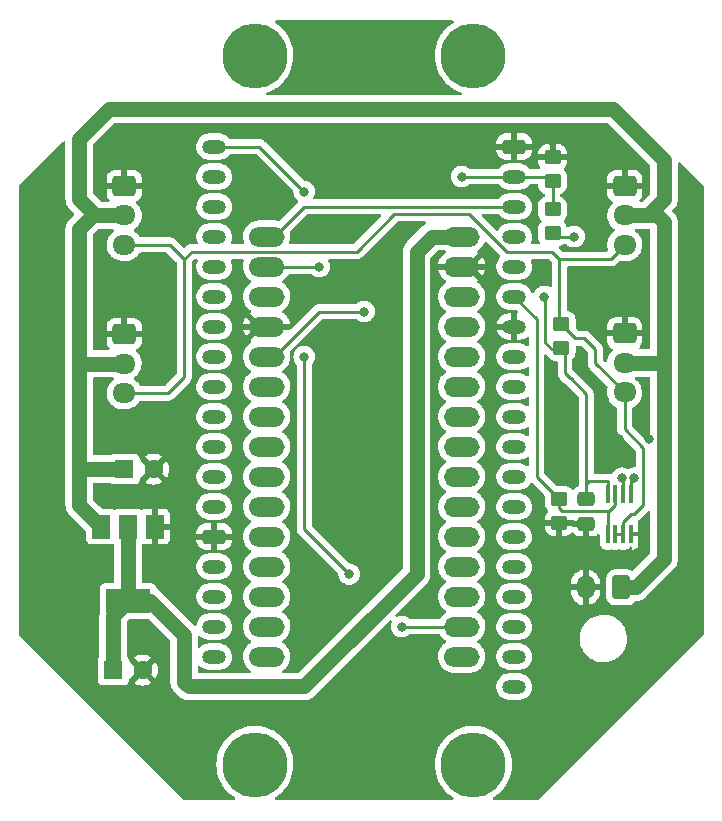
<source format=gbr>
%TF.GenerationSoftware,KiCad,Pcbnew,(6.0.0-0)*%
%TF.CreationDate,2022-11-20T21:56:21+02:00*%
%TF.ProjectId,realant_esp32,7265616c-616e-4745-9f65-737033322e6b,1.2*%
%TF.SameCoordinates,Original*%
%TF.FileFunction,Copper,L1,Top*%
%TF.FilePolarity,Positive*%
%FSLAX46Y46*%
G04 Gerber Fmt 4.6, Leading zero omitted, Abs format (unit mm)*
G04 Created by KiCad (PCBNEW (6.0.0-0)) date 2022-11-20 21:56:21*
%MOMM*%
%LPD*%
G01*
G04 APERTURE LIST*
G04 Aperture macros list*
%AMRoundRect*
0 Rectangle with rounded corners*
0 $1 Rounding radius*
0 $2 $3 $4 $5 $6 $7 $8 $9 X,Y pos of 4 corners*
0 Add a 4 corners polygon primitive as box body*
4,1,4,$2,$3,$4,$5,$6,$7,$8,$9,$2,$3,0*
0 Add four circle primitives for the rounded corners*
1,1,$1+$1,$2,$3*
1,1,$1+$1,$4,$5*
1,1,$1+$1,$6,$7*
1,1,$1+$1,$8,$9*
0 Add four rect primitives between the rounded corners*
20,1,$1+$1,$2,$3,$4,$5,0*
20,1,$1+$1,$4,$5,$6,$7,0*
20,1,$1+$1,$6,$7,$8,$9,0*
20,1,$1+$1,$8,$9,$2,$3,0*%
G04 Aperture macros list end*
%TA.AperFunction,ComponentPad*%
%ADD10C,5.500000*%
%TD*%
%TA.AperFunction,ComponentPad*%
%ADD11RoundRect,0.250000X-0.725000X0.600000X-0.725000X-0.600000X0.725000X-0.600000X0.725000X0.600000X0*%
%TD*%
%TA.AperFunction,ComponentPad*%
%ADD12O,1.950000X1.700000*%
%TD*%
%TA.AperFunction,SMDPad,CuDef*%
%ADD13RoundRect,0.250000X-0.450000X0.350000X-0.450000X-0.350000X0.450000X-0.350000X0.450000X0.350000X0*%
%TD*%
%TA.AperFunction,ComponentPad*%
%ADD14R,1.600000X1.600000*%
%TD*%
%TA.AperFunction,ComponentPad*%
%ADD15C,1.600000*%
%TD*%
%TA.AperFunction,SMDPad,CuDef*%
%ADD16RoundRect,0.250000X0.450000X-0.350000X0.450000X0.350000X-0.450000X0.350000X-0.450000X-0.350000X0*%
%TD*%
%TA.AperFunction,SMDPad,CuDef*%
%ADD17O,3.000000X1.700000*%
%TD*%
%TA.AperFunction,ComponentPad*%
%ADD18C,1.700000*%
%TD*%
%TA.AperFunction,ComponentPad*%
%ADD19O,1.700000X1.700000*%
%TD*%
%TA.AperFunction,SMDPad,CuDef*%
%ADD20R,1.500000X2.000000*%
%TD*%
%TA.AperFunction,SMDPad,CuDef*%
%ADD21R,3.800000X2.000000*%
%TD*%
%TA.AperFunction,ComponentPad*%
%ADD22RoundRect,0.250001X0.499999X0.759999X-0.499999X0.759999X-0.499999X-0.759999X0.499999X-0.759999X0*%
%TD*%
%TA.AperFunction,ComponentPad*%
%ADD23O,1.500000X2.020000*%
%TD*%
%TA.AperFunction,SMDPad,CuDef*%
%ADD24RoundRect,0.250000X-0.475000X0.337500X-0.475000X-0.337500X0.475000X-0.337500X0.475000X0.337500X0*%
%TD*%
%TA.AperFunction,ComponentPad*%
%ADD25RoundRect,0.300000X-0.700000X0.300000X-0.700000X-0.300000X0.700000X-0.300000X0.700000X0.300000X0*%
%TD*%
%TA.AperFunction,ComponentPad*%
%ADD26O,2.000000X1.200000*%
%TD*%
%TA.AperFunction,SMDPad,CuDef*%
%ADD27R,0.300000X1.600000*%
%TD*%
%TA.AperFunction,ViaPad*%
%ADD28C,0.800000*%
%TD*%
%TA.AperFunction,Conductor*%
%ADD29C,1.300000*%
%TD*%
%TA.AperFunction,Conductor*%
%ADD30C,0.250000*%
%TD*%
G04 APERTURE END LIST*
D10*
%TO.P,REF\u002A\u002A,1*%
%TO.N,N/C*%
X86000000Y-119000000D03*
%TD*%
D11*
%TO.P,J1,1,GND*%
%TO.N,GND*%
X74930000Y-70000000D03*
D12*
%TO.P,J1,2,V_{mot}*%
%TO.N,+12V*%
X74930000Y-72500000D03*
%TO.P,J1,3,DATA*%
%TO.N,Net-(J1-Pad3)*%
X74930000Y-75000000D03*
%TD*%
D13*
%TO.P,R2,1*%
%TO.N,/ENABLE*%
X111760000Y-96520000D03*
%TO.P,R2,2*%
%TO.N,GND*%
X111760000Y-98520000D03*
%TD*%
D11*
%TO.P,J4,1,GND*%
%TO.N,GND*%
X117300000Y-82500000D03*
D12*
%TO.P,J4,2,V_{mot}*%
%TO.N,+12V*%
X117300000Y-85000000D03*
%TO.P,J4,3,DATA*%
%TO.N,Net-(J1-Pad3)*%
X117300000Y-87500000D03*
%TD*%
D10*
%TO.P,REF\u002A\u002A,1*%
%TO.N,N/C*%
X104500000Y-119000000D03*
%TD*%
D13*
%TO.P,R4,1*%
%TO.N,/RXD*%
X111200000Y-72000000D03*
%TO.P,R4,2*%
%TO.N,Net-(R4-Pad2)*%
X111200000Y-74000000D03*
%TD*%
D14*
%TO.P,C2,1*%
%TO.N,+5V*%
X74000000Y-111000000D03*
D15*
%TO.P,C2,2*%
%TO.N,GND*%
X76500000Y-111000000D03*
%TD*%
D16*
%TO.P,R3,1*%
%TO.N,+5V*%
X111940000Y-83700000D03*
%TO.P,R3,2*%
%TO.N,Net-(J1-Pad3)*%
X111940000Y-81700000D03*
%TD*%
D11*
%TO.P,J3,1,GND*%
%TO.N,GND*%
X117320000Y-70000000D03*
D12*
%TO.P,J3,2,V_{mot}*%
%TO.N,+12V*%
X117320000Y-72500000D03*
%TO.P,J3,3,DATA*%
%TO.N,Net-(J1-Pad3)*%
X117320000Y-75000000D03*
%TD*%
D13*
%TO.P,R1,1*%
%TO.N,GND*%
X111200000Y-67600000D03*
%TO.P,R1,2*%
%TO.N,/RXD*%
X111200000Y-69600000D03*
%TD*%
D14*
%TO.P,C3,1*%
%TO.N,+12V*%
X74930000Y-93980000D03*
D15*
%TO.P,C3,2*%
%TO.N,GND*%
X77430000Y-93980000D03*
%TD*%
D17*
%TO.P,U2,1,D13*%
%TO.N,unconnected-(U2-Pad1)*%
X103505000Y-109855000D03*
D18*
X104140000Y-109855000D03*
X102870000Y-109855000D03*
D19*
%TO.P,U2,2,+3V3*%
%TO.N,+3V3*%
X102870000Y-107315000D03*
D18*
X104140000Y-107315000D03*
D17*
X103505000Y-107315000D03*
%TO.P,U2,3,AREF*%
%TO.N,unconnected-(U2-Pad3)*%
X103505000Y-104775000D03*
D19*
X102870000Y-104775000D03*
D18*
X104140000Y-104775000D03*
D19*
%TO.P,U2,4,D14*%
%TO.N,unconnected-(U2-Pad4)*%
X102870000Y-102235000D03*
D18*
X104140000Y-102235000D03*
D17*
X103505000Y-102235000D03*
D18*
%TO.P,U2,5,D15*%
%TO.N,unconnected-(U2-Pad5)*%
X104140000Y-99695000D03*
D19*
X102870000Y-99695000D03*
D17*
X103505000Y-99695000D03*
%TO.P,U2,6,D16*%
%TO.N,unconnected-(U2-Pad6)*%
X103505000Y-97155000D03*
D19*
X102870000Y-97155000D03*
D18*
X104140000Y-97155000D03*
D19*
%TO.P,U2,7,D17*%
%TO.N,unconnected-(U2-Pad7)*%
X102870000Y-94615000D03*
D17*
X103505000Y-94615000D03*
D18*
X104140000Y-94615000D03*
D17*
%TO.P,U2,8,D18*%
%TO.N,unconnected-(U2-Pad8)*%
X103505000Y-92075000D03*
D18*
X104140000Y-92075000D03*
D19*
X102870000Y-92075000D03*
D17*
%TO.P,U2,9,D19*%
%TO.N,unconnected-(U2-Pad9)*%
X103505000Y-89535000D03*
D19*
X102870000Y-89535000D03*
D18*
X104140000Y-89535000D03*
D17*
%TO.P,U2,10,D20*%
%TO.N,unconnected-(U2-Pad10)*%
X103505000Y-86995000D03*
D18*
X104140000Y-86995000D03*
D19*
X102870000Y-86995000D03*
D18*
%TO.P,U2,11,D21*%
%TO.N,unconnected-(U2-Pad11)*%
X104140000Y-84455000D03*
D19*
X102870000Y-84455000D03*
D17*
X103505000Y-84455000D03*
%TO.P,U2,12,VUSB*%
%TO.N,unconnected-(U2-Pad12)*%
X103505000Y-81915000D03*
D18*
X104140000Y-81915000D03*
D19*
X102870000Y-81915000D03*
%TO.P,U2,13,RESET*%
%TO.N,unconnected-(U2-Pad13)*%
X102870000Y-79375000D03*
D17*
X103505000Y-79375000D03*
D18*
X104140000Y-79375000D03*
D19*
%TO.P,U2,14,GND*%
%TO.N,GND*%
X102870000Y-76835000D03*
D18*
X104140000Y-76835000D03*
D17*
X103505000Y-76835000D03*
D18*
%TO.P,U2,15,VIN*%
%TO.N,+5V*%
X104140000Y-74295000D03*
D19*
X102870000Y-74295000D03*
D17*
X103505000Y-74295000D03*
D18*
%TO.P,U2,16,TX*%
%TO.N,/TXD*%
X87630000Y-74295000D03*
D17*
X86995000Y-74295000D03*
D18*
X86360000Y-74295000D03*
D17*
%TO.P,U2,17,RX*%
%TO.N,/RXD*%
X86995000Y-76835000D03*
D19*
X87630000Y-76835000D03*
D18*
X86360000Y-76835000D03*
D17*
%TO.P,U2,18,RESET*%
%TO.N,unconnected-(U2-Pad18)*%
X86995000Y-79375000D03*
D19*
X87630000Y-79375000D03*
D18*
X86360000Y-79375000D03*
D19*
%TO.P,U2,19,GND*%
%TO.N,GND*%
X87630000Y-81915000D03*
D17*
X86995000Y-81915000D03*
D18*
X86360000Y-81915000D03*
%TO.P,U2,20,D2*%
%TO.N,/ENABLE*%
X86360000Y-84455000D03*
D19*
X87630000Y-84455000D03*
D17*
X86995000Y-84455000D03*
D18*
%TO.P,U2,21,D3*%
%TO.N,unconnected-(U2-Pad21)*%
X86360000Y-86995000D03*
D17*
X86995000Y-86995000D03*
D19*
X87630000Y-86995000D03*
D17*
%TO.P,U2,22,D4*%
%TO.N,unconnected-(U2-Pad22)*%
X86995000Y-89535000D03*
D19*
X87630000Y-89535000D03*
D18*
X86360000Y-89535000D03*
%TO.P,U2,23,D5*%
%TO.N,unconnected-(U2-Pad23)*%
X86360000Y-92075000D03*
D19*
X87630000Y-92075000D03*
D17*
X86995000Y-92075000D03*
D19*
%TO.P,U2,24,D6*%
%TO.N,unconnected-(U2-Pad24)*%
X87630000Y-94615000D03*
D17*
X86995000Y-94615000D03*
D18*
X86360000Y-94615000D03*
D19*
%TO.P,U2,25,D7*%
%TO.N,unconnected-(U2-Pad25)*%
X87630000Y-97155000D03*
D17*
X86995000Y-97155000D03*
D18*
X86360000Y-97155000D03*
D17*
%TO.P,U2,26,D8*%
%TO.N,unconnected-(U2-Pad26)*%
X86995000Y-99695000D03*
D18*
X86360000Y-99695000D03*
D19*
X87630000Y-99695000D03*
D18*
%TO.P,U2,27,D9*%
%TO.N,unconnected-(U2-Pad27)*%
X86360000Y-102235000D03*
D17*
X86995000Y-102235000D03*
D19*
X87630000Y-102235000D03*
%TO.P,U2,28,D10*%
%TO.N,unconnected-(U2-Pad28)*%
X87630000Y-104775000D03*
D18*
X86360000Y-104775000D03*
D17*
X86995000Y-104775000D03*
D18*
%TO.P,U2,29,D11*%
%TO.N,unconnected-(U2-Pad29)*%
X86360000Y-107315000D03*
D19*
X87630000Y-107315000D03*
D17*
X86995000Y-107315000D03*
D18*
%TO.P,U2,30,D12*%
%TO.N,unconnected-(U2-Pad30)*%
X86360000Y-109855000D03*
D17*
X86995000Y-109855000D03*
D19*
X87630000Y-109855000D03*
%TD*%
D11*
%TO.P,J2,1,GND*%
%TO.N,GND*%
X74930000Y-82550000D03*
D12*
%TO.P,J2,2,V_{mot}*%
%TO.N,+12V*%
X74930000Y-85050000D03*
%TO.P,J2,3,DATA*%
%TO.N,Net-(J1-Pad3)*%
X74930000Y-87550000D03*
%TD*%
D20*
%TO.P,U5,1,GND*%
%TO.N,GND*%
X77564759Y-98850000D03*
D21*
%TO.P,U5,2,VO*%
%TO.N,+5V*%
X75264759Y-105150000D03*
D20*
X75264759Y-98850000D03*
%TO.P,U5,3,VI*%
%TO.N,+12V*%
X72964759Y-98850000D03*
%TD*%
D22*
%TO.P,U4,1,+12V*%
%TO.N,+12V*%
X117000000Y-104000000D03*
D23*
%TO.P,U4,2,GND*%
%TO.N,GND*%
X114000000Y-104000000D03*
%TD*%
D10*
%TO.P,REF\u002A\u002A,1*%
%TO.N,N/C*%
X86000000Y-59000000D03*
%TD*%
D24*
%TO.P,C1,1*%
%TO.N,+5V*%
X114046000Y-96520000D03*
%TO.P,C1,2*%
%TO.N,GND*%
X114046000Y-98595000D03*
%TD*%
D10*
%TO.P,REF\u002A\u002A,1*%
%TO.N,N/C*%
X104500000Y-59000000D03*
%TD*%
D25*
%TO.P,U1,38,GND*%
%TO.N,GND*%
X107953680Y-66677720D03*
D26*
%TO.P,U1,37,GPIO23*%
%TO.N,/RXD*%
X107953680Y-69217720D03*
%TO.P,U1,36,GPIO22*%
%TO.N,/TXD*%
X107953680Y-71757720D03*
%TO.P,U1,35,U0TXD/GPIO1*%
%TO.N,unconnected-(U1-Pad35)*%
X107953680Y-74297720D03*
%TO.P,U1,34,U0RXD/GPIO3*%
%TO.N,unconnected-(U1-Pad34)*%
X107953680Y-76837720D03*
%TO.P,U1,33,GPIO21*%
%TO.N,/ENABLE*%
X107953680Y-79377720D03*
%TO.P,U1,32,GND*%
%TO.N,GND*%
X107953680Y-81917720D03*
%TO.P,U1,31,GPIO19*%
%TO.N,unconnected-(U1-Pad31)*%
X107953680Y-84457720D03*
%TO.P,U1,30,GPIO18*%
%TO.N,unconnected-(U1-Pad30)*%
X107953680Y-86997720D03*
%TO.P,U1,29,\u002AGPIO5*%
%TO.N,unconnected-(U1-Pad29)*%
X107953680Y-89537720D03*
%TO.P,U1,28,GPIO17*%
%TO.N,unconnected-(U1-Pad28)*%
X107953680Y-92077720D03*
%TO.P,U1,27,GPIO16*%
%TO.N,unconnected-(U1-Pad27)*%
X107953680Y-94617720D03*
%TO.P,U1,26,ADC2_CH0/GPIO4*%
%TO.N,unconnected-(U1-Pad26)*%
X107953680Y-97157720D03*
%TO.P,U1,25,\u002AGPIO0/BOOT/ADC2_CH1*%
%TO.N,unconnected-(U1-Pad25)*%
X107953680Y-99697720D03*
%TO.P,U1,24,ADC2_CH2/\u002AGPIO2*%
%TO.N,unconnected-(U1-Pad24)*%
X107953680Y-102237720D03*
%TO.P,U1,23,\u002AMTDO/GPIO15/ADC2_CH3*%
%TO.N,unconnected-(U1-Pad23)*%
X107953680Y-104777720D03*
%TO.P,U1,22,SD_DATA1/GPIO8*%
%TO.N,unconnected-(U1-Pad22)*%
X107953680Y-107317720D03*
%TO.P,U1,21,SD_DATA0/GPIO7*%
%TO.N,unconnected-(U1-Pad21)*%
X107950000Y-109855000D03*
%TO.P,U1,20,SD_CLK/GPIO6*%
%TO.N,unconnected-(U1-Pad20)*%
X107950000Y-112395000D03*
%TO.P,U1,19,5V*%
%TO.N,+5V*%
X82553680Y-112397720D03*
%TO.P,U1,18,CMD*%
%TO.N,unconnected-(U1-Pad18)*%
X82553680Y-109857720D03*
%TO.P,U1,17,SD_DATA3/GPIO10*%
%TO.N,unconnected-(U1-Pad17)*%
X82553680Y-107317720D03*
%TO.P,U1,16,SD_DATA2/GPIO9*%
%TO.N,unconnected-(U1-Pad16)*%
X82553680Y-104777720D03*
%TO.P,U1,15,MTCK/GPIO13/ADC2_CH4*%
%TO.N,unconnected-(U1-Pad15)*%
X82553680Y-102237720D03*
D25*
%TO.P,U1,14,GND*%
%TO.N,GND*%
X82553680Y-99697720D03*
D26*
%TO.P,U1,13,\u002AMTDI/GPIO12/ADC2_CH5*%
%TO.N,unconnected-(U1-Pad13)*%
X82553680Y-97157720D03*
%TO.P,U1,12,MTMS/GPIO14/ADC2_CH6*%
%TO.N,unconnected-(U1-Pad12)*%
X82553680Y-94617720D03*
%TO.P,U1,11,ADC2_CH7/GPIO27*%
%TO.N,unconnected-(U1-Pad11)*%
X82553680Y-92077720D03*
%TO.P,U1,10,DAC_2/ADC2_CH9/GPIO26*%
%TO.N,unconnected-(U1-Pad10)*%
X82553680Y-89537720D03*
%TO.P,U1,9,DAC_1/ADC2_CH8/GPIO25*%
%TO.N,unconnected-(U1-Pad9)*%
X82553680Y-86997720D03*
%TO.P,U1,8,32K_XN/GPIO33/ADC1_CH5*%
%TO.N,unconnected-(U1-Pad8)*%
X82553680Y-84457720D03*
%TO.P,U1,7,32K_XP/GPIO32/ADC1_CH4*%
%TO.N,unconnected-(U1-Pad7)*%
X82553680Y-81917720D03*
%TO.P,U1,6,VDET_2/GPIO35/ADC1_CH7*%
%TO.N,unconnected-(U1-Pad6)*%
X82553680Y-79377720D03*
%TO.P,U1,5,VDET_1/GPIO34/ADC1_CH6*%
%TO.N,unconnected-(U1-Pad5)*%
X82553680Y-76837720D03*
%TO.P,U1,4,SENSOR_VN/GPIO39/ADC1_CH3*%
%TO.N,unconnected-(U1-Pad4)*%
X82553680Y-74297720D03*
%TO.P,U1,3,SENSOR_VP/GPIO36/ADC1_CH0*%
%TO.N,unconnected-(U1-Pad3)*%
X82553680Y-71757720D03*
%TO.P,U1,2,CHIP_PU*%
%TO.N,unconnected-(U1-Pad2)*%
X82553680Y-69217720D03*
%TO.P,U1,1,3V3*%
%TO.N,+3V3*%
X82553680Y-66677720D03*
%TD*%
D27*
%TO.P,U3,1,1~{OE}*%
%TO.N,/ENABLE*%
X115865000Y-99490000D03*
%TO.P,U3,2,1A*%
%TO.N,Net-(J1-Pad3)*%
X116515000Y-99490000D03*
%TO.P,U3,3,2Y*%
X117165000Y-99490000D03*
%TO.P,U3,4,GND*%
%TO.N,GND*%
X117815000Y-99490000D03*
%TO.P,U3,5,2A*%
%TO.N,/TXD*%
X117815000Y-96090000D03*
%TO.P,U3,6,1Y*%
%TO.N,Net-(R4-Pad2)*%
X117165000Y-96090000D03*
%TO.P,U3,7,2OE*%
%TO.N,/ENABLE*%
X116515000Y-96090000D03*
%TO.P,U3,8,VCC*%
%TO.N,+5V*%
X115865000Y-96090000D03*
%TD*%
D28*
%TO.N,+5V*%
X110490000Y-79375000D03*
%TO.N,GND*%
X116840000Y-78740000D03*
X113030000Y-67310000D03*
X115570000Y-78740000D03*
X78740000Y-69850000D03*
X113030000Y-69850000D03*
X95885000Y-115570000D03*
X80010000Y-92710000D03*
X73660000Y-78740000D03*
X119380000Y-91440000D03*
X111760000Y-86995000D03*
X111760000Y-89535000D03*
X93980000Y-69850000D03*
X95250000Y-86360000D03*
X116840000Y-91440000D03*
X76200000Y-78740000D03*
X91440000Y-73660000D03*
X113030000Y-71120000D03*
X94615000Y-115570000D03*
X93980000Y-86360000D03*
X78740000Y-68580000D03*
X111760000Y-88265000D03*
X80010000Y-93980000D03*
X74930000Y-78740000D03*
X95250000Y-69850000D03*
X93345000Y-115570000D03*
X97155000Y-115570000D03*
X96520000Y-69850000D03*
X80010000Y-95250000D03*
X118110000Y-78740000D03*
X94615000Y-61595000D03*
X78740000Y-71120000D03*
X95885000Y-61595000D03*
X96520000Y-86360000D03*
X93345000Y-61595000D03*
X97155000Y-61595000D03*
X113030000Y-68580000D03*
%TO.N,+3V3*%
X90170000Y-84455000D03*
X98425000Y-107315000D03*
X93980000Y-102870000D03*
X90170000Y-70485000D03*
%TO.N,/RXD*%
X103505000Y-69215000D03*
X91440000Y-76835000D03*
%TO.N,/ENABLE*%
X95250000Y-80645000D03*
%TO.N,Net-(R4-Pad2)*%
X117094000Y-94742000D03*
X113030000Y-74295000D03*
%TO.N,/TXD*%
X118110000Y-94742000D03*
%TD*%
D29*
%TO.N,+12V*%
X116332000Y-63500000D02*
X120650000Y-67818000D01*
X120650000Y-67818000D02*
X120650000Y-71120000D01*
X72500000Y-72500000D02*
X71120000Y-71120000D01*
X71120000Y-71120000D02*
X71120000Y-66040000D01*
X71120000Y-66040000D02*
X73660000Y-63500000D01*
X73660000Y-63500000D02*
X116332000Y-63500000D01*
X120650000Y-84950000D02*
X120650000Y-101600000D01*
X120650000Y-101600000D02*
X118250000Y-104000000D01*
X118250000Y-104000000D02*
X117000000Y-104000000D01*
D30*
%TO.N,+5V*%
X114300000Y-94996000D02*
X115824000Y-94996000D01*
X111125000Y-83820000D02*
X111820000Y-83820000D01*
D29*
X77150000Y-105150000D02*
X80000000Y-108000000D01*
X75264759Y-105150000D02*
X77150000Y-105150000D01*
D30*
X114046000Y-87630000D02*
X114046000Y-96520000D01*
X111940000Y-83700000D02*
X112255489Y-84015489D01*
X112255489Y-85864511D02*
X112705009Y-86314031D01*
X111820000Y-83820000D02*
X111940000Y-83700000D01*
X110579511Y-83274511D02*
X111125000Y-83820000D01*
D29*
X90175000Y-112390000D02*
X99695000Y-102870000D01*
X74000000Y-106414759D02*
X75264759Y-105150000D01*
D30*
X110490000Y-79375000D02*
X110579511Y-79464511D01*
X115824000Y-94996000D02*
X115865000Y-95037000D01*
X112255489Y-84015489D02*
X112255489Y-85864511D01*
X114046000Y-95250000D02*
X114300000Y-94996000D01*
D29*
X80390000Y-112390000D02*
X90175000Y-112390000D01*
D30*
X115865000Y-95037000D02*
X115865000Y-96090000D01*
D29*
X80000000Y-108000000D02*
X80000000Y-112000000D01*
X99695000Y-102870000D02*
X99695000Y-75565000D01*
X80000000Y-112000000D02*
X80390000Y-112390000D01*
D30*
X114046000Y-96520000D02*
X114046000Y-95250000D01*
D29*
X74000000Y-111000000D02*
X74000000Y-106414759D01*
D30*
X112730031Y-86314031D02*
X114046000Y-87630000D01*
D29*
X75264759Y-98850000D02*
X75264759Y-105150000D01*
D30*
X110579511Y-79464511D02*
X110579511Y-83274511D01*
X112705009Y-86314031D02*
X112730031Y-86314031D01*
D29*
X99695000Y-75565000D02*
X100965000Y-74295000D01*
X100965000Y-74295000D02*
X102870000Y-74295000D01*
%TO.N,+12V*%
X120650000Y-84950000D02*
X120600000Y-85000000D01*
X71120000Y-93980000D02*
X71120000Y-88415000D01*
X120600000Y-85000000D02*
X117300000Y-85000000D01*
X72182241Y-98090241D02*
X71120000Y-97028000D01*
X72205000Y-98090241D02*
X72182241Y-98090241D01*
X71120000Y-73660000D02*
X71120000Y-85090000D01*
X72205000Y-98090241D02*
X72964759Y-98850000D01*
X72500000Y-72500000D02*
X72280000Y-72500000D01*
X117320000Y-72500000D02*
X120045000Y-72500000D01*
X71120000Y-73660000D02*
X72280000Y-72500000D01*
X120650000Y-71120000D02*
X119270000Y-72500000D01*
X72500000Y-72500000D02*
X74930000Y-72500000D01*
X71160000Y-85050000D02*
X74930000Y-85050000D01*
X71120000Y-93980000D02*
X74930000Y-93980000D01*
X71120000Y-97028000D02*
X71120000Y-93980000D01*
X71120000Y-85090000D02*
X71120000Y-88415000D01*
X120045000Y-72500000D02*
X120650000Y-73105000D01*
X119270000Y-72500000D02*
X117320000Y-72500000D01*
X120650000Y-73105000D02*
X120650000Y-84950000D01*
D30*
%TO.N,Net-(J1-Pad3)*%
X111125000Y-75565000D02*
X111760750Y-76200750D01*
X111760000Y-81520000D02*
X111940000Y-81700000D01*
X116120000Y-76200000D02*
X117320000Y-75000000D01*
X117300000Y-87500000D02*
X117300000Y-90630000D01*
X114808000Y-85008000D02*
X117300000Y-87500000D01*
X113900000Y-82900000D02*
X114808000Y-83808000D01*
X80645000Y-75565000D02*
X94615000Y-75565000D01*
X78660000Y-87550000D02*
X80010000Y-86200000D01*
X116515000Y-99490000D02*
X117165000Y-99490000D01*
X111940000Y-81700000D02*
X113140000Y-82900000D01*
X99695000Y-72390000D02*
X104140000Y-72390000D01*
X118872000Y-97028000D02*
X118110000Y-97790000D01*
X80010000Y-76200000D02*
X78810000Y-75000000D01*
X117815000Y-97790000D02*
X117165000Y-98440000D01*
X78660000Y-87550000D02*
X74930000Y-87550000D01*
X80010000Y-86200000D02*
X80010000Y-76200000D01*
X113140000Y-82900000D02*
X113900000Y-82900000D01*
X118110000Y-97790000D02*
X117815000Y-97790000D01*
X104140000Y-72390000D02*
X107315000Y-75565000D01*
X107315000Y-75565000D02*
X111125000Y-75565000D01*
X111760000Y-76200000D02*
X111760000Y-81520000D01*
X114808000Y-83808000D02*
X114808000Y-85008000D01*
X118872000Y-92202000D02*
X118872000Y-97028000D01*
X94615000Y-75565000D02*
X97790000Y-72390000D01*
X78810000Y-75000000D02*
X74930000Y-75000000D01*
X117165000Y-98440000D02*
X117165000Y-99490000D01*
X97790000Y-72390000D02*
X99695000Y-72390000D01*
X80010000Y-76200000D02*
X80645000Y-75565000D01*
X117300000Y-90630000D02*
X118872000Y-92202000D01*
X116120000Y-76200000D02*
X111760000Y-76200000D01*
%TO.N,+3V3*%
X90170000Y-70485000D02*
X86362720Y-66677720D01*
X90170000Y-99060000D02*
X90170000Y-84455000D01*
X93980000Y-102870000D02*
X90170000Y-99060000D01*
X86362720Y-66677720D02*
X82553680Y-66677720D01*
X102870000Y-107315000D02*
X98425000Y-107315000D01*
%TO.N,/RXD*%
X103507720Y-69217720D02*
X107953680Y-69217720D01*
X111200000Y-72000000D02*
X111200000Y-69600000D01*
X110817720Y-69217720D02*
X107953680Y-69217720D01*
X103505000Y-69215000D02*
X103507720Y-69217720D01*
X91440000Y-76835000D02*
X87630000Y-76835000D01*
X111200000Y-69600000D02*
X110817720Y-69217720D01*
%TO.N,/ENABLE*%
X95250000Y-80645000D02*
X91440000Y-80645000D01*
X115993022Y-97536000D02*
X112014000Y-97536000D01*
X111760000Y-96520000D02*
X111125000Y-95885000D01*
X115865000Y-97664022D02*
X115993022Y-97536000D01*
X115865000Y-99490000D02*
X115865000Y-97664022D01*
X116515000Y-97014022D02*
X115993022Y-97536000D01*
X112014000Y-97536000D02*
X111760000Y-97282000D01*
X109855000Y-81279040D02*
X109855000Y-94615000D01*
X107953680Y-79377720D02*
X109855000Y-81279040D01*
X111760000Y-97282000D02*
X111760000Y-96520000D01*
X116515000Y-96090000D02*
X116515000Y-97014022D01*
X109855000Y-94615000D02*
X111125000Y-95885000D01*
X91440000Y-80645000D02*
X87630000Y-84455000D01*
%TO.N,Net-(R4-Pad2)*%
X117165000Y-94813000D02*
X117094000Y-94742000D01*
X111495000Y-74295000D02*
X111200000Y-74000000D01*
X113030000Y-74295000D02*
X111495000Y-74295000D01*
X117165000Y-96090000D02*
X117165000Y-94813000D01*
%TO.N,/TXD*%
X117815000Y-96090000D02*
X117815000Y-95037000D01*
X117815000Y-95037000D02*
X118110000Y-94742000D01*
X107953680Y-71757720D02*
X90167280Y-71757720D01*
X90167280Y-71757720D02*
X87630000Y-74295000D01*
%TD*%
%TA.AperFunction,Conductor*%
%TO.N,GND*%
G36*
X69879532Y-66224634D02*
G01*
X69936368Y-66267181D01*
X69961179Y-66333701D01*
X69961500Y-66342690D01*
X69961500Y-71076703D01*
X69961230Y-71084944D01*
X69956936Y-71150456D01*
X69964457Y-71213999D01*
X69967474Y-71239488D01*
X69967817Y-71242762D01*
X69976019Y-71332024D01*
X69977586Y-71337581D01*
X69978031Y-71339981D01*
X69980767Y-71353732D01*
X69981283Y-71356158D01*
X69981962Y-71361898D01*
X70008551Y-71447529D01*
X70009483Y-71450676D01*
X70033814Y-71536948D01*
X70036368Y-71542127D01*
X70037267Y-71544469D01*
X70042426Y-71557400D01*
X70043386Y-71559717D01*
X70045100Y-71565238D01*
X70047789Y-71570350D01*
X70047792Y-71570356D01*
X70086856Y-71644605D01*
X70088354Y-71647544D01*
X70101576Y-71674355D01*
X70127985Y-71727908D01*
X70131438Y-71732532D01*
X70132758Y-71734686D01*
X70140197Y-71746475D01*
X70141547Y-71748554D01*
X70144237Y-71753667D01*
X70199748Y-71824081D01*
X70201719Y-71826651D01*
X70251921Y-71893881D01*
X70251928Y-71893888D01*
X70255378Y-71898509D01*
X70279574Y-71920875D01*
X70316580Y-71955083D01*
X70320147Y-71958513D01*
X70662539Y-72300905D01*
X70696565Y-72363217D01*
X70691500Y-72434032D01*
X70662539Y-72479095D01*
X70331444Y-72810190D01*
X70325426Y-72815827D01*
X70276054Y-72859125D01*
X70272482Y-72863656D01*
X70220550Y-72929531D01*
X70218474Y-72932094D01*
X70204848Y-72948478D01*
X70161160Y-73001007D01*
X70158335Y-73006052D01*
X70156956Y-73008058D01*
X70149184Y-73019688D01*
X70147816Y-73021794D01*
X70144238Y-73026333D01*
X70102465Y-73105730D01*
X70100941Y-73108536D01*
X70057124Y-73186777D01*
X70055266Y-73192251D01*
X70054221Y-73194598D01*
X70048732Y-73207373D01*
X70047786Y-73209656D01*
X70045100Y-73214762D01*
X70043388Y-73220276D01*
X70043387Y-73220278D01*
X70018499Y-73300428D01*
X70017480Y-73303564D01*
X70014497Y-73312353D01*
X69988684Y-73388395D01*
X69987855Y-73394115D01*
X69987265Y-73396571D01*
X69984199Y-73410122D01*
X69983677Y-73412575D01*
X69981961Y-73418102D01*
X69972759Y-73495858D01*
X69971424Y-73507134D01*
X69970993Y-73510406D01*
X69960714Y-73581297D01*
X69958131Y-73599109D01*
X69960629Y-73662686D01*
X69961403Y-73682377D01*
X69961500Y-73687324D01*
X69961500Y-93965362D01*
X69961489Y-93967011D01*
X69960124Y-94071284D01*
X69961103Y-94076982D01*
X69961112Y-94077095D01*
X69961500Y-94086980D01*
X69961500Y-96984703D01*
X69961230Y-96992944D01*
X69956936Y-97058456D01*
X69965570Y-97131401D01*
X69967474Y-97147488D01*
X69967817Y-97150762D01*
X69976019Y-97240024D01*
X69977586Y-97245581D01*
X69978031Y-97247981D01*
X69980767Y-97261732D01*
X69981283Y-97264158D01*
X69981962Y-97269898D01*
X70007307Y-97351522D01*
X70008551Y-97355529D01*
X70009487Y-97358691D01*
X70030668Y-97433792D01*
X70033814Y-97444948D01*
X70036368Y-97450127D01*
X70037267Y-97452469D01*
X70042426Y-97465400D01*
X70043386Y-97467717D01*
X70045100Y-97473238D01*
X70047789Y-97478350D01*
X70047792Y-97478356D01*
X70086856Y-97552605D01*
X70088354Y-97555544D01*
X70123327Y-97626462D01*
X70127985Y-97635908D01*
X70131438Y-97640532D01*
X70132758Y-97642686D01*
X70140197Y-97654475D01*
X70141547Y-97656554D01*
X70144237Y-97661667D01*
X70199748Y-97732081D01*
X70201719Y-97734651D01*
X70251921Y-97801881D01*
X70251928Y-97801888D01*
X70255378Y-97806509D01*
X70307213Y-97854424D01*
X70316580Y-97863083D01*
X70320147Y-97866513D01*
X71332431Y-98878797D01*
X71338068Y-98884815D01*
X71381366Y-98934187D01*
X71385895Y-98937758D01*
X71385901Y-98937763D01*
X71451742Y-98989667D01*
X71454307Y-98991744D01*
X71523248Y-99049083D01*
X71523246Y-99049085D01*
X71536508Y-99060115D01*
X71669354Y-99192961D01*
X71703380Y-99255273D01*
X71706259Y-99282056D01*
X71706259Y-99898134D01*
X71713014Y-99960316D01*
X71764144Y-100096705D01*
X71851498Y-100213261D01*
X71968054Y-100300615D01*
X72104443Y-100351745D01*
X72166625Y-100358500D01*
X73762893Y-100358500D01*
X73825075Y-100351745D01*
X73936030Y-100310150D01*
X74006836Y-100304967D01*
X74069205Y-100338888D01*
X74103335Y-100401143D01*
X74106259Y-100428132D01*
X74106259Y-103515500D01*
X74086257Y-103583621D01*
X74032601Y-103630114D01*
X73980259Y-103641500D01*
X73316625Y-103641500D01*
X73254443Y-103648255D01*
X73118054Y-103699385D01*
X73001498Y-103786739D01*
X72914144Y-103903295D01*
X72863014Y-104039684D01*
X72856259Y-104101866D01*
X72856259Y-106198134D01*
X72856627Y-106201521D01*
X72856649Y-106201930D01*
X72855961Y-106223557D01*
X72851424Y-106261890D01*
X72850993Y-106265160D01*
X72848289Y-106283812D01*
X72838131Y-106353868D01*
X72839879Y-106398354D01*
X72841403Y-106437136D01*
X72841500Y-106442083D01*
X72841500Y-109788411D01*
X72821498Y-109856532D01*
X72816326Y-109863975D01*
X72749385Y-109953295D01*
X72698255Y-110089684D01*
X72691500Y-110151866D01*
X72691500Y-111848134D01*
X72698255Y-111910316D01*
X72749385Y-112046705D01*
X72836739Y-112163261D01*
X72953295Y-112250615D01*
X73089684Y-112301745D01*
X73151866Y-112308500D01*
X74848134Y-112308500D01*
X74910316Y-112301745D01*
X75046705Y-112250615D01*
X75163261Y-112163261D01*
X75221119Y-112086062D01*
X75778493Y-112086062D01*
X75787789Y-112098077D01*
X75838994Y-112133931D01*
X75848489Y-112139414D01*
X76045947Y-112231490D01*
X76056239Y-112235236D01*
X76266688Y-112291625D01*
X76277481Y-112293528D01*
X76494525Y-112312517D01*
X76505475Y-112312517D01*
X76722519Y-112293528D01*
X76733312Y-112291625D01*
X76943761Y-112235236D01*
X76954053Y-112231490D01*
X77151511Y-112139414D01*
X77161006Y-112133931D01*
X77213048Y-112097491D01*
X77221424Y-112087012D01*
X77214356Y-112073566D01*
X76512812Y-111372022D01*
X76498868Y-111364408D01*
X76497035Y-111364539D01*
X76490420Y-111368790D01*
X75784923Y-112074287D01*
X75778493Y-112086062D01*
X75221119Y-112086062D01*
X75250615Y-112046705D01*
X75301745Y-111910316D01*
X75308500Y-111848134D01*
X75308500Y-111844815D01*
X75332153Y-111777890D01*
X75378156Y-111742196D01*
X75377141Y-111740266D01*
X75388000Y-111734558D01*
X75388245Y-111734368D01*
X75388403Y-111734347D01*
X75426434Y-111714356D01*
X76127978Y-111012812D01*
X76134356Y-111001132D01*
X76864408Y-111001132D01*
X76864539Y-111002965D01*
X76868790Y-111009580D01*
X77574287Y-111715077D01*
X77586062Y-111721507D01*
X77598077Y-111712211D01*
X77633931Y-111661006D01*
X77639414Y-111651511D01*
X77731490Y-111454053D01*
X77735236Y-111443761D01*
X77791625Y-111233312D01*
X77793528Y-111222519D01*
X77812517Y-111005475D01*
X77812517Y-110994525D01*
X77793528Y-110777481D01*
X77791625Y-110766688D01*
X77735236Y-110556239D01*
X77731490Y-110545947D01*
X77639414Y-110348489D01*
X77633931Y-110338994D01*
X77597491Y-110286952D01*
X77587012Y-110278576D01*
X77573566Y-110285644D01*
X76872022Y-110987188D01*
X76864408Y-111001132D01*
X76134356Y-111001132D01*
X76135592Y-110998868D01*
X76135461Y-110997035D01*
X76131210Y-110990420D01*
X75425713Y-110284923D01*
X75383971Y-110262129D01*
X75373971Y-110259953D01*
X75323773Y-110209747D01*
X75308549Y-110156186D01*
X75308500Y-110155281D01*
X75308500Y-110151866D01*
X75301745Y-110089684D01*
X75250615Y-109953295D01*
X75220407Y-109912988D01*
X75778576Y-109912988D01*
X75785644Y-109926434D01*
X76487188Y-110627978D01*
X76501132Y-110635592D01*
X76502965Y-110635461D01*
X76509580Y-110631210D01*
X77215077Y-109925713D01*
X77221507Y-109913938D01*
X77212211Y-109901923D01*
X77161006Y-109866069D01*
X77151511Y-109860586D01*
X76954053Y-109768510D01*
X76943761Y-109764764D01*
X76733312Y-109708375D01*
X76722519Y-109706472D01*
X76505475Y-109687483D01*
X76494525Y-109687483D01*
X76277481Y-109706472D01*
X76266688Y-109708375D01*
X76056239Y-109764764D01*
X76045947Y-109768510D01*
X75848489Y-109860586D01*
X75838994Y-109866069D01*
X75786952Y-109902509D01*
X75778576Y-109912988D01*
X75220407Y-109912988D01*
X75183674Y-109863976D01*
X75158826Y-109797470D01*
X75158500Y-109788411D01*
X75158500Y-106946815D01*
X75178502Y-106878694D01*
X75195405Y-106857720D01*
X75357720Y-106695405D01*
X75420032Y-106661379D01*
X75446815Y-106658500D01*
X76967944Y-106658500D01*
X77036065Y-106678502D01*
X77057039Y-106695405D01*
X78804595Y-108442961D01*
X78838621Y-108505273D01*
X78841500Y-108532056D01*
X78841500Y-111956703D01*
X78841230Y-111964944D01*
X78836936Y-112030456D01*
X78838859Y-112046705D01*
X78847474Y-112119488D01*
X78847817Y-112122762D01*
X78856019Y-112212024D01*
X78857586Y-112217581D01*
X78858031Y-112219981D01*
X78860767Y-112233732D01*
X78861283Y-112236158D01*
X78861962Y-112241898D01*
X78888551Y-112327529D01*
X78889483Y-112330676D01*
X78913814Y-112416948D01*
X78916368Y-112422127D01*
X78917267Y-112424469D01*
X78922426Y-112437400D01*
X78923386Y-112439717D01*
X78925100Y-112445238D01*
X78927789Y-112450350D01*
X78927792Y-112450356D01*
X78966856Y-112524605D01*
X78968347Y-112527530D01*
X79007985Y-112607908D01*
X79011438Y-112612532D01*
X79012758Y-112614686D01*
X79020197Y-112626475D01*
X79021547Y-112628554D01*
X79024237Y-112633667D01*
X79079748Y-112704081D01*
X79081719Y-112706651D01*
X79131921Y-112773881D01*
X79131928Y-112773888D01*
X79135378Y-112778509D01*
X79139617Y-112782427D01*
X79196580Y-112835083D01*
X79200147Y-112838513D01*
X79540190Y-113178556D01*
X79545827Y-113184574D01*
X79589125Y-113233946D01*
X79593656Y-113237518D01*
X79659531Y-113289450D01*
X79662094Y-113291526D01*
X79682240Y-113308281D01*
X79731007Y-113348840D01*
X79736052Y-113351665D01*
X79738058Y-113353044D01*
X79749688Y-113360816D01*
X79751794Y-113362184D01*
X79756333Y-113365762D01*
X79835730Y-113407535D01*
X79838536Y-113409059D01*
X79916777Y-113452876D01*
X79922251Y-113454734D01*
X79924598Y-113455779D01*
X79937373Y-113461268D01*
X79939656Y-113462214D01*
X79944762Y-113464900D01*
X79950276Y-113466612D01*
X79950278Y-113466613D01*
X80030428Y-113491501D01*
X80033564Y-113492520D01*
X80057111Y-113500513D01*
X80118395Y-113521316D01*
X80124115Y-113522145D01*
X80126571Y-113522735D01*
X80140122Y-113525801D01*
X80142575Y-113526323D01*
X80148102Y-113528039D01*
X80153839Y-113528718D01*
X80153844Y-113528719D01*
X80223004Y-113536904D01*
X80237140Y-113538577D01*
X80240399Y-113539006D01*
X80256118Y-113541285D01*
X80323396Y-113551041D01*
X80323400Y-113551041D01*
X80329109Y-113551869D01*
X80412378Y-113548597D01*
X80417324Y-113548500D01*
X90131703Y-113548500D01*
X90139945Y-113548770D01*
X90205456Y-113553064D01*
X90294494Y-113542525D01*
X90297762Y-113542183D01*
X90387024Y-113533981D01*
X90392581Y-113532414D01*
X90394981Y-113531969D01*
X90408732Y-113529233D01*
X90411158Y-113528717D01*
X90416898Y-113528038D01*
X90502544Y-113501445D01*
X90505676Y-113500517D01*
X90554445Y-113486763D01*
X90586389Y-113477754D01*
X90586391Y-113477753D01*
X90591948Y-113476186D01*
X90597127Y-113473632D01*
X90599469Y-113472733D01*
X90612400Y-113467574D01*
X90614717Y-113466614D01*
X90620238Y-113464900D01*
X90625350Y-113462211D01*
X90625356Y-113462208D01*
X90699605Y-113423144D01*
X90702544Y-113421646D01*
X90777730Y-113384569D01*
X90777734Y-113384567D01*
X90782908Y-113382015D01*
X90787532Y-113378562D01*
X90789686Y-113377242D01*
X90801475Y-113369803D01*
X90803554Y-113368453D01*
X90808667Y-113365763D01*
X90879081Y-113310252D01*
X90881651Y-113308281D01*
X90948881Y-113258079D01*
X90948888Y-113258072D01*
X90953509Y-113254622D01*
X91010084Y-113193419D01*
X91013513Y-113189853D01*
X91862762Y-112340604D01*
X106437787Y-112340604D01*
X106447567Y-112551899D01*
X106448971Y-112557724D01*
X106448971Y-112557725D01*
X106484549Y-112705350D01*
X106497125Y-112757534D01*
X106499607Y-112762992D01*
X106499608Y-112762996D01*
X106543053Y-112858546D01*
X106584674Y-112950087D01*
X106707054Y-113122611D01*
X106859850Y-113268881D01*
X107037548Y-113383620D01*
X107043114Y-113385863D01*
X107228168Y-113460442D01*
X107228171Y-113460443D01*
X107233737Y-113462686D01*
X107441337Y-113503228D01*
X107446899Y-113503500D01*
X108402846Y-113503500D01*
X108560566Y-113488452D01*
X108763534Y-113428908D01*
X108802021Y-113409086D01*
X108946249Y-113334804D01*
X108946252Y-113334802D01*
X108951580Y-113332058D01*
X109117920Y-113201396D01*
X109121852Y-113196865D01*
X109121855Y-113196862D01*
X109252621Y-113046167D01*
X109256552Y-113041637D01*
X109259552Y-113036451D01*
X109259555Y-113036447D01*
X109359467Y-112863742D01*
X109362473Y-112858546D01*
X109431861Y-112658729D01*
X109436538Y-112626475D01*
X109461352Y-112455336D01*
X109461352Y-112455333D01*
X109462213Y-112449396D01*
X109452433Y-112238101D01*
X109412780Y-112073566D01*
X109404281Y-112038299D01*
X109404280Y-112038297D01*
X109402875Y-112032466D01*
X109399340Y-112024690D01*
X109320608Y-111851531D01*
X109315326Y-111839913D01*
X109192946Y-111667389D01*
X109040150Y-111521119D01*
X108862452Y-111406380D01*
X108802354Y-111382160D01*
X108671832Y-111329558D01*
X108671829Y-111329557D01*
X108666263Y-111327314D01*
X108458663Y-111286772D01*
X108453101Y-111286500D01*
X107497154Y-111286500D01*
X107339434Y-111301548D01*
X107136466Y-111361092D01*
X107131139Y-111363836D01*
X107131138Y-111363836D01*
X106953751Y-111455196D01*
X106953748Y-111455198D01*
X106948420Y-111457942D01*
X106782080Y-111588604D01*
X106778148Y-111593135D01*
X106778145Y-111593138D01*
X106709474Y-111672275D01*
X106643448Y-111748363D01*
X106640448Y-111753549D01*
X106640445Y-111753553D01*
X106583764Y-111851531D01*
X106537527Y-111931454D01*
X106468139Y-112131271D01*
X106467278Y-112137206D01*
X106467278Y-112137208D01*
X106439458Y-112329082D01*
X106437787Y-112340604D01*
X91862762Y-112340604D01*
X97378461Y-106824905D01*
X97440773Y-106790879D01*
X97511588Y-106795944D01*
X97568424Y-106838491D01*
X97593235Y-106905011D01*
X97587389Y-106952935D01*
X97531458Y-107125072D01*
X97530768Y-107131633D01*
X97530768Y-107131635D01*
X97523780Y-107198127D01*
X97511496Y-107315000D01*
X97512186Y-107321565D01*
X97524359Y-107437381D01*
X97531458Y-107504928D01*
X97590473Y-107686556D01*
X97593776Y-107692278D01*
X97593777Y-107692279D01*
X97599447Y-107702099D01*
X97685960Y-107851944D01*
X97690378Y-107856851D01*
X97690379Y-107856852D01*
X97796534Y-107974749D01*
X97813747Y-107993866D01*
X97968248Y-108106118D01*
X97974276Y-108108802D01*
X97974278Y-108108803D01*
X98016996Y-108127822D01*
X98142712Y-108183794D01*
X98236112Y-108203647D01*
X98323056Y-108222128D01*
X98323061Y-108222128D01*
X98329513Y-108223500D01*
X98520487Y-108223500D01*
X98526939Y-108222128D01*
X98526944Y-108222128D01*
X98613888Y-108203647D01*
X98707288Y-108183794D01*
X98833004Y-108127822D01*
X98875722Y-108108803D01*
X98875724Y-108108802D01*
X98881752Y-108106118D01*
X98931565Y-108069927D01*
X99015238Y-108009134D01*
X99036253Y-107993866D01*
X99040668Y-107988963D01*
X99045580Y-107984540D01*
X99046705Y-107985789D01*
X99100014Y-107952949D01*
X99133200Y-107948500D01*
X101579404Y-107948500D01*
X101647525Y-107968502D01*
X101687122Y-108009133D01*
X101753377Y-108118317D01*
X101756874Y-108122347D01*
X101867414Y-108249733D01*
X101904477Y-108292445D01*
X101908608Y-108295832D01*
X102078627Y-108435240D01*
X102078633Y-108435244D01*
X102082755Y-108438624D01*
X102146444Y-108474878D01*
X102195749Y-108525959D01*
X102209611Y-108595589D01*
X102183628Y-108661660D01*
X102154479Y-108688898D01*
X102000681Y-108792441D01*
X101996824Y-108796120D01*
X101996822Y-108796122D01*
X101964919Y-108826556D01*
X101833865Y-108951576D01*
X101696246Y-109136542D01*
X101693830Y-109141293D01*
X101693828Y-109141297D01*
X101660713Y-109206431D01*
X101591760Y-109342051D01*
X101590178Y-109347145D01*
X101590177Y-109347148D01*
X101544210Y-109495186D01*
X101523393Y-109562227D01*
X101522692Y-109567516D01*
X101495704Y-109771144D01*
X101493102Y-109790774D01*
X101501751Y-110021158D01*
X101549093Y-110246791D01*
X101551051Y-110251750D01*
X101551052Y-110251752D01*
X101581362Y-110328500D01*
X101633776Y-110461221D01*
X101636543Y-110465780D01*
X101636544Y-110465783D01*
X101661050Y-110506167D01*
X101753377Y-110658317D01*
X101756874Y-110662347D01*
X101843438Y-110762103D01*
X101904477Y-110832445D01*
X101921423Y-110846340D01*
X102078627Y-110975240D01*
X102078633Y-110975244D01*
X102082755Y-110978624D01*
X102087391Y-110981263D01*
X102087394Y-110981265D01*
X102160691Y-111022988D01*
X102283114Y-111092675D01*
X102499825Y-111171337D01*
X102505074Y-111172286D01*
X102505077Y-111172287D01*
X102722608Y-111211623D01*
X102722615Y-111211624D01*
X102726692Y-111212361D01*
X102744414Y-111213197D01*
X102749356Y-111213430D01*
X102749363Y-111213430D01*
X102750844Y-111213500D01*
X102840826Y-111213500D01*
X102845443Y-111213585D01*
X102926673Y-111216564D01*
X102926677Y-111216564D01*
X102931837Y-111216753D01*
X102936957Y-111216097D01*
X102936959Y-111216097D01*
X102949261Y-111214521D01*
X102965271Y-111213500D01*
X104110826Y-111213500D01*
X104115443Y-111213585D01*
X104196673Y-111216564D01*
X104196677Y-111216564D01*
X104201837Y-111216753D01*
X104206957Y-111216097D01*
X104206959Y-111216097D01*
X104252695Y-111210238D01*
X104258052Y-111209668D01*
X104379409Y-111199371D01*
X104379413Y-111199370D01*
X104384720Y-111198920D01*
X104389875Y-111197582D01*
X104389881Y-111197581D01*
X104602703Y-111142343D01*
X104602707Y-111142342D01*
X104607872Y-111141001D01*
X104612738Y-111138809D01*
X104612741Y-111138808D01*
X104813202Y-111048507D01*
X104818075Y-111046312D01*
X105009319Y-110917559D01*
X105042230Y-110886164D01*
X105138026Y-110794778D01*
X105176135Y-110758424D01*
X105313754Y-110573458D01*
X105327742Y-110545947D01*
X105415822Y-110372704D01*
X105418240Y-110367949D01*
X105424700Y-110347147D01*
X105485024Y-110152871D01*
X105486607Y-110147773D01*
X105493003Y-110099516D01*
X105516198Y-109924511D01*
X105516198Y-109924506D01*
X105516898Y-109919226D01*
X105516271Y-109902509D01*
X105512445Y-109800604D01*
X106437787Y-109800604D01*
X106447567Y-110011899D01*
X106448971Y-110017724D01*
X106448971Y-110017725D01*
X106483100Y-110159337D01*
X106497125Y-110217534D01*
X106499607Y-110222992D01*
X106499608Y-110222996D01*
X106540485Y-110312898D01*
X106584674Y-110410087D01*
X106707054Y-110582611D01*
X106859850Y-110728881D01*
X107037548Y-110843620D01*
X107049863Y-110848583D01*
X107228168Y-110920442D01*
X107228171Y-110920443D01*
X107233737Y-110922686D01*
X107441337Y-110963228D01*
X107446899Y-110963500D01*
X108402846Y-110963500D01*
X108560566Y-110948452D01*
X108763534Y-110888908D01*
X108847111Y-110845863D01*
X108946249Y-110794804D01*
X108946252Y-110794802D01*
X108951580Y-110792058D01*
X109117920Y-110661396D01*
X109121852Y-110656865D01*
X109121855Y-110656862D01*
X109252621Y-110506167D01*
X109256552Y-110501637D01*
X109259552Y-110496451D01*
X109259555Y-110496447D01*
X109356803Y-110328347D01*
X109362473Y-110318546D01*
X109431861Y-110118729D01*
X109435243Y-110095404D01*
X109461352Y-109915336D01*
X109461352Y-109915333D01*
X109462213Y-109909396D01*
X109452433Y-109698101D01*
X109419687Y-109562227D01*
X109404281Y-109498299D01*
X109404280Y-109498297D01*
X109402875Y-109492466D01*
X109381695Y-109445882D01*
X109344593Y-109364282D01*
X109315326Y-109299913D01*
X109192946Y-109127389D01*
X109040150Y-108981119D01*
X108862452Y-108866380D01*
X108802354Y-108842160D01*
X108671832Y-108789558D01*
X108671829Y-108789557D01*
X108666263Y-108787314D01*
X108458663Y-108746772D01*
X108453101Y-108746500D01*
X107497154Y-108746500D01*
X107339434Y-108761548D01*
X107136466Y-108821092D01*
X107131139Y-108823836D01*
X107131138Y-108823836D01*
X106953751Y-108915196D01*
X106953748Y-108915198D01*
X106948420Y-108917942D01*
X106782080Y-109048604D01*
X106778148Y-109053135D01*
X106778145Y-109053138D01*
X106705771Y-109136542D01*
X106643448Y-109208363D01*
X106640448Y-109213549D01*
X106640445Y-109213553D01*
X106577273Y-109322750D01*
X106537527Y-109391454D01*
X106468139Y-109591271D01*
X106467278Y-109597206D01*
X106467278Y-109597208D01*
X106439979Y-109785489D01*
X106437787Y-109800604D01*
X105512445Y-109800604D01*
X105508982Y-109708375D01*
X105508249Y-109688842D01*
X105460907Y-109463209D01*
X105434808Y-109397122D01*
X105378185Y-109253744D01*
X105378184Y-109253742D01*
X105376224Y-109248779D01*
X105354849Y-109213553D01*
X105261570Y-109059836D01*
X105256623Y-109051683D01*
X105169755Y-108951576D01*
X105109023Y-108881588D01*
X105109021Y-108881586D01*
X105105523Y-108877555D01*
X105037923Y-108822126D01*
X104931373Y-108734760D01*
X104931367Y-108734756D01*
X104927245Y-108731376D01*
X104863556Y-108695122D01*
X104814251Y-108644041D01*
X104800389Y-108574411D01*
X104826372Y-108508340D01*
X104855522Y-108481101D01*
X105009319Y-108377559D01*
X105057890Y-108331225D01*
X105138026Y-108254778D01*
X105176135Y-108218424D01*
X105313754Y-108033458D01*
X105322666Y-108015931D01*
X105395433Y-107872807D01*
X105418240Y-107827949D01*
X105419844Y-107822785D01*
X105485024Y-107612871D01*
X105486607Y-107607773D01*
X105490883Y-107575512D01*
X105516198Y-107384511D01*
X105516198Y-107384506D01*
X105516898Y-107379226D01*
X105512547Y-107263324D01*
X106441467Y-107263324D01*
X106451247Y-107474619D01*
X106500805Y-107680254D01*
X106503287Y-107685712D01*
X106503288Y-107685716D01*
X106546733Y-107781266D01*
X106588354Y-107872807D01*
X106710734Y-108045331D01*
X106863530Y-108191601D01*
X107041228Y-108306340D01*
X107046794Y-108308583D01*
X107231848Y-108383162D01*
X107231851Y-108383163D01*
X107237417Y-108385406D01*
X107445017Y-108425948D01*
X107450579Y-108426220D01*
X108406526Y-108426220D01*
X108564246Y-108411172D01*
X108767214Y-108351628D01*
X108850791Y-108308583D01*
X108949929Y-108257524D01*
X108949932Y-108257522D01*
X108955260Y-108254778D01*
X108961683Y-108249733D01*
X113487822Y-108249733D01*
X113487975Y-108254121D01*
X113487975Y-108254127D01*
X113497468Y-108525959D01*
X113497625Y-108530458D01*
X113498387Y-108534781D01*
X113498388Y-108534788D01*
X113522164Y-108669624D01*
X113546402Y-108807087D01*
X113633203Y-109074235D01*
X113635131Y-109078188D01*
X113635133Y-109078193D01*
X113661504Y-109132260D01*
X113756340Y-109326702D01*
X113758795Y-109330341D01*
X113758798Y-109330347D01*
X113803839Y-109397122D01*
X113913415Y-109559576D01*
X114101371Y-109768322D01*
X114316550Y-109948879D01*
X114554764Y-110097731D01*
X114811375Y-110211982D01*
X114815603Y-110213194D01*
X114815602Y-110213194D01*
X115043618Y-110278576D01*
X115081390Y-110289407D01*
X115085740Y-110290018D01*
X115085743Y-110290019D01*
X115188690Y-110304487D01*
X115359552Y-110328500D01*
X115570146Y-110328500D01*
X115572332Y-110328347D01*
X115572336Y-110328347D01*
X115775827Y-110314118D01*
X115775832Y-110314117D01*
X115780212Y-110313811D01*
X116054970Y-110255409D01*
X116059099Y-110253906D01*
X116059103Y-110253905D01*
X116314781Y-110160846D01*
X116314785Y-110160844D01*
X116318926Y-110159337D01*
X116566942Y-110027464D01*
X116582959Y-110015827D01*
X116790629Y-109864947D01*
X116790632Y-109864944D01*
X116794192Y-109862358D01*
X116820722Y-109836739D01*
X116953646Y-109708375D01*
X116996252Y-109667231D01*
X117169188Y-109445882D01*
X117171384Y-109442078D01*
X117171389Y-109442071D01*
X117307435Y-109206431D01*
X117309636Y-109202619D01*
X117414862Y-108942176D01*
X117430974Y-108877555D01*
X117481753Y-108673893D01*
X117481754Y-108673888D01*
X117482817Y-108669624D01*
X117490599Y-108595589D01*
X117511719Y-108394636D01*
X117511719Y-108394633D01*
X117512178Y-108390267D01*
X117512025Y-108385873D01*
X117502529Y-108113939D01*
X117502528Y-108113933D01*
X117502375Y-108109542D01*
X117501412Y-108104075D01*
X117460632Y-107872807D01*
X117453598Y-107832913D01*
X117366797Y-107565765D01*
X117357572Y-107546850D01*
X117302320Y-107433569D01*
X117243660Y-107313298D01*
X117241205Y-107309659D01*
X117241202Y-107309653D01*
X117160935Y-107190653D01*
X117086585Y-107080424D01*
X116898629Y-106871678D01*
X116884524Y-106859842D01*
X116783476Y-106775053D01*
X116683450Y-106691121D01*
X116445236Y-106542269D01*
X116226394Y-106444834D01*
X116192639Y-106429805D01*
X116192637Y-106429804D01*
X116188625Y-106428018D01*
X115950147Y-106359636D01*
X115922837Y-106351805D01*
X115922836Y-106351805D01*
X115918610Y-106350593D01*
X115914260Y-106349982D01*
X115914257Y-106349981D01*
X115788825Y-106332353D01*
X115640448Y-106311500D01*
X115429854Y-106311500D01*
X115427668Y-106311653D01*
X115427664Y-106311653D01*
X115224173Y-106325882D01*
X115224168Y-106325883D01*
X115219788Y-106326189D01*
X114945030Y-106384591D01*
X114940901Y-106386094D01*
X114940897Y-106386095D01*
X114685219Y-106479154D01*
X114685215Y-106479156D01*
X114681074Y-106480663D01*
X114433058Y-106612536D01*
X114429499Y-106615122D01*
X114429497Y-106615123D01*
X114233193Y-106757746D01*
X114205808Y-106777642D01*
X114202644Y-106780698D01*
X114202641Y-106780700D01*
X114156866Y-106824905D01*
X114003748Y-106972769D01*
X113830812Y-107194118D01*
X113828616Y-107197922D01*
X113828611Y-107197929D01*
X113716512Y-107392092D01*
X113690364Y-107437381D01*
X113585138Y-107697824D01*
X113584073Y-107702097D01*
X113584072Y-107702099D01*
X113518684Y-107964357D01*
X113517183Y-107970376D01*
X113516724Y-107974744D01*
X113516723Y-107974749D01*
X113488281Y-108245364D01*
X113487822Y-108249733D01*
X108961683Y-108249733D01*
X109121600Y-108124116D01*
X109125532Y-108119585D01*
X109125535Y-108119582D01*
X109256301Y-107968887D01*
X109260232Y-107964357D01*
X109263232Y-107959171D01*
X109263235Y-107959167D01*
X109363147Y-107786462D01*
X109366153Y-107781266D01*
X109435541Y-107581449D01*
X109447722Y-107497440D01*
X109465032Y-107378056D01*
X109465032Y-107378053D01*
X109465893Y-107372116D01*
X109456113Y-107160821D01*
X109406555Y-106955186D01*
X109401217Y-106943444D01*
X109351764Y-106834679D01*
X109319006Y-106762633D01*
X109196626Y-106590109D01*
X109043830Y-106443839D01*
X108866132Y-106329100D01*
X108806034Y-106304880D01*
X108675512Y-106252278D01*
X108675509Y-106252277D01*
X108669943Y-106250034D01*
X108462343Y-106209492D01*
X108456781Y-106209220D01*
X107500834Y-106209220D01*
X107343114Y-106224268D01*
X107140146Y-106283812D01*
X107134819Y-106286556D01*
X107134818Y-106286556D01*
X106957431Y-106377916D01*
X106957428Y-106377918D01*
X106952100Y-106380662D01*
X106785760Y-106511324D01*
X106781828Y-106515855D01*
X106781825Y-106515858D01*
X106697872Y-106612606D01*
X106647128Y-106671083D01*
X106644128Y-106676269D01*
X106644125Y-106676273D01*
X106633057Y-106695405D01*
X106541207Y-106854174D01*
X106471819Y-107053991D01*
X106470958Y-107059926D01*
X106470958Y-107059928D01*
X106442514Y-107256105D01*
X106441467Y-107263324D01*
X105512547Y-107263324D01*
X105508249Y-107148842D01*
X105488348Y-107053991D01*
X105462002Y-106928428D01*
X105460907Y-106923209D01*
X105441845Y-106874940D01*
X105378185Y-106713744D01*
X105378184Y-106713742D01*
X105376224Y-106708779D01*
X105368109Y-106695405D01*
X105266381Y-106527763D01*
X105256623Y-106511683D01*
X105197751Y-106443839D01*
X105109023Y-106341588D01*
X105109021Y-106341586D01*
X105105523Y-106337555D01*
X105013243Y-106261890D01*
X104931373Y-106194760D01*
X104931367Y-106194756D01*
X104927245Y-106191376D01*
X104863556Y-106155122D01*
X104814251Y-106104041D01*
X104800389Y-106034411D01*
X104826372Y-105968340D01*
X104855522Y-105941101D01*
X104914694Y-105901264D01*
X105009319Y-105837559D01*
X105176135Y-105678424D01*
X105313754Y-105493458D01*
X105316571Y-105487919D01*
X105376978Y-105369105D01*
X105418240Y-105287949D01*
X105431659Y-105244735D01*
X105485024Y-105072871D01*
X105486607Y-105067773D01*
X105491197Y-105033144D01*
X105516198Y-104844511D01*
X105516198Y-104844506D01*
X105516898Y-104839226D01*
X105512547Y-104723324D01*
X106441467Y-104723324D01*
X106451247Y-104934619D01*
X106452651Y-104940444D01*
X106452651Y-104940445D01*
X106488153Y-105087754D01*
X106500805Y-105140254D01*
X106503287Y-105145712D01*
X106503288Y-105145716D01*
X106545108Y-105237692D01*
X106588354Y-105332807D01*
X106710734Y-105505331D01*
X106863530Y-105651601D01*
X107041228Y-105766340D01*
X107046794Y-105768583D01*
X107231848Y-105843162D01*
X107231851Y-105843163D01*
X107237417Y-105845406D01*
X107445017Y-105885948D01*
X107450579Y-105886220D01*
X108406526Y-105886220D01*
X108564246Y-105871172D01*
X108767214Y-105811628D01*
X108850791Y-105768583D01*
X108949929Y-105717524D01*
X108949932Y-105717522D01*
X108955260Y-105714778D01*
X109121600Y-105584116D01*
X109125532Y-105579585D01*
X109125535Y-105579582D01*
X109256301Y-105428887D01*
X109260232Y-105424357D01*
X109263232Y-105419171D01*
X109263235Y-105419167D01*
X109363147Y-105246462D01*
X109366153Y-105241266D01*
X109435541Y-105041449D01*
X109436856Y-105032383D01*
X109465032Y-104838056D01*
X109465032Y-104838053D01*
X109465893Y-104832116D01*
X109456113Y-104620821D01*
X109406555Y-104415186D01*
X109404061Y-104409699D01*
X109360627Y-104314174D01*
X112742000Y-104314174D01*
X112742249Y-104319770D01*
X112756378Y-104478078D01*
X112758360Y-104489092D01*
X112814651Y-104694860D01*
X112818549Y-104705341D01*
X112910397Y-104897903D01*
X112916082Y-104907516D01*
X113040575Y-105080767D01*
X113047883Y-105089233D01*
X113201082Y-105237692D01*
X113209779Y-105244735D01*
X113386844Y-105363719D01*
X113396642Y-105369105D01*
X113591990Y-105454857D01*
X113602582Y-105458422D01*
X113728384Y-105488624D01*
X113742470Y-105487919D01*
X113746000Y-105479040D01*
X113746000Y-105478411D01*
X114254000Y-105478411D01*
X114258105Y-105492393D01*
X114267728Y-105493886D01*
X114267973Y-105493834D01*
X114471883Y-105431102D01*
X114482229Y-105426881D01*
X114671814Y-105329029D01*
X114681245Y-105323043D01*
X114850501Y-105193168D01*
X114858724Y-105185607D01*
X115002312Y-105027806D01*
X115009067Y-105018906D01*
X115122434Y-104838185D01*
X115127511Y-104828219D01*
X115207080Y-104630286D01*
X115210315Y-104619571D01*
X115253777Y-104409699D01*
X115254980Y-104400562D01*
X115257895Y-104350010D01*
X115258000Y-104346363D01*
X115258000Y-104272115D01*
X115253525Y-104256876D01*
X115252135Y-104255671D01*
X115244452Y-104254000D01*
X114272115Y-104254000D01*
X114256876Y-104258475D01*
X114255671Y-104259865D01*
X114254000Y-104267548D01*
X114254000Y-105478411D01*
X113746000Y-105478411D01*
X113746000Y-104272115D01*
X113741525Y-104256876D01*
X113740135Y-104255671D01*
X113732452Y-104254000D01*
X112760115Y-104254000D01*
X112744876Y-104258475D01*
X112743671Y-104259865D01*
X112742000Y-104267548D01*
X112742000Y-104314174D01*
X109360627Y-104314174D01*
X109334575Y-104256876D01*
X109319006Y-104222633D01*
X109196626Y-104050109D01*
X109043830Y-103903839D01*
X108866132Y-103789100D01*
X108806034Y-103764880D01*
X108714238Y-103727885D01*
X112742000Y-103727885D01*
X112746475Y-103743124D01*
X112747865Y-103744329D01*
X112755548Y-103746000D01*
X113727885Y-103746000D01*
X113743124Y-103741525D01*
X113744329Y-103740135D01*
X113746000Y-103732452D01*
X113746000Y-103727885D01*
X114254000Y-103727885D01*
X114258475Y-103743124D01*
X114259865Y-103744329D01*
X114267548Y-103746000D01*
X115239885Y-103746000D01*
X115255124Y-103741525D01*
X115256329Y-103740135D01*
X115258000Y-103732452D01*
X115258000Y-103685825D01*
X115257751Y-103680230D01*
X115243622Y-103521922D01*
X115241640Y-103510908D01*
X115185349Y-103305140D01*
X115181451Y-103294659D01*
X115089603Y-103102097D01*
X115083918Y-103092484D01*
X114959425Y-102919233D01*
X114952117Y-102910767D01*
X114798918Y-102762308D01*
X114790221Y-102755265D01*
X114613156Y-102636281D01*
X114603358Y-102630895D01*
X114408010Y-102545143D01*
X114397418Y-102541578D01*
X114271616Y-102511376D01*
X114257530Y-102512081D01*
X114254000Y-102520960D01*
X114254000Y-103727885D01*
X113746000Y-103727885D01*
X113746000Y-102521589D01*
X113741895Y-102507607D01*
X113732272Y-102506114D01*
X113732027Y-102506166D01*
X113528117Y-102568898D01*
X113517771Y-102573119D01*
X113328186Y-102670971D01*
X113318755Y-102676957D01*
X113149499Y-102806832D01*
X113141276Y-102814393D01*
X112997688Y-102972194D01*
X112990933Y-102981094D01*
X112877566Y-103161815D01*
X112872489Y-103171781D01*
X112792920Y-103369714D01*
X112789685Y-103380429D01*
X112746223Y-103590301D01*
X112745020Y-103599438D01*
X112742105Y-103649990D01*
X112742000Y-103653637D01*
X112742000Y-103727885D01*
X108714238Y-103727885D01*
X108675512Y-103712278D01*
X108675509Y-103712277D01*
X108669943Y-103710034D01*
X108462343Y-103669492D01*
X108456781Y-103669220D01*
X107500834Y-103669220D01*
X107343114Y-103684268D01*
X107140146Y-103743812D01*
X107134819Y-103746556D01*
X107134818Y-103746556D01*
X106957431Y-103837916D01*
X106957428Y-103837918D01*
X106952100Y-103840662D01*
X106785760Y-103971324D01*
X106781828Y-103975855D01*
X106781825Y-103975858D01*
X106713154Y-104054995D01*
X106647128Y-104131083D01*
X106644128Y-104136269D01*
X106644125Y-104136273D01*
X106571361Y-104262051D01*
X106541207Y-104314174D01*
X106471819Y-104513991D01*
X106470958Y-104519926D01*
X106470958Y-104519928D01*
X106442514Y-104716105D01*
X106441467Y-104723324D01*
X105512547Y-104723324D01*
X105508249Y-104608842D01*
X105488348Y-104513991D01*
X105462002Y-104388428D01*
X105460907Y-104383209D01*
X105433644Y-104314174D01*
X105378185Y-104173744D01*
X105378184Y-104173742D01*
X105376224Y-104168779D01*
X105353350Y-104131083D01*
X105259390Y-103976243D01*
X105256623Y-103971683D01*
X105194930Y-103900588D01*
X105109023Y-103801588D01*
X105109021Y-103801586D01*
X105105523Y-103797555D01*
X105035532Y-103740166D01*
X104931373Y-103654760D01*
X104931367Y-103654756D01*
X104927245Y-103651376D01*
X104863556Y-103615122D01*
X104814251Y-103564041D01*
X104800389Y-103494411D01*
X104826372Y-103428340D01*
X104855522Y-103401101D01*
X104864767Y-103394877D01*
X105009319Y-103297559D01*
X105074614Y-103235271D01*
X105102769Y-103208412D01*
X105176135Y-103138424D01*
X105313754Y-102953458D01*
X105328161Y-102925123D01*
X105368499Y-102845783D01*
X105418240Y-102747949D01*
X105442143Y-102670971D01*
X105485024Y-102532871D01*
X105486607Y-102527773D01*
X105491253Y-102492721D01*
X105516198Y-102304511D01*
X105516198Y-102304506D01*
X105516898Y-102299226D01*
X105515122Y-102251904D01*
X105512547Y-102183324D01*
X106441467Y-102183324D01*
X106451247Y-102394619D01*
X106452651Y-102400444D01*
X106452651Y-102400445D01*
X106489250Y-102552306D01*
X106500805Y-102600254D01*
X106503287Y-102605712D01*
X106503288Y-102605716D01*
X106546733Y-102701266D01*
X106588354Y-102792807D01*
X106710734Y-102965331D01*
X106863530Y-103111601D01*
X107041228Y-103226340D01*
X107046794Y-103228583D01*
X107231848Y-103303162D01*
X107231851Y-103303163D01*
X107237417Y-103305406D01*
X107445017Y-103345948D01*
X107450579Y-103346220D01*
X108406526Y-103346220D01*
X108564246Y-103331172D01*
X108767214Y-103271628D01*
X108814491Y-103247279D01*
X108949929Y-103177524D01*
X108949932Y-103177522D01*
X108955260Y-103174778D01*
X109121600Y-103044116D01*
X109125532Y-103039585D01*
X109125535Y-103039582D01*
X109256301Y-102888887D01*
X109260232Y-102884357D01*
X109263232Y-102879171D01*
X109263235Y-102879167D01*
X109363147Y-102706462D01*
X109366153Y-102701266D01*
X109435541Y-102501449D01*
X109438386Y-102481828D01*
X109465032Y-102298056D01*
X109465032Y-102298053D01*
X109465893Y-102292116D01*
X109456113Y-102080821D01*
X109406555Y-101875186D01*
X109398054Y-101856488D01*
X109321486Y-101688088D01*
X109319006Y-101682633D01*
X109196626Y-101510109D01*
X109043830Y-101363839D01*
X108866132Y-101249100D01*
X108806034Y-101224880D01*
X108675512Y-101172278D01*
X108675509Y-101172277D01*
X108669943Y-101170034D01*
X108462343Y-101129492D01*
X108456781Y-101129220D01*
X107500834Y-101129220D01*
X107343114Y-101144268D01*
X107140146Y-101203812D01*
X107134819Y-101206556D01*
X107134818Y-101206556D01*
X106957431Y-101297916D01*
X106957428Y-101297918D01*
X106952100Y-101300662D01*
X106785760Y-101431324D01*
X106781828Y-101435855D01*
X106781825Y-101435858D01*
X106715527Y-101512260D01*
X106647128Y-101591083D01*
X106644128Y-101596269D01*
X106644125Y-101596273D01*
X106596992Y-101677746D01*
X106541207Y-101774174D01*
X106471819Y-101973991D01*
X106470958Y-101979926D01*
X106470958Y-101979928D01*
X106442514Y-102176105D01*
X106441467Y-102183324D01*
X105512547Y-102183324D01*
X105511351Y-102151466D01*
X105508249Y-102068842D01*
X105488348Y-101973991D01*
X105462002Y-101848428D01*
X105460907Y-101843209D01*
X105425228Y-101752864D01*
X105378185Y-101633744D01*
X105378184Y-101633742D01*
X105376224Y-101628779D01*
X105353350Y-101591083D01*
X105259390Y-101436243D01*
X105256623Y-101431683D01*
X105169755Y-101331576D01*
X105109023Y-101261588D01*
X105109021Y-101261586D01*
X105105523Y-101257555D01*
X105037923Y-101202126D01*
X104931373Y-101114760D01*
X104931367Y-101114756D01*
X104927245Y-101111376D01*
X104863556Y-101075122D01*
X104814251Y-101024041D01*
X104800389Y-100954411D01*
X104826372Y-100888340D01*
X104855522Y-100861101D01*
X104914694Y-100821264D01*
X105009319Y-100757559D01*
X105176135Y-100598424D01*
X105313754Y-100413458D01*
X105316730Y-100407606D01*
X105395433Y-100252807D01*
X105418240Y-100207949D01*
X105428291Y-100175582D01*
X105485024Y-99992871D01*
X105486607Y-99987773D01*
X105498488Y-99898134D01*
X105516198Y-99764511D01*
X105516198Y-99764506D01*
X105516898Y-99759226D01*
X105512547Y-99643324D01*
X106441467Y-99643324D01*
X106451247Y-99854619D01*
X106500805Y-100060254D01*
X106503287Y-100065712D01*
X106503288Y-100065716D01*
X106546733Y-100161266D01*
X106588354Y-100252807D01*
X106710734Y-100425331D01*
X106863530Y-100571601D01*
X107041228Y-100686340D01*
X107101326Y-100710560D01*
X107231848Y-100763162D01*
X107231851Y-100763163D01*
X107237417Y-100765406D01*
X107445017Y-100805948D01*
X107450579Y-100806220D01*
X108406526Y-100806220D01*
X108564246Y-100791172D01*
X108767214Y-100731628D01*
X108772542Y-100728884D01*
X108949929Y-100637524D01*
X108949932Y-100637522D01*
X108955260Y-100634778D01*
X109121600Y-100504116D01*
X109125532Y-100499585D01*
X109125535Y-100499582D01*
X109244126Y-100362918D01*
X109260232Y-100344357D01*
X109263232Y-100339171D01*
X109263235Y-100339167D01*
X109363147Y-100166462D01*
X109366153Y-100161266D01*
X109435541Y-99961449D01*
X109436535Y-99954596D01*
X109465032Y-99758056D01*
X109465032Y-99758053D01*
X109465893Y-99752116D01*
X109456113Y-99540821D01*
X109414371Y-99367617D01*
X109407961Y-99341019D01*
X109407960Y-99341017D01*
X109406555Y-99335186D01*
X109396738Y-99313593D01*
X109321486Y-99148088D01*
X109319006Y-99142633D01*
X109210777Y-98990058D01*
X109200092Y-98974995D01*
X109200091Y-98974994D01*
X109196626Y-98970109D01*
X109141247Y-98917095D01*
X110552001Y-98917095D01*
X110552338Y-98923614D01*
X110562257Y-99019206D01*
X110565149Y-99032600D01*
X110616588Y-99186784D01*
X110622761Y-99199962D01*
X110708063Y-99337807D01*
X110717099Y-99349208D01*
X110831829Y-99463739D01*
X110843240Y-99472751D01*
X110981243Y-99557816D01*
X110994424Y-99563963D01*
X111148710Y-99615138D01*
X111162086Y-99618005D01*
X111256438Y-99627672D01*
X111262854Y-99628000D01*
X111487885Y-99628000D01*
X111503124Y-99623525D01*
X111504329Y-99622135D01*
X111506000Y-99614452D01*
X111506000Y-99609884D01*
X112014000Y-99609884D01*
X112018475Y-99625123D01*
X112019865Y-99626328D01*
X112027548Y-99627999D01*
X112257095Y-99627999D01*
X112263614Y-99627662D01*
X112359206Y-99617743D01*
X112372600Y-99614851D01*
X112526784Y-99563412D01*
X112539962Y-99557239D01*
X112677807Y-99471937D01*
X112689208Y-99462901D01*
X112773367Y-99378596D01*
X112835650Y-99344517D01*
X112906470Y-99349520D01*
X112963343Y-99392018D01*
X112968607Y-99399731D01*
X112978099Y-99411708D01*
X113092829Y-99526239D01*
X113104240Y-99535251D01*
X113242243Y-99620316D01*
X113255424Y-99626463D01*
X113409710Y-99677638D01*
X113423086Y-99680505D01*
X113517438Y-99690172D01*
X113523854Y-99690500D01*
X113773885Y-99690500D01*
X113789124Y-99686025D01*
X113790329Y-99684635D01*
X113792000Y-99676952D01*
X113792000Y-98867115D01*
X113787525Y-98851876D01*
X113786135Y-98850671D01*
X113778452Y-98849000D01*
X112884025Y-98849000D01*
X112815904Y-98828998D01*
X112777414Y-98784578D01*
X112767135Y-98775671D01*
X112759452Y-98774000D01*
X112032115Y-98774000D01*
X112016876Y-98778475D01*
X112015671Y-98779865D01*
X112014000Y-98787548D01*
X112014000Y-99609884D01*
X111506000Y-99609884D01*
X111506000Y-98792115D01*
X111501525Y-98776876D01*
X111500135Y-98775671D01*
X111492452Y-98774000D01*
X110570116Y-98774000D01*
X110554877Y-98778475D01*
X110553672Y-98779865D01*
X110552001Y-98787548D01*
X110552001Y-98917095D01*
X109141247Y-98917095D01*
X109043830Y-98823839D01*
X108866132Y-98709100D01*
X108787484Y-98677404D01*
X108675512Y-98632278D01*
X108675509Y-98632277D01*
X108669943Y-98630034D01*
X108462343Y-98589492D01*
X108456781Y-98589220D01*
X107500834Y-98589220D01*
X107343114Y-98604268D01*
X107140146Y-98663812D01*
X107134819Y-98666556D01*
X107134818Y-98666556D01*
X106957431Y-98757916D01*
X106957428Y-98757918D01*
X106952100Y-98760662D01*
X106785760Y-98891324D01*
X106781828Y-98895855D01*
X106781825Y-98895858D01*
X106684656Y-99007836D01*
X106647128Y-99051083D01*
X106644128Y-99056269D01*
X106644125Y-99056273D01*
X106608677Y-99117548D01*
X106541207Y-99234174D01*
X106471819Y-99433991D01*
X106470958Y-99439926D01*
X106470958Y-99439928D01*
X106442514Y-99636105D01*
X106441467Y-99643324D01*
X105512547Y-99643324D01*
X105508249Y-99528842D01*
X105498152Y-99480717D01*
X105462002Y-99308428D01*
X105460907Y-99303209D01*
X105411181Y-99177296D01*
X105378185Y-99093744D01*
X105378184Y-99093742D01*
X105376224Y-99088779D01*
X105363607Y-99067986D01*
X105259390Y-98896243D01*
X105256623Y-98891683D01*
X105169755Y-98791576D01*
X105109023Y-98721588D01*
X105109021Y-98721586D01*
X105105523Y-98717555D01*
X105009121Y-98638510D01*
X104931373Y-98574760D01*
X104931367Y-98574756D01*
X104927245Y-98571376D01*
X104863556Y-98535122D01*
X104814251Y-98484041D01*
X104800389Y-98414411D01*
X104826372Y-98348340D01*
X104855522Y-98321101D01*
X104888978Y-98298577D01*
X105009319Y-98217559D01*
X105047119Y-98181500D01*
X105141909Y-98091074D01*
X105176135Y-98058424D01*
X105313754Y-97873458D01*
X105318178Y-97864758D01*
X105384988Y-97733350D01*
X105418240Y-97667949D01*
X105424390Y-97648145D01*
X105485024Y-97452871D01*
X105486607Y-97447773D01*
X105501140Y-97338120D01*
X105516198Y-97224511D01*
X105516198Y-97224506D01*
X105516898Y-97219226D01*
X105512547Y-97103324D01*
X106441467Y-97103324D01*
X106451247Y-97314619D01*
X106452651Y-97320444D01*
X106452651Y-97320445D01*
X106498679Y-97511431D01*
X106500805Y-97520254D01*
X106503287Y-97525712D01*
X106503288Y-97525716D01*
X106545155Y-97617797D01*
X106588354Y-97712807D01*
X106657601Y-97810427D01*
X106696141Y-97864758D01*
X106710734Y-97885331D01*
X106863530Y-98031601D01*
X107041228Y-98146340D01*
X107067746Y-98157027D01*
X107231848Y-98223162D01*
X107231851Y-98223163D01*
X107237417Y-98225406D01*
X107445017Y-98265948D01*
X107450579Y-98266220D01*
X108406526Y-98266220D01*
X108564246Y-98251172D01*
X108767214Y-98191628D01*
X108810178Y-98169500D01*
X108949929Y-98097524D01*
X108949932Y-98097522D01*
X108955260Y-98094778D01*
X109121600Y-97964116D01*
X109125532Y-97959585D01*
X109125535Y-97959582D01*
X109256301Y-97808887D01*
X109260232Y-97804357D01*
X109263232Y-97799171D01*
X109263235Y-97799167D01*
X109363147Y-97626462D01*
X109366153Y-97621266D01*
X109435541Y-97421449D01*
X109437959Y-97404771D01*
X109465032Y-97218056D01*
X109465032Y-97218053D01*
X109465893Y-97212116D01*
X109456113Y-97000821D01*
X109406555Y-96795186D01*
X109389761Y-96758248D01*
X109321486Y-96608088D01*
X109319006Y-96602633D01*
X109196626Y-96430109D01*
X109043830Y-96283839D01*
X108866132Y-96169100D01*
X108806034Y-96144880D01*
X108675512Y-96092278D01*
X108675509Y-96092277D01*
X108669943Y-96090034D01*
X108462343Y-96049492D01*
X108456781Y-96049220D01*
X107500834Y-96049220D01*
X107343114Y-96064268D01*
X107140146Y-96123812D01*
X107134819Y-96126556D01*
X107134818Y-96126556D01*
X106957431Y-96217916D01*
X106957428Y-96217918D01*
X106952100Y-96220662D01*
X106785760Y-96351324D01*
X106781828Y-96355855D01*
X106781825Y-96355858D01*
X106715527Y-96432260D01*
X106647128Y-96511083D01*
X106644128Y-96516269D01*
X106644125Y-96516273D01*
X106640392Y-96522726D01*
X106541207Y-96694174D01*
X106471819Y-96893991D01*
X106470958Y-96899926D01*
X106470958Y-96899928D01*
X106442514Y-97096105D01*
X106441467Y-97103324D01*
X105512547Y-97103324D01*
X105508249Y-96988842D01*
X105488348Y-96893991D01*
X105462002Y-96768428D01*
X105460907Y-96763209D01*
X105411181Y-96637296D01*
X105378185Y-96553744D01*
X105378184Y-96553742D01*
X105376224Y-96548779D01*
X105353350Y-96511083D01*
X105259390Y-96356243D01*
X105256623Y-96351683D01*
X105169755Y-96251576D01*
X105109023Y-96181588D01*
X105109021Y-96181586D01*
X105105523Y-96177555D01*
X105037923Y-96122126D01*
X104931373Y-96034760D01*
X104931367Y-96034756D01*
X104927245Y-96031376D01*
X104863556Y-95995122D01*
X104814251Y-95944041D01*
X104800389Y-95874411D01*
X104826372Y-95808340D01*
X104855522Y-95781101D01*
X104914694Y-95741264D01*
X105009319Y-95677559D01*
X105176135Y-95518424D01*
X105313754Y-95333458D01*
X105334570Y-95292517D01*
X105395433Y-95172807D01*
X105418240Y-95127949D01*
X105420891Y-95119414D01*
X105485024Y-94912871D01*
X105486607Y-94907773D01*
X105497600Y-94824829D01*
X105516198Y-94684511D01*
X105516198Y-94684506D01*
X105516898Y-94679226D01*
X105508249Y-94448842D01*
X105489143Y-94357780D01*
X105462002Y-94228428D01*
X105460907Y-94223209D01*
X105458948Y-94218248D01*
X105378185Y-94013744D01*
X105378184Y-94013742D01*
X105376224Y-94008779D01*
X105363686Y-93988116D01*
X105259390Y-93816243D01*
X105256623Y-93811683D01*
X105209589Y-93757481D01*
X105109023Y-93641588D01*
X105109021Y-93641586D01*
X105105523Y-93637555D01*
X105037923Y-93582126D01*
X104931373Y-93494760D01*
X104931367Y-93494756D01*
X104927245Y-93491376D01*
X104863556Y-93455122D01*
X104814251Y-93404041D01*
X104800389Y-93334411D01*
X104826372Y-93268340D01*
X104855522Y-93241101D01*
X104914694Y-93201264D01*
X105009319Y-93137559D01*
X105176135Y-92978424D01*
X105313754Y-92793458D01*
X105336947Y-92747842D01*
X105375573Y-92671869D01*
X105418240Y-92587949D01*
X105454321Y-92471752D01*
X105485024Y-92372871D01*
X105486607Y-92367773D01*
X105490883Y-92335512D01*
X105516198Y-92144511D01*
X105516198Y-92144506D01*
X105516898Y-92139226D01*
X105508249Y-91908842D01*
X105488348Y-91813991D01*
X105462002Y-91688428D01*
X105460907Y-91683209D01*
X105411181Y-91557296D01*
X105378185Y-91473744D01*
X105378184Y-91473742D01*
X105376224Y-91468779D01*
X105353350Y-91431083D01*
X105259390Y-91276243D01*
X105256623Y-91271683D01*
X105253096Y-91267618D01*
X105109023Y-91101588D01*
X105109021Y-91101586D01*
X105105523Y-91097555D01*
X105012599Y-91021362D01*
X104931373Y-90954760D01*
X104931367Y-90954756D01*
X104927245Y-90951376D01*
X104863556Y-90915122D01*
X104814251Y-90864041D01*
X104800389Y-90794411D01*
X104826372Y-90728340D01*
X104855522Y-90701101D01*
X104864767Y-90694877D01*
X105009319Y-90597559D01*
X105176135Y-90438424D01*
X105313754Y-90253458D01*
X105351526Y-90179167D01*
X105395433Y-90092807D01*
X105418240Y-90047949D01*
X105454321Y-89931752D01*
X105485024Y-89832871D01*
X105486607Y-89827773D01*
X105490883Y-89795512D01*
X105516198Y-89604511D01*
X105516198Y-89604506D01*
X105516898Y-89599226D01*
X105508249Y-89368842D01*
X105488348Y-89273991D01*
X105462002Y-89148428D01*
X105460907Y-89143209D01*
X105411181Y-89017296D01*
X105378185Y-88933744D01*
X105378184Y-88933742D01*
X105376224Y-88928779D01*
X105363919Y-88908500D01*
X105259390Y-88736243D01*
X105256623Y-88731683D01*
X105206242Y-88673624D01*
X105109023Y-88561588D01*
X105109021Y-88561586D01*
X105105523Y-88557555D01*
X105007822Y-88477445D01*
X104931373Y-88414760D01*
X104931367Y-88414756D01*
X104927245Y-88411376D01*
X104863556Y-88375122D01*
X104814251Y-88324041D01*
X104800389Y-88254411D01*
X104826372Y-88188340D01*
X104855522Y-88161101D01*
X105009319Y-88057559D01*
X105018364Y-88048931D01*
X105125474Y-87946752D01*
X105176135Y-87898424D01*
X105313754Y-87713458D01*
X105325635Y-87690091D01*
X105395433Y-87552807D01*
X105418240Y-87507949D01*
X105420356Y-87501137D01*
X105485024Y-87292871D01*
X105486607Y-87287773D01*
X105489345Y-87267113D01*
X105516198Y-87064511D01*
X105516198Y-87064506D01*
X105516898Y-87059226D01*
X105508249Y-86828842D01*
X105488348Y-86733991D01*
X105462002Y-86608428D01*
X105460907Y-86603209D01*
X105450394Y-86576588D01*
X105378185Y-86393744D01*
X105378184Y-86393742D01*
X105376224Y-86388779D01*
X105372071Y-86381934D01*
X105266828Y-86208500D01*
X105256623Y-86191683D01*
X105253096Y-86187618D01*
X105109023Y-86021588D01*
X105109021Y-86021586D01*
X105105523Y-86017555D01*
X105053014Y-85974500D01*
X104931373Y-85874760D01*
X104931367Y-85874756D01*
X104927245Y-85871376D01*
X104863556Y-85835122D01*
X104814251Y-85784041D01*
X104800389Y-85714411D01*
X104826372Y-85648340D01*
X104855522Y-85621101D01*
X104864767Y-85614877D01*
X105009319Y-85517559D01*
X105176135Y-85358424D01*
X105313754Y-85173458D01*
X105321141Y-85158930D01*
X105373342Y-85056256D01*
X105418240Y-84967949D01*
X105422002Y-84955836D01*
X105485024Y-84752871D01*
X105486607Y-84747773D01*
X105501108Y-84638365D01*
X105516198Y-84524511D01*
X105516198Y-84524506D01*
X105516898Y-84519226D01*
X105515882Y-84492148D01*
X105510587Y-84351121D01*
X105508249Y-84288842D01*
X105488348Y-84193991D01*
X105462002Y-84068428D01*
X105460907Y-84063209D01*
X105452924Y-84042994D01*
X105378185Y-83853744D01*
X105378184Y-83853742D01*
X105376224Y-83848779D01*
X105359670Y-83821498D01*
X105266381Y-83667763D01*
X105256623Y-83651683D01*
X105227227Y-83617807D01*
X105109023Y-83481588D01*
X105109021Y-83481586D01*
X105105523Y-83477555D01*
X105037923Y-83422126D01*
X104931373Y-83334760D01*
X104931367Y-83334756D01*
X104927245Y-83331376D01*
X104863556Y-83295122D01*
X104814251Y-83244041D01*
X104800389Y-83174411D01*
X104826372Y-83108340D01*
X104855522Y-83081101D01*
X104864767Y-83074877D01*
X105009319Y-82977559D01*
X105176135Y-82818424D01*
X105313754Y-82633458D01*
X105351526Y-82559167D01*
X105382132Y-82498968D01*
X105418240Y-82427949D01*
X105421409Y-82417745D01*
X105485024Y-82212871D01*
X105486607Y-82207773D01*
X105489345Y-82187113D01*
X105489609Y-82185119D01*
X106478392Y-82185119D01*
X106499874Y-82274257D01*
X106503763Y-82285552D01*
X106586309Y-82467102D01*
X106592256Y-82477444D01*
X106707648Y-82640117D01*
X106715441Y-82649145D01*
X106859511Y-82787062D01*
X106868876Y-82794458D01*
X107036421Y-82902641D01*
X107047025Y-82908137D01*
X107231992Y-82982681D01*
X107243450Y-82986075D01*
X107440608Y-83024577D01*
X107449471Y-83025654D01*
X107452180Y-83025720D01*
X107681565Y-83025720D01*
X107696804Y-83021245D01*
X107698009Y-83019855D01*
X107699680Y-83012172D01*
X107699680Y-82189835D01*
X107695205Y-82174596D01*
X107693815Y-82173391D01*
X107686132Y-82171720D01*
X106493278Y-82171720D01*
X106479747Y-82175693D01*
X106478392Y-82185119D01*
X105489609Y-82185119D01*
X105516198Y-81984511D01*
X105516198Y-81984506D01*
X105516898Y-81979226D01*
X105516192Y-81960405D01*
X105509746Y-81788710D01*
X105508249Y-81748842D01*
X105488348Y-81653991D01*
X105487392Y-81649436D01*
X106474032Y-81649436D01*
X106475500Y-81659728D01*
X106489065Y-81663720D01*
X107681565Y-81663720D01*
X107696804Y-81659245D01*
X107698009Y-81657855D01*
X107699680Y-81650172D01*
X107699680Y-80827835D01*
X107695205Y-80812596D01*
X107693815Y-80811391D01*
X107686132Y-80809720D01*
X107503848Y-80809720D01*
X107497872Y-80810005D01*
X107349186Y-80824191D01*
X107337452Y-80826450D01*
X107146081Y-80882592D01*
X107135005Y-80887022D01*
X106957702Y-80978339D01*
X106947656Y-80984789D01*
X106790823Y-81107982D01*
X106782174Y-81116219D01*
X106651468Y-81266843D01*
X106644533Y-81276567D01*
X106544670Y-81449187D01*
X106539696Y-81460051D01*
X106474273Y-81648447D01*
X106474032Y-81649436D01*
X105487392Y-81649436D01*
X105462002Y-81528428D01*
X105460907Y-81523209D01*
X105457189Y-81513794D01*
X105378185Y-81313744D01*
X105378184Y-81313742D01*
X105376224Y-81308779D01*
X105369722Y-81298063D01*
X105259390Y-81116243D01*
X105256623Y-81111683D01*
X105194930Y-81040588D01*
X105109023Y-80941588D01*
X105109021Y-80941586D01*
X105105523Y-80937555D01*
X105037923Y-80882126D01*
X104931373Y-80794760D01*
X104931367Y-80794756D01*
X104927245Y-80791376D01*
X104863556Y-80755122D01*
X104814251Y-80704041D01*
X104800389Y-80634411D01*
X104826372Y-80568340D01*
X104855522Y-80541101D01*
X104907330Y-80506222D01*
X105009319Y-80437559D01*
X105176135Y-80278424D01*
X105313754Y-80093458D01*
X105317827Y-80085448D01*
X105395433Y-79932807D01*
X105418240Y-79887949D01*
X105422527Y-79874145D01*
X105485024Y-79672871D01*
X105486607Y-79667773D01*
X105500238Y-79564928D01*
X105516198Y-79444511D01*
X105516198Y-79444506D01*
X105516898Y-79439226D01*
X105508249Y-79208842D01*
X105488348Y-79113991D01*
X105462002Y-78988428D01*
X105460907Y-78983209D01*
X105401645Y-78833148D01*
X105378185Y-78773744D01*
X105378184Y-78773742D01*
X105376224Y-78768779D01*
X105353350Y-78731083D01*
X105264602Y-78584832D01*
X105256623Y-78571683D01*
X105169755Y-78471576D01*
X105109023Y-78401588D01*
X105109021Y-78401586D01*
X105105523Y-78397555D01*
X105037923Y-78342126D01*
X104931373Y-78254760D01*
X104931367Y-78254756D01*
X104927245Y-78251376D01*
X104922607Y-78248736D01*
X104922606Y-78248735D01*
X104863073Y-78214847D01*
X104813766Y-78163764D01*
X104799905Y-78094134D01*
X104825888Y-78028063D01*
X104855038Y-78000824D01*
X104894741Y-77974094D01*
X104903044Y-77964089D01*
X104895816Y-77950026D01*
X104047602Y-77101812D01*
X104030068Y-77092237D01*
X104760300Y-77092237D01*
X104763538Y-77099328D01*
X105259593Y-77595383D01*
X105271918Y-77602113D01*
X105283275Y-77593585D01*
X105310144Y-77557471D01*
X105315743Y-77548441D01*
X105415357Y-77352516D01*
X105419357Y-77342665D01*
X105484534Y-77132760D01*
X105486817Y-77122376D01*
X105488861Y-77106957D01*
X105486665Y-77092793D01*
X105473478Y-77089000D01*
X104771325Y-77089000D01*
X104760300Y-77092237D01*
X104030068Y-77092237D01*
X104024140Y-77089000D01*
X101538808Y-77089000D01*
X101525277Y-77092973D01*
X101523752Y-77103580D01*
X101548477Y-77221421D01*
X101551537Y-77231617D01*
X101632263Y-77436029D01*
X101636994Y-77445561D01*
X101751016Y-77633462D01*
X101757280Y-77642052D01*
X101901327Y-77808052D01*
X101908958Y-77815472D01*
X102078911Y-77954826D01*
X102087678Y-77960850D01*
X102146906Y-77994565D01*
X102196212Y-78045647D01*
X102210074Y-78115277D01*
X102184091Y-78181348D01*
X102154941Y-78208587D01*
X102000681Y-78312441D01*
X101833865Y-78471576D01*
X101696246Y-78656542D01*
X101693830Y-78661293D01*
X101693828Y-78661297D01*
X101658347Y-78731083D01*
X101591760Y-78862051D01*
X101590178Y-78867145D01*
X101590177Y-78867148D01*
X101549633Y-78997721D01*
X101523393Y-79082227D01*
X101522692Y-79087516D01*
X101505797Y-79214993D01*
X101493102Y-79310774D01*
X101501751Y-79541158D01*
X101549093Y-79766791D01*
X101551051Y-79771750D01*
X101551052Y-79771752D01*
X101631008Y-79974211D01*
X101633776Y-79981221D01*
X101636543Y-79985780D01*
X101636544Y-79985783D01*
X101711601Y-80109473D01*
X101753377Y-80178317D01*
X101756874Y-80182347D01*
X101843438Y-80282103D01*
X101904477Y-80352445D01*
X101908608Y-80355832D01*
X102078627Y-80495240D01*
X102078633Y-80495244D01*
X102082755Y-80498624D01*
X102146444Y-80534878D01*
X102195749Y-80585959D01*
X102209611Y-80655589D01*
X102183628Y-80721660D01*
X102154479Y-80748898D01*
X102000681Y-80852441D01*
X101996824Y-80856120D01*
X101996822Y-80856122D01*
X101967796Y-80883812D01*
X101833865Y-81011576D01*
X101696246Y-81196542D01*
X101693830Y-81201293D01*
X101693828Y-81201297D01*
X101660503Y-81266843D01*
X101591760Y-81402051D01*
X101590178Y-81407145D01*
X101590177Y-81407148D01*
X101552472Y-81528579D01*
X101523393Y-81622227D01*
X101522692Y-81627516D01*
X101501328Y-81788710D01*
X101493102Y-81850774D01*
X101501751Y-82081158D01*
X101549093Y-82306791D01*
X101551051Y-82311750D01*
X101551052Y-82311752D01*
X101631726Y-82516029D01*
X101633776Y-82521221D01*
X101636543Y-82525780D01*
X101636544Y-82525783D01*
X101662700Y-82568887D01*
X101753377Y-82718317D01*
X101756874Y-82722347D01*
X101843438Y-82822103D01*
X101904477Y-82892445D01*
X101908608Y-82895832D01*
X102078627Y-83035240D01*
X102078633Y-83035244D01*
X102082755Y-83038624D01*
X102146444Y-83074878D01*
X102195749Y-83125959D01*
X102209611Y-83195589D01*
X102183628Y-83261660D01*
X102154479Y-83288898D01*
X102000681Y-83392441D01*
X101996824Y-83396120D01*
X101996822Y-83396122D01*
X101967796Y-83423812D01*
X101833865Y-83551576D01*
X101696246Y-83736542D01*
X101693830Y-83741293D01*
X101693828Y-83741297D01*
X101659565Y-83808688D01*
X101591760Y-83942051D01*
X101590178Y-83947145D01*
X101590177Y-83947148D01*
X101552289Y-84069168D01*
X101523393Y-84162227D01*
X101522692Y-84167516D01*
X101494667Y-84378968D01*
X101493102Y-84390774D01*
X101501751Y-84621158D01*
X101549093Y-84846791D01*
X101551051Y-84851750D01*
X101551052Y-84851752D01*
X101630078Y-85051856D01*
X101633776Y-85061221D01*
X101636543Y-85065780D01*
X101636544Y-85065783D01*
X101679894Y-85137221D01*
X101753377Y-85258317D01*
X101756874Y-85262347D01*
X101894283Y-85420697D01*
X101904477Y-85432445D01*
X101921423Y-85446340D01*
X102078627Y-85575240D01*
X102078633Y-85575244D01*
X102082755Y-85578624D01*
X102146444Y-85614878D01*
X102195749Y-85665959D01*
X102209611Y-85735589D01*
X102183628Y-85801660D01*
X102154479Y-85828898D01*
X102000681Y-85932441D01*
X101996824Y-85936120D01*
X101996822Y-85936122D01*
X101969563Y-85962126D01*
X101833865Y-86091576D01*
X101830682Y-86095854D01*
X101794805Y-86144074D01*
X101696246Y-86276542D01*
X101693830Y-86281293D01*
X101693828Y-86281297D01*
X101655709Y-86356273D01*
X101591760Y-86482051D01*
X101590178Y-86487145D01*
X101590177Y-86487148D01*
X101548997Y-86619770D01*
X101523393Y-86702227D01*
X101522692Y-86707516D01*
X101494994Y-86916500D01*
X101493102Y-86930774D01*
X101493302Y-86936103D01*
X101493302Y-86936105D01*
X101493798Y-86949321D01*
X101501751Y-87161158D01*
X101549093Y-87386791D01*
X101551051Y-87391750D01*
X101551052Y-87391752D01*
X101617061Y-87558895D01*
X101633776Y-87601221D01*
X101636543Y-87605780D01*
X101636544Y-87605783D01*
X101687037Y-87688992D01*
X101753377Y-87798317D01*
X101756874Y-87802347D01*
X101843438Y-87902103D01*
X101904477Y-87972445D01*
X101921423Y-87986340D01*
X102078627Y-88115240D01*
X102078633Y-88115244D01*
X102082755Y-88118624D01*
X102146444Y-88154878D01*
X102195749Y-88205959D01*
X102209611Y-88275589D01*
X102183628Y-88341660D01*
X102154479Y-88368898D01*
X102000681Y-88472441D01*
X101833865Y-88631576D01*
X101696246Y-88816542D01*
X101693830Y-88821293D01*
X101693828Y-88821297D01*
X101650071Y-88907361D01*
X101591760Y-89022051D01*
X101590178Y-89027145D01*
X101590177Y-89027148D01*
X101545906Y-89169724D01*
X101523393Y-89242227D01*
X101522692Y-89247516D01*
X101505797Y-89374993D01*
X101493102Y-89470774D01*
X101501751Y-89701158D01*
X101549093Y-89926791D01*
X101633776Y-90141221D01*
X101636543Y-90145780D01*
X101636544Y-90145783D01*
X101662700Y-90188887D01*
X101753377Y-90338317D01*
X101756874Y-90342347D01*
X101843438Y-90442103D01*
X101904477Y-90512445D01*
X101921423Y-90526340D01*
X102078627Y-90655240D01*
X102078633Y-90655244D01*
X102082755Y-90658624D01*
X102146444Y-90694878D01*
X102195749Y-90745959D01*
X102209611Y-90815589D01*
X102183628Y-90881660D01*
X102154479Y-90908898D01*
X102000681Y-91012441D01*
X101996824Y-91016120D01*
X101996822Y-91016122D01*
X101950099Y-91060694D01*
X101833865Y-91171576D01*
X101696246Y-91356542D01*
X101693830Y-91361293D01*
X101693828Y-91361297D01*
X101658347Y-91431083D01*
X101591760Y-91562051D01*
X101590178Y-91567145D01*
X101590177Y-91567148D01*
X101542399Y-91721019D01*
X101523393Y-91782227D01*
X101522692Y-91787516D01*
X101505797Y-91914993D01*
X101493102Y-92010774D01*
X101501751Y-92241158D01*
X101549093Y-92466791D01*
X101551051Y-92471750D01*
X101551052Y-92471752D01*
X101630083Y-92671869D01*
X101633776Y-92681221D01*
X101636543Y-92685780D01*
X101636544Y-92685783D01*
X101704482Y-92797740D01*
X101753377Y-92878317D01*
X101756874Y-92882347D01*
X101843438Y-92982103D01*
X101904477Y-93052445D01*
X101935083Y-93077540D01*
X102078627Y-93195240D01*
X102078633Y-93195244D01*
X102082755Y-93198624D01*
X102146444Y-93234878D01*
X102195749Y-93285959D01*
X102209611Y-93355589D01*
X102183628Y-93421660D01*
X102154479Y-93448898D01*
X102000681Y-93552441D01*
X101833865Y-93711576D01*
X101696246Y-93896542D01*
X101693830Y-93901293D01*
X101693828Y-93901297D01*
X101658347Y-93971083D01*
X101591760Y-94102051D01*
X101590178Y-94107145D01*
X101590177Y-94107148D01*
X101550012Y-94236500D01*
X101523393Y-94322227D01*
X101522692Y-94327516D01*
X101505797Y-94454993D01*
X101493102Y-94550774D01*
X101501751Y-94781158D01*
X101549093Y-95006791D01*
X101551051Y-95011750D01*
X101551052Y-95011752D01*
X101621535Y-95190224D01*
X101633776Y-95221221D01*
X101636543Y-95225780D01*
X101636544Y-95225783D01*
X101698998Y-95328703D01*
X101753377Y-95418317D01*
X101756874Y-95422347D01*
X101893824Y-95580168D01*
X101904477Y-95592445D01*
X101908608Y-95595832D01*
X102078627Y-95735240D01*
X102078633Y-95735244D01*
X102082755Y-95738624D01*
X102146444Y-95774878D01*
X102195749Y-95825959D01*
X102209611Y-95895589D01*
X102183628Y-95961660D01*
X102154479Y-95988898D01*
X102000681Y-96092441D01*
X101833865Y-96251576D01*
X101696246Y-96436542D01*
X101693830Y-96441293D01*
X101693828Y-96441297D01*
X101658347Y-96511083D01*
X101591760Y-96642051D01*
X101590178Y-96647145D01*
X101590177Y-96647148D01*
X101545906Y-96789724D01*
X101523393Y-96862227D01*
X101522692Y-96867516D01*
X101498150Y-97052690D01*
X101493102Y-97090774D01*
X101501751Y-97321158D01*
X101502846Y-97326377D01*
X101509626Y-97358691D01*
X101549093Y-97546791D01*
X101551051Y-97551750D01*
X101551052Y-97551752D01*
X101625271Y-97739684D01*
X101633776Y-97761221D01*
X101636543Y-97765780D01*
X101636544Y-97765783D01*
X101690333Y-97854424D01*
X101753377Y-97958317D01*
X101756874Y-97962347D01*
X101868615Y-98091117D01*
X101904477Y-98132445D01*
X101908608Y-98135832D01*
X102078627Y-98275240D01*
X102078633Y-98275244D01*
X102082755Y-98278624D01*
X102146444Y-98314878D01*
X102195749Y-98365959D01*
X102209611Y-98435589D01*
X102183628Y-98501660D01*
X102154479Y-98528898D01*
X102000681Y-98632441D01*
X101833865Y-98791576D01*
X101696246Y-98976542D01*
X101693830Y-98981293D01*
X101693828Y-98981297D01*
X101648751Y-99069958D01*
X101591760Y-99182051D01*
X101590178Y-99187145D01*
X101590177Y-99187148D01*
X101552342Y-99308997D01*
X101523393Y-99402227D01*
X101522692Y-99407516D01*
X101494063Y-99623525D01*
X101493102Y-99630774D01*
X101493302Y-99636103D01*
X101493302Y-99636105D01*
X101495332Y-99690172D01*
X101501751Y-99861158D01*
X101549093Y-100086791D01*
X101551051Y-100091750D01*
X101551052Y-100091752D01*
X101631410Y-100295229D01*
X101633776Y-100301221D01*
X101636543Y-100305780D01*
X101636544Y-100305783D01*
X101689075Y-100392351D01*
X101753377Y-100498317D01*
X101756874Y-100502347D01*
X101892190Y-100658285D01*
X101904477Y-100672445D01*
X101917456Y-100683087D01*
X102078627Y-100815240D01*
X102078633Y-100815244D01*
X102082755Y-100818624D01*
X102146444Y-100854878D01*
X102195749Y-100905959D01*
X102209611Y-100975589D01*
X102183628Y-101041660D01*
X102154479Y-101068898D01*
X102000681Y-101172441D01*
X101833865Y-101331576D01*
X101696246Y-101516542D01*
X101693830Y-101521293D01*
X101693828Y-101521297D01*
X101658347Y-101591083D01*
X101591760Y-101722051D01*
X101590178Y-101727145D01*
X101590177Y-101727148D01*
X101552094Y-101849796D01*
X101523393Y-101942227D01*
X101522692Y-101947516D01*
X101504767Y-102082763D01*
X101493102Y-102170774D01*
X101493302Y-102176103D01*
X101493302Y-102176105D01*
X101493798Y-102189321D01*
X101501751Y-102401158D01*
X101549093Y-102626791D01*
X101551051Y-102631750D01*
X101551052Y-102631752D01*
X101606806Y-102772928D01*
X101633776Y-102841221D01*
X101636543Y-102845780D01*
X101636544Y-102845783D01*
X101718653Y-102981094D01*
X101753377Y-103038317D01*
X101756874Y-103042347D01*
X101887445Y-103192817D01*
X101904477Y-103212445D01*
X101908608Y-103215832D01*
X102078627Y-103355240D01*
X102078633Y-103355244D01*
X102082755Y-103358624D01*
X102146444Y-103394878D01*
X102195749Y-103445959D01*
X102209611Y-103515589D01*
X102183628Y-103581660D01*
X102154479Y-103608898D01*
X102000681Y-103712441D01*
X101996824Y-103716120D01*
X101996822Y-103716122D01*
X101928438Y-103781358D01*
X101833865Y-103871576D01*
X101696246Y-104056542D01*
X101693830Y-104061293D01*
X101693828Y-104061297D01*
X101655709Y-104136273D01*
X101591760Y-104262051D01*
X101590178Y-104267145D01*
X101590177Y-104267148D01*
X101548751Y-104400562D01*
X101523393Y-104482227D01*
X101522692Y-104487516D01*
X101503770Y-104630286D01*
X101493102Y-104710774D01*
X101493302Y-104716103D01*
X101493302Y-104716105D01*
X101496842Y-104810400D01*
X101501751Y-104941158D01*
X101549093Y-105166791D01*
X101551051Y-105171750D01*
X101551052Y-105171752D01*
X101577816Y-105239521D01*
X101633776Y-105381221D01*
X101636543Y-105385780D01*
X101636544Y-105385783D01*
X101680623Y-105458422D01*
X101753377Y-105578317D01*
X101756874Y-105582347D01*
X101843438Y-105682103D01*
X101904477Y-105752445D01*
X101908608Y-105755832D01*
X102078627Y-105895240D01*
X102078633Y-105895244D01*
X102082755Y-105898624D01*
X102146444Y-105934878D01*
X102195749Y-105985959D01*
X102209611Y-106055589D01*
X102183628Y-106121660D01*
X102154479Y-106148898D01*
X102000681Y-106252441D01*
X101833865Y-106411576D01*
X101830682Y-106415854D01*
X101821632Y-106428018D01*
X101696246Y-106596542D01*
X101693830Y-106601294D01*
X101693825Y-106601302D01*
X101688078Y-106612606D01*
X101639375Y-106664263D01*
X101575762Y-106681500D01*
X99133200Y-106681500D01*
X99065079Y-106661498D01*
X99045853Y-106645157D01*
X99045580Y-106645460D01*
X99040668Y-106641037D01*
X99036253Y-106636134D01*
X98910262Y-106544596D01*
X98887094Y-106527763D01*
X98887093Y-106527762D01*
X98881752Y-106523882D01*
X98875724Y-106521198D01*
X98875722Y-106521197D01*
X98713319Y-106448891D01*
X98713318Y-106448891D01*
X98707288Y-106446206D01*
X98613887Y-106426353D01*
X98526944Y-106407872D01*
X98526939Y-106407872D01*
X98520487Y-106406500D01*
X98329513Y-106406500D01*
X98323061Y-106407872D01*
X98323056Y-106407872D01*
X98236113Y-106426353D01*
X98142712Y-106446206D01*
X98136682Y-106448891D01*
X98136681Y-106448891D01*
X98068797Y-106479115D01*
X97998430Y-106488549D01*
X97934133Y-106458443D01*
X97896319Y-106398354D01*
X97896995Y-106327360D01*
X97928453Y-106274913D01*
X100483556Y-103719810D01*
X100489574Y-103714173D01*
X100500295Y-103704771D01*
X100538946Y-103670875D01*
X100554591Y-103651029D01*
X100594450Y-103600469D01*
X100596526Y-103597906D01*
X100615527Y-103575060D01*
X100653840Y-103528993D01*
X100656665Y-103523948D01*
X100658044Y-103521942D01*
X100665816Y-103510312D01*
X100667184Y-103508206D01*
X100670762Y-103503667D01*
X100712535Y-103424270D01*
X100714059Y-103421464D01*
X100757876Y-103343223D01*
X100759734Y-103337749D01*
X100760779Y-103335402D01*
X100766268Y-103322627D01*
X100767214Y-103320344D01*
X100769900Y-103315238D01*
X100774464Y-103300539D01*
X100796501Y-103229572D01*
X100797520Y-103226436D01*
X100815055Y-103174778D01*
X100826316Y-103141605D01*
X100827145Y-103135885D01*
X100827735Y-103133429D01*
X100830801Y-103119878D01*
X100831323Y-103117425D01*
X100833039Y-103111898D01*
X100839967Y-103053365D01*
X100843576Y-103022866D01*
X100844007Y-103019594D01*
X100856041Y-102936604D01*
X100856041Y-102936600D01*
X100856869Y-102930891D01*
X100853597Y-102847622D01*
X100853500Y-102842676D01*
X100853500Y-76097056D01*
X100873502Y-76028935D01*
X100890405Y-76007961D01*
X101407961Y-75490405D01*
X101470273Y-75456379D01*
X101497056Y-75453500D01*
X102062546Y-75453500D01*
X102130667Y-75473502D01*
X102177160Y-75527158D01*
X102187264Y-75597432D01*
X102157770Y-75662012D01*
X102132913Y-75684020D01*
X102005425Y-75769850D01*
X101997130Y-75776519D01*
X101838100Y-75928228D01*
X101831059Y-75936186D01*
X101699859Y-76112525D01*
X101694255Y-76121562D01*
X101594643Y-76317484D01*
X101590643Y-76327335D01*
X101525466Y-76537240D01*
X101523183Y-76547624D01*
X101521139Y-76563043D01*
X101523335Y-76577207D01*
X101536522Y-76581000D01*
X104016675Y-76581000D01*
X104025949Y-76578277D01*
X104760513Y-76578277D01*
X104767814Y-76581000D01*
X105471192Y-76581000D01*
X105484723Y-76577027D01*
X105486248Y-76566420D01*
X105461523Y-76448579D01*
X105458463Y-76438383D01*
X105377737Y-76233971D01*
X105373006Y-76224439D01*
X105282992Y-76076100D01*
X105272578Y-76066596D01*
X105263932Y-76070278D01*
X104766022Y-76568188D01*
X104760513Y-76578277D01*
X104025949Y-76578277D01*
X104042320Y-76573470D01*
X104899517Y-75716273D01*
X104906277Y-75703893D01*
X104901220Y-75697137D01*
X104863094Y-75675435D01*
X104813788Y-75624353D01*
X104799926Y-75554723D01*
X104825909Y-75488652D01*
X104855059Y-75461413D01*
X104880175Y-75444504D01*
X105009319Y-75357559D01*
X105176135Y-75198424D01*
X105313754Y-75013458D01*
X105317827Y-75005448D01*
X105415821Y-74812707D01*
X105415821Y-74812706D01*
X105417513Y-74809380D01*
X105417514Y-74809378D01*
X105418240Y-74807949D01*
X105418531Y-74808097D01*
X105460974Y-74754664D01*
X105528179Y-74731770D01*
X105597092Y-74748844D01*
X105622656Y-74768560D01*
X106207973Y-75353878D01*
X106749052Y-75894957D01*
X106783078Y-75957269D01*
X106778013Y-76028085D01*
X106755126Y-76066627D01*
X106647128Y-76191083D01*
X106644128Y-76196269D01*
X106644125Y-76196273D01*
X106551361Y-76356622D01*
X106541207Y-76374174D01*
X106471819Y-76573991D01*
X106470958Y-76579926D01*
X106470958Y-76579928D01*
X106442514Y-76776105D01*
X106441467Y-76783324D01*
X106451247Y-76994619D01*
X106452651Y-77000444D01*
X106452651Y-77000445D01*
X106477507Y-77103580D01*
X106500805Y-77200254D01*
X106503287Y-77205712D01*
X106503288Y-77205716D01*
X106546733Y-77301266D01*
X106588354Y-77392807D01*
X106667612Y-77504540D01*
X106705159Y-77557471D01*
X106710734Y-77565331D01*
X106863530Y-77711601D01*
X107041228Y-77826340D01*
X107046794Y-77828583D01*
X107231848Y-77903162D01*
X107231851Y-77903163D01*
X107237417Y-77905406D01*
X107445017Y-77945948D01*
X107450579Y-77946220D01*
X108406526Y-77946220D01*
X108564246Y-77931172D01*
X108767214Y-77871628D01*
X108850791Y-77828583D01*
X108949929Y-77777524D01*
X108949932Y-77777522D01*
X108955260Y-77774778D01*
X109121600Y-77644116D01*
X109125532Y-77639585D01*
X109125535Y-77639582D01*
X109256301Y-77488887D01*
X109260232Y-77484357D01*
X109263232Y-77479171D01*
X109263235Y-77479167D01*
X109363147Y-77306462D01*
X109366153Y-77301266D01*
X109435541Y-77101449D01*
X109465893Y-76892116D01*
X109456113Y-76680821D01*
X109406555Y-76475186D01*
X109401217Y-76463444D01*
X109361754Y-76376651D01*
X109351768Y-76306360D01*
X109381368Y-76241829D01*
X109441158Y-76203545D01*
X109476455Y-76198500D01*
X110810406Y-76198500D01*
X110878527Y-76218502D01*
X110899501Y-76235405D01*
X111089595Y-76425499D01*
X111123621Y-76487811D01*
X111126500Y-76514594D01*
X111126500Y-78470218D01*
X111106498Y-78538339D01*
X111052842Y-78584832D01*
X110982568Y-78594936D01*
X110947270Y-78582718D01*
X110946752Y-78583882D01*
X110778319Y-78508891D01*
X110778318Y-78508891D01*
X110772288Y-78506206D01*
X110678888Y-78486353D01*
X110591944Y-78467872D01*
X110591939Y-78467872D01*
X110585487Y-78466500D01*
X110394513Y-78466500D01*
X110388061Y-78467872D01*
X110388056Y-78467872D01*
X110301112Y-78486353D01*
X110207712Y-78506206D01*
X110201682Y-78508891D01*
X110201681Y-78508891D01*
X110039278Y-78581197D01*
X110039276Y-78581198D01*
X110033248Y-78583882D01*
X110027907Y-78587762D01*
X110027906Y-78587763D01*
X109977843Y-78624136D01*
X109878747Y-78696134D01*
X109750960Y-78838056D01*
X109734164Y-78867148D01*
X109664143Y-78988428D01*
X109655473Y-79003444D01*
X109653431Y-79009729D01*
X109653430Y-79009731D01*
X109648736Y-79024178D01*
X109608663Y-79082784D01*
X109543267Y-79110422D01*
X109473310Y-79098316D01*
X109421004Y-79050310D01*
X109409768Y-79026265D01*
X109407959Y-79021010D01*
X109406555Y-79015186D01*
X109319006Y-78822633D01*
X109196626Y-78650109D01*
X109043830Y-78503839D01*
X108866132Y-78389100D01*
X108806034Y-78364880D01*
X108675512Y-78312278D01*
X108675509Y-78312277D01*
X108669943Y-78310034D01*
X108462343Y-78269492D01*
X108456781Y-78269220D01*
X107500834Y-78269220D01*
X107343114Y-78284268D01*
X107140146Y-78343812D01*
X107134819Y-78346556D01*
X107134818Y-78346556D01*
X106957431Y-78437916D01*
X106957428Y-78437918D01*
X106952100Y-78440662D01*
X106785760Y-78571324D01*
X106781828Y-78575855D01*
X106781825Y-78575858D01*
X106715527Y-78652260D01*
X106647128Y-78731083D01*
X106644128Y-78736269D01*
X106644125Y-78736273D01*
X106627959Y-78764217D01*
X106541207Y-78914174D01*
X106471819Y-79113991D01*
X106470958Y-79119926D01*
X106470958Y-79119928D01*
X106442514Y-79316105D01*
X106441467Y-79323324D01*
X106451247Y-79534619D01*
X106452651Y-79540444D01*
X106452651Y-79540445D01*
X106481818Y-79661468D01*
X106500805Y-79740254D01*
X106503287Y-79745712D01*
X106503288Y-79745716D01*
X106546733Y-79841266D01*
X106588354Y-79932807D01*
X106710734Y-80105331D01*
X106863530Y-80251601D01*
X107041228Y-80366340D01*
X107046794Y-80368583D01*
X107231848Y-80443162D01*
X107231851Y-80443163D01*
X107237417Y-80445406D01*
X107445017Y-80485948D01*
X107450579Y-80486220D01*
X108114086Y-80486220D01*
X108182207Y-80506222D01*
X108203181Y-80523125D01*
X108279696Y-80599640D01*
X108313722Y-80661952D01*
X108308657Y-80732767D01*
X108266110Y-80789603D01*
X108226099Y-80809631D01*
X108210556Y-80814195D01*
X108209351Y-80815585D01*
X108207680Y-80823268D01*
X108207680Y-83007605D01*
X108212155Y-83022844D01*
X108213545Y-83024049D01*
X108221228Y-83025720D01*
X108403512Y-83025720D01*
X108409488Y-83025435D01*
X108558174Y-83011249D01*
X108569908Y-83008990D01*
X108761279Y-82952848D01*
X108772355Y-82948418D01*
X108949658Y-82857101D01*
X108959704Y-82850651D01*
X109017667Y-82805121D01*
X109083593Y-82778771D01*
X109153299Y-82792246D01*
X109204654Y-82841268D01*
X109221500Y-82904207D01*
X109221500Y-83467218D01*
X109201498Y-83535339D01*
X109147842Y-83581832D01*
X109077568Y-83591936D01*
X109027152Y-83573070D01*
X108987677Y-83547581D01*
X108866132Y-83469100D01*
X108766028Y-83428757D01*
X108675512Y-83392278D01*
X108675509Y-83392277D01*
X108669943Y-83390034D01*
X108462343Y-83349492D01*
X108456781Y-83349220D01*
X107500834Y-83349220D01*
X107343114Y-83364268D01*
X107140146Y-83423812D01*
X107134819Y-83426556D01*
X107134818Y-83426556D01*
X106957431Y-83517916D01*
X106957428Y-83517918D01*
X106952100Y-83520662D01*
X106785760Y-83651324D01*
X106781828Y-83655855D01*
X106781825Y-83655858D01*
X106686965Y-83765175D01*
X106647128Y-83811083D01*
X106644128Y-83816269D01*
X106644125Y-83816273D01*
X106596992Y-83897746D01*
X106541207Y-83994174D01*
X106471819Y-84193991D01*
X106470958Y-84199926D01*
X106470958Y-84199928D01*
X106442514Y-84396105D01*
X106441467Y-84403324D01*
X106451247Y-84614619D01*
X106452651Y-84620444D01*
X106452651Y-84620445D01*
X106481974Y-84742115D01*
X106500805Y-84820254D01*
X106503287Y-84825712D01*
X106503288Y-84825716D01*
X106550355Y-84929233D01*
X106588354Y-85012807D01*
X106710734Y-85185331D01*
X106863530Y-85331601D01*
X107041228Y-85446340D01*
X107046794Y-85448583D01*
X107231848Y-85523162D01*
X107231851Y-85523163D01*
X107237417Y-85525406D01*
X107445017Y-85565948D01*
X107450579Y-85566220D01*
X108406526Y-85566220D01*
X108564246Y-85551172D01*
X108767214Y-85491628D01*
X108772542Y-85488884D01*
X108949929Y-85397524D01*
X108949932Y-85397522D01*
X108955260Y-85394778D01*
X108996857Y-85362103D01*
X109017667Y-85345757D01*
X109083593Y-85319407D01*
X109153299Y-85332882D01*
X109204654Y-85381904D01*
X109221500Y-85444843D01*
X109221500Y-86007218D01*
X109201498Y-86075339D01*
X109147842Y-86121832D01*
X109077568Y-86131936D01*
X109027152Y-86113070D01*
X108988166Y-86087897D01*
X108866132Y-86009100D01*
X108780278Y-85974500D01*
X108675512Y-85932278D01*
X108675509Y-85932277D01*
X108669943Y-85930034D01*
X108462343Y-85889492D01*
X108456781Y-85889220D01*
X107500834Y-85889220D01*
X107343114Y-85904268D01*
X107140146Y-85963812D01*
X107134819Y-85966556D01*
X107134818Y-85966556D01*
X106957431Y-86057916D01*
X106957428Y-86057918D01*
X106952100Y-86060662D01*
X106785760Y-86191324D01*
X106781828Y-86195855D01*
X106781825Y-86195858D01*
X106671622Y-86322856D01*
X106647128Y-86351083D01*
X106644128Y-86356269D01*
X106644125Y-86356273D01*
X106631472Y-86378145D01*
X106541207Y-86534174D01*
X106471819Y-86733991D01*
X106470958Y-86739926D01*
X106470958Y-86739928D01*
X106442514Y-86936105D01*
X106441467Y-86943324D01*
X106451247Y-87154619D01*
X106452651Y-87160444D01*
X106452651Y-87160445D01*
X106494440Y-87333842D01*
X106500805Y-87360254D01*
X106503287Y-87365712D01*
X106503288Y-87365716D01*
X106546733Y-87461266D01*
X106588354Y-87552807D01*
X106664978Y-87660827D01*
X106700446Y-87710827D01*
X106710734Y-87725331D01*
X106863530Y-87871601D01*
X107041228Y-87986340D01*
X107046794Y-87988583D01*
X107231848Y-88063162D01*
X107231851Y-88063163D01*
X107237417Y-88065406D01*
X107445017Y-88105948D01*
X107450579Y-88106220D01*
X108406526Y-88106220D01*
X108564246Y-88091172D01*
X108767214Y-88031628D01*
X108803482Y-88012949D01*
X108949929Y-87937524D01*
X108949932Y-87937522D01*
X108955260Y-87934778D01*
X109001541Y-87898424D01*
X109017667Y-87885757D01*
X109083593Y-87859407D01*
X109153299Y-87872882D01*
X109204654Y-87921904D01*
X109221500Y-87984843D01*
X109221500Y-88547218D01*
X109201498Y-88615339D01*
X109147842Y-88661832D01*
X109077568Y-88671936D01*
X109027152Y-88653070D01*
X108981548Y-88623624D01*
X108866132Y-88549100D01*
X108802392Y-88523412D01*
X108675512Y-88472278D01*
X108675509Y-88472277D01*
X108669943Y-88470034D01*
X108462343Y-88429492D01*
X108456781Y-88429220D01*
X107500834Y-88429220D01*
X107343114Y-88444268D01*
X107140146Y-88503812D01*
X107134819Y-88506556D01*
X107134818Y-88506556D01*
X106957431Y-88597916D01*
X106957428Y-88597918D01*
X106952100Y-88600662D01*
X106785760Y-88731324D01*
X106781828Y-88735855D01*
X106781825Y-88735858D01*
X106667777Y-88867287D01*
X106647128Y-88891083D01*
X106644128Y-88896269D01*
X106644125Y-88896273D01*
X106637598Y-88907556D01*
X106541207Y-89074174D01*
X106471819Y-89273991D01*
X106470958Y-89279926D01*
X106470958Y-89279928D01*
X106442514Y-89476105D01*
X106441467Y-89483324D01*
X106451247Y-89694619D01*
X106500805Y-89900254D01*
X106503287Y-89905712D01*
X106503288Y-89905716D01*
X106546733Y-90001266D01*
X106588354Y-90092807D01*
X106710734Y-90265331D01*
X106863530Y-90411601D01*
X107041228Y-90526340D01*
X107046794Y-90528583D01*
X107231848Y-90603162D01*
X107231851Y-90603163D01*
X107237417Y-90605406D01*
X107445017Y-90645948D01*
X107450579Y-90646220D01*
X108406526Y-90646220D01*
X108564246Y-90631172D01*
X108767214Y-90571628D01*
X108789679Y-90560058D01*
X108949929Y-90477524D01*
X108949932Y-90477522D01*
X108955260Y-90474778D01*
X109006987Y-90434146D01*
X109017667Y-90425757D01*
X109083593Y-90399407D01*
X109153299Y-90412882D01*
X109204654Y-90461904D01*
X109221500Y-90524843D01*
X109221500Y-91087218D01*
X109201498Y-91155339D01*
X109147842Y-91201832D01*
X109077568Y-91211936D01*
X109027152Y-91193070D01*
X108951723Y-91144366D01*
X108866132Y-91089100D01*
X108770891Y-91050717D01*
X108675512Y-91012278D01*
X108675509Y-91012277D01*
X108669943Y-91010034D01*
X108462343Y-90969492D01*
X108456781Y-90969220D01*
X107500834Y-90969220D01*
X107343114Y-90984268D01*
X107140146Y-91043812D01*
X107134819Y-91046556D01*
X107134818Y-91046556D01*
X106957431Y-91137916D01*
X106957428Y-91137918D01*
X106952100Y-91140662D01*
X106785760Y-91271324D01*
X106781828Y-91275855D01*
X106781825Y-91275858D01*
X106715527Y-91352260D01*
X106647128Y-91431083D01*
X106644128Y-91436269D01*
X106644125Y-91436273D01*
X106627959Y-91464217D01*
X106541207Y-91614174D01*
X106471819Y-91813991D01*
X106470958Y-91819926D01*
X106470958Y-91819928D01*
X106442514Y-92016105D01*
X106441467Y-92023324D01*
X106451247Y-92234619D01*
X106500805Y-92440254D01*
X106503287Y-92445712D01*
X106503288Y-92445716D01*
X106546733Y-92541266D01*
X106588354Y-92632807D01*
X106710734Y-92805331D01*
X106863530Y-92951601D01*
X107041228Y-93066340D01*
X107046794Y-93068583D01*
X107231848Y-93143162D01*
X107231851Y-93143163D01*
X107237417Y-93145406D01*
X107445017Y-93185948D01*
X107450579Y-93186220D01*
X108406526Y-93186220D01*
X108564246Y-93171172D01*
X108767214Y-93111628D01*
X108833400Y-93077540D01*
X108949929Y-93017524D01*
X108949932Y-93017522D01*
X108955260Y-93014778D01*
X109006987Y-92974146D01*
X109017667Y-92965757D01*
X109083593Y-92939407D01*
X109153299Y-92952882D01*
X109204654Y-93001904D01*
X109221500Y-93064843D01*
X109221500Y-93627218D01*
X109201498Y-93695339D01*
X109147842Y-93741832D01*
X109077568Y-93751936D01*
X109027152Y-93733070D01*
X108951723Y-93684366D01*
X108866132Y-93629100D01*
X108806034Y-93604880D01*
X108675512Y-93552278D01*
X108675509Y-93552277D01*
X108669943Y-93550034D01*
X108462343Y-93509492D01*
X108456781Y-93509220D01*
X107500834Y-93509220D01*
X107343114Y-93524268D01*
X107140146Y-93583812D01*
X107134819Y-93586556D01*
X107134818Y-93586556D01*
X106957431Y-93677916D01*
X106957428Y-93677918D01*
X106952100Y-93680662D01*
X106785760Y-93811324D01*
X106781828Y-93815855D01*
X106781825Y-93815858D01*
X106715527Y-93892260D01*
X106647128Y-93971083D01*
X106644128Y-93976269D01*
X106644125Y-93976273D01*
X106642624Y-93978868D01*
X106541207Y-94154174D01*
X106471819Y-94353991D01*
X106470958Y-94359926D01*
X106470958Y-94359928D01*
X106442514Y-94556105D01*
X106441467Y-94563324D01*
X106451247Y-94774619D01*
X106452651Y-94780444D01*
X106452651Y-94780445D01*
X106463348Y-94824829D01*
X106500805Y-94980254D01*
X106503287Y-94985712D01*
X106503288Y-94985716D01*
X106545016Y-95077491D01*
X106588354Y-95172807D01*
X106710734Y-95345331D01*
X106863530Y-95491601D01*
X107041228Y-95606340D01*
X107046794Y-95608583D01*
X107231848Y-95683162D01*
X107231851Y-95683163D01*
X107237417Y-95685406D01*
X107445017Y-95725948D01*
X107450579Y-95726220D01*
X108406526Y-95726220D01*
X108564246Y-95711172D01*
X108767214Y-95651628D01*
X108850791Y-95608583D01*
X108949929Y-95557524D01*
X108949932Y-95557522D01*
X108955260Y-95554778D01*
X109121600Y-95424116D01*
X109125532Y-95419585D01*
X109125535Y-95419582D01*
X109256301Y-95268887D01*
X109260232Y-95264357D01*
X109263232Y-95259171D01*
X109263235Y-95259167D01*
X109305700Y-95185763D01*
X109357125Y-95136814D01*
X109426851Y-95123439D01*
X109492739Y-95149883D01*
X109503859Y-95159763D01*
X110514595Y-96170499D01*
X110548621Y-96232811D01*
X110551500Y-96259594D01*
X110551500Y-96920400D01*
X110551837Y-96923646D01*
X110551837Y-96923650D01*
X110560466Y-97006811D01*
X110562474Y-97026166D01*
X110564655Y-97032702D01*
X110564655Y-97032704D01*
X110586234Y-97097384D01*
X110618450Y-97193946D01*
X110711522Y-97344348D01*
X110716704Y-97349521D01*
X110798463Y-97431138D01*
X110832542Y-97493421D01*
X110827539Y-97564241D01*
X110798618Y-97609329D01*
X110716261Y-97691829D01*
X110707249Y-97703240D01*
X110622184Y-97841243D01*
X110616037Y-97854424D01*
X110564862Y-98008710D01*
X110561995Y-98022086D01*
X110552328Y-98116438D01*
X110552000Y-98122855D01*
X110552000Y-98247885D01*
X110556475Y-98263124D01*
X110557865Y-98264329D01*
X110565548Y-98266000D01*
X112896975Y-98266000D01*
X112965096Y-98286002D01*
X113003586Y-98330422D01*
X113013865Y-98339329D01*
X113021548Y-98341000D01*
X114174000Y-98341000D01*
X114242121Y-98361002D01*
X114288614Y-98414658D01*
X114300000Y-98467000D01*
X114300000Y-99672384D01*
X114304475Y-99687623D01*
X114305865Y-99688828D01*
X114313548Y-99690499D01*
X114568095Y-99690499D01*
X114574614Y-99690162D01*
X114670206Y-99680243D01*
X114683600Y-99677351D01*
X114837784Y-99625912D01*
X114850962Y-99619739D01*
X114988807Y-99534437D01*
X115002237Y-99523793D01*
X115068048Y-99497157D01*
X115137812Y-99510329D01*
X115189380Y-99559127D01*
X115206500Y-99622540D01*
X115206500Y-100338134D01*
X115213255Y-100400316D01*
X115264385Y-100536705D01*
X115351739Y-100653261D01*
X115468295Y-100740615D01*
X115604684Y-100791745D01*
X115666866Y-100798500D01*
X116063134Y-100798500D01*
X116125316Y-100791745D01*
X116145770Y-100784077D01*
X116216577Y-100778894D01*
X116234229Y-100784077D01*
X116254684Y-100791745D01*
X116316866Y-100798500D01*
X116713134Y-100798500D01*
X116775316Y-100791745D01*
X116795770Y-100784077D01*
X116866577Y-100778894D01*
X116884229Y-100784077D01*
X116904684Y-100791745D01*
X116966866Y-100798500D01*
X117363134Y-100798500D01*
X117425316Y-100791745D01*
X117446483Y-100783810D01*
X117517289Y-100778627D01*
X117534942Y-100783810D01*
X117547395Y-100788478D01*
X117562649Y-100792105D01*
X117613514Y-100797631D01*
X117620328Y-100798000D01*
X117646885Y-100798000D01*
X117662124Y-100793525D01*
X117663329Y-100792135D01*
X117665000Y-100784452D01*
X117665000Y-100712931D01*
X117685002Y-100644810D01*
X117690173Y-100637367D01*
X117737025Y-100574852D01*
X117738174Y-100573319D01*
X117795032Y-100530804D01*
X117865851Y-100525778D01*
X117928144Y-100559838D01*
X117962135Y-100622169D01*
X117965000Y-100648884D01*
X117965000Y-100779884D01*
X117969475Y-100795123D01*
X117970865Y-100796328D01*
X117978548Y-100797999D01*
X118009669Y-100797999D01*
X118016490Y-100797629D01*
X118067352Y-100792105D01*
X118082604Y-100788479D01*
X118203054Y-100743324D01*
X118218649Y-100734786D01*
X118320724Y-100658285D01*
X118333285Y-100645724D01*
X118409786Y-100543649D01*
X118418324Y-100528054D01*
X118463478Y-100407606D01*
X118467105Y-100392351D01*
X118472631Y-100341486D01*
X118473000Y-100334672D01*
X118473000Y-99658115D01*
X118468525Y-99642876D01*
X118467135Y-99641671D01*
X118459452Y-99640000D01*
X117965000Y-99640000D01*
X117965000Y-99639448D01*
X117914000Y-99639447D01*
X117854275Y-99601062D01*
X117824782Y-99536481D01*
X117823500Y-99518551D01*
X117823500Y-99466000D01*
X117843502Y-99397879D01*
X117897158Y-99351386D01*
X117949500Y-99340000D01*
X118454884Y-99340000D01*
X118470123Y-99335525D01*
X118471328Y-99334135D01*
X118472999Y-99326452D01*
X118472999Y-98645331D01*
X118472629Y-98638510D01*
X118467105Y-98587648D01*
X118463478Y-98572394D01*
X118422174Y-98462214D01*
X118416991Y-98391407D01*
X118450912Y-98329038D01*
X118476013Y-98309534D01*
X118501362Y-98294542D01*
X118515683Y-98280221D01*
X118530717Y-98267380D01*
X118532405Y-98266154D01*
X118547107Y-98255472D01*
X118575288Y-98221407D01*
X118583278Y-98212626D01*
X119264258Y-97531647D01*
X119272540Y-97524111D01*
X119279018Y-97520000D01*
X119284443Y-97514223D01*
X119285184Y-97513610D01*
X119350422Y-97485599D01*
X119420446Y-97497306D01*
X119473026Y-97545012D01*
X119491500Y-97610694D01*
X119491500Y-101067943D01*
X119471498Y-101136064D01*
X119454595Y-101157038D01*
X118042267Y-102569366D01*
X117979955Y-102603392D01*
X117909140Y-102598327D01*
X117887056Y-102587531D01*
X117828968Y-102551725D01*
X117828966Y-102551724D01*
X117822738Y-102547885D01*
X117699814Y-102507113D01*
X117661389Y-102494368D01*
X117661387Y-102494368D01*
X117654861Y-102492203D01*
X117648025Y-102491503D01*
X117648022Y-102491502D01*
X117604969Y-102487091D01*
X117550400Y-102481500D01*
X116449600Y-102481500D01*
X116446354Y-102481837D01*
X116446350Y-102481837D01*
X116350693Y-102491762D01*
X116350689Y-102491763D01*
X116343835Y-102492474D01*
X116337299Y-102494655D01*
X116337297Y-102494655D01*
X116258452Y-102520960D01*
X116176055Y-102548450D01*
X116025652Y-102641522D01*
X115900695Y-102766697D01*
X115896855Y-102772927D01*
X115896854Y-102772928D01*
X115811889Y-102910767D01*
X115807885Y-102917262D01*
X115789665Y-102972194D01*
X115769246Y-103033757D01*
X115752203Y-103085139D01*
X115751503Y-103091975D01*
X115751502Y-103091978D01*
X115748644Y-103119878D01*
X115741500Y-103189600D01*
X115741500Y-104810400D01*
X115741837Y-104813646D01*
X115741837Y-104813650D01*
X115751577Y-104907516D01*
X115752474Y-104916165D01*
X115754655Y-104922701D01*
X115754655Y-104922703D01*
X115791501Y-105033144D01*
X115808450Y-105083945D01*
X115901522Y-105234348D01*
X116026697Y-105359305D01*
X116032927Y-105363145D01*
X116032928Y-105363146D01*
X116170090Y-105447694D01*
X116177262Y-105452115D01*
X116256542Y-105478411D01*
X116338611Y-105505632D01*
X116338613Y-105505632D01*
X116345139Y-105507797D01*
X116351975Y-105508497D01*
X116351978Y-105508498D01*
X116395031Y-105512909D01*
X116449600Y-105518500D01*
X117550400Y-105518500D01*
X117553646Y-105518163D01*
X117553650Y-105518163D01*
X117649307Y-105508238D01*
X117649311Y-105508237D01*
X117656165Y-105507526D01*
X117662701Y-105505345D01*
X117662703Y-105505345D01*
X117814033Y-105454857D01*
X117823945Y-105451550D01*
X117974348Y-105358478D01*
X118099305Y-105233303D01*
X118108149Y-105218955D01*
X118160920Y-105171462D01*
X118223649Y-105159341D01*
X118274689Y-105162686D01*
X118280456Y-105163064D01*
X118369494Y-105152525D01*
X118372762Y-105152183D01*
X118462024Y-105143981D01*
X118467581Y-105142414D01*
X118469981Y-105141969D01*
X118483732Y-105139233D01*
X118486158Y-105138717D01*
X118491898Y-105138038D01*
X118577544Y-105111445D01*
X118580676Y-105110517D01*
X118652801Y-105090176D01*
X118661389Y-105087754D01*
X118661391Y-105087753D01*
X118666948Y-105086186D01*
X118672127Y-105083632D01*
X118674469Y-105082733D01*
X118687400Y-105077574D01*
X118689717Y-105076614D01*
X118695238Y-105074900D01*
X118700350Y-105072211D01*
X118700356Y-105072208D01*
X118774605Y-105033144D01*
X118777544Y-105031646D01*
X118852730Y-104994569D01*
X118852734Y-104994567D01*
X118857908Y-104992015D01*
X118862532Y-104988562D01*
X118864686Y-104987242D01*
X118876475Y-104979803D01*
X118878554Y-104978453D01*
X118883667Y-104975763D01*
X118954081Y-104920252D01*
X118956651Y-104918281D01*
X119023881Y-104868079D01*
X119023888Y-104868072D01*
X119028509Y-104864622D01*
X119085084Y-104803419D01*
X119088513Y-104799853D01*
X121438556Y-102449810D01*
X121444574Y-102444173D01*
X121489607Y-102404680D01*
X121493946Y-102400875D01*
X121497517Y-102396346D01*
X121497522Y-102396340D01*
X121549426Y-102330499D01*
X121551503Y-102327934D01*
X121605143Y-102263440D01*
X121605146Y-102263436D01*
X121608841Y-102258993D01*
X121611668Y-102253946D01*
X121613071Y-102251904D01*
X121620828Y-102240295D01*
X121622187Y-102238203D01*
X121625762Y-102233667D01*
X121667487Y-102154362D01*
X121669060Y-102151466D01*
X121710054Y-102078264D01*
X121710056Y-102078259D01*
X121712877Y-102073222D01*
X121714732Y-102067757D01*
X121715740Y-102065493D01*
X121721258Y-102052648D01*
X121722208Y-102050354D01*
X121724900Y-102045238D01*
X121751485Y-101959619D01*
X121752501Y-101956494D01*
X121779459Y-101877079D01*
X121779460Y-101877074D01*
X121781317Y-101871604D01*
X121782146Y-101865885D01*
X121782729Y-101863458D01*
X121785820Y-101849796D01*
X121786326Y-101847415D01*
X121788039Y-101841898D01*
X121798577Y-101752864D01*
X121799008Y-101749595D01*
X121800231Y-101741159D01*
X121811869Y-101660891D01*
X121808597Y-101577621D01*
X121808500Y-101572675D01*
X121808500Y-85043213D01*
X121809804Y-85025133D01*
X121810844Y-85017958D01*
X121811869Y-85010891D01*
X121808597Y-84927621D01*
X121808500Y-84922675D01*
X121808500Y-73148297D01*
X121808770Y-73140056D01*
X121812686Y-73080310D01*
X121813064Y-73074544D01*
X121802525Y-72985506D01*
X121802182Y-72982231D01*
X121801483Y-72974626D01*
X121793981Y-72892976D01*
X121792414Y-72887419D01*
X121791969Y-72885019D01*
X121789233Y-72871268D01*
X121788717Y-72868842D01*
X121788038Y-72863102D01*
X121761445Y-72777456D01*
X121760513Y-72774309D01*
X121737754Y-72693611D01*
X121737753Y-72693609D01*
X121736186Y-72688052D01*
X121733632Y-72682873D01*
X121732733Y-72680531D01*
X121727571Y-72667592D01*
X121726613Y-72665280D01*
X121724900Y-72659762D01*
X121683155Y-72580417D01*
X121681659Y-72577481D01*
X121644568Y-72502268D01*
X121644566Y-72502264D01*
X121642015Y-72497092D01*
X121638561Y-72492466D01*
X121637267Y-72490355D01*
X121629766Y-72478467D01*
X121628454Y-72476447D01*
X121625763Y-72471332D01*
X121570255Y-72400922D01*
X121568246Y-72398303D01*
X121518083Y-72331126D01*
X121514622Y-72326491D01*
X121453419Y-72269916D01*
X121449853Y-72266487D01*
X121384961Y-72201595D01*
X121350935Y-72139283D01*
X121356000Y-72068468D01*
X121384961Y-72023405D01*
X121438556Y-71969810D01*
X121444574Y-71964173D01*
X121489607Y-71924680D01*
X121493946Y-71920875D01*
X121497517Y-71916346D01*
X121497522Y-71916340D01*
X121549426Y-71850499D01*
X121551503Y-71847934D01*
X121605147Y-71783436D01*
X121605153Y-71783427D01*
X121608841Y-71778993D01*
X121611659Y-71773961D01*
X121613065Y-71771915D01*
X121620786Y-71760359D01*
X121622189Y-71758199D01*
X121625762Y-71753667D01*
X121629546Y-71746475D01*
X121667491Y-71674355D01*
X121669064Y-71671458D01*
X121710053Y-71598265D01*
X121710055Y-71598260D01*
X121712876Y-71593223D01*
X121714732Y-71587755D01*
X121715769Y-71585426D01*
X121721266Y-71572632D01*
X121722214Y-71570343D01*
X121724900Y-71565238D01*
X121751505Y-71479556D01*
X121752500Y-71476495D01*
X121779461Y-71397072D01*
X121779461Y-71397070D01*
X121781317Y-71391604D01*
X121782145Y-71385894D01*
X121782721Y-71383495D01*
X121785820Y-71369796D01*
X121786326Y-71367415D01*
X121788039Y-71361898D01*
X121798577Y-71272864D01*
X121799008Y-71269595D01*
X121803373Y-71239488D01*
X121811869Y-71180891D01*
X121808597Y-71097621D01*
X121808500Y-71092675D01*
X121808500Y-68112690D01*
X121828502Y-68044569D01*
X121882158Y-67998076D01*
X121952432Y-67987972D01*
X122017012Y-68017466D01*
X122023595Y-68023595D01*
X123963095Y-69963095D01*
X123997121Y-70025407D01*
X124000000Y-70052190D01*
X124000000Y-107947810D01*
X123979998Y-108015931D01*
X123963095Y-108036905D01*
X110036905Y-121963095D01*
X109974593Y-121997121D01*
X109947810Y-122000000D01*
X106288870Y-122000000D01*
X106220749Y-121979998D01*
X106174256Y-121926342D01*
X106164152Y-121856068D01*
X106193646Y-121791488D01*
X106224542Y-121765659D01*
X106312407Y-121713489D01*
X106312412Y-121713486D01*
X106315352Y-121711740D01*
X106340870Y-121692581D01*
X106594867Y-121501874D01*
X106597600Y-121499822D01*
X106855310Y-121258661D01*
X107085468Y-120991078D01*
X107285380Y-120700203D01*
X107286992Y-120697209D01*
X107286997Y-120697201D01*
X107451087Y-120392452D01*
X107452709Y-120389440D01*
X107585498Y-120062422D01*
X107593816Y-120033223D01*
X107681257Y-119726254D01*
X107682191Y-119722976D01*
X107741659Y-119375073D01*
X107743945Y-119337711D01*
X107763096Y-119024580D01*
X107763206Y-119022782D01*
X107763286Y-119000000D01*
X107744199Y-118647567D01*
X107687161Y-118299257D01*
X107592839Y-117959145D01*
X107589849Y-117951630D01*
X107463597Y-117634372D01*
X107462338Y-117631208D01*
X107297182Y-117319283D01*
X107290579Y-117309530D01*
X107101211Y-117029834D01*
X107101204Y-117029825D01*
X107099305Y-117027020D01*
X107097109Y-117024430D01*
X107097104Y-117024424D01*
X107008715Y-116920201D01*
X106871021Y-116757837D01*
X106615001Y-116514883D01*
X106612294Y-116512821D01*
X106612286Y-116512814D01*
X106453809Y-116392088D01*
X106334239Y-116301000D01*
X106032020Y-116118689D01*
X106028930Y-116117255D01*
X106028925Y-116117252D01*
X105871950Y-116044387D01*
X105711879Y-115970085D01*
X105708654Y-115968993D01*
X105708648Y-115968991D01*
X105380798Y-115858020D01*
X105380793Y-115858018D01*
X105377562Y-115856925D01*
X105363832Y-115853881D01*
X105294730Y-115838562D01*
X105032979Y-115780533D01*
X104908353Y-115766774D01*
X104685543Y-115742175D01*
X104685538Y-115742175D01*
X104682162Y-115741802D01*
X104678763Y-115741796D01*
X104678762Y-115741796D01*
X104512289Y-115741506D01*
X104329213Y-115741186D01*
X104198206Y-115755187D01*
X103981646Y-115778330D01*
X103981640Y-115778331D01*
X103978262Y-115778692D01*
X103633414Y-115853881D01*
X103298704Y-115965873D01*
X102978047Y-116113359D01*
X102675194Y-116294613D01*
X102393687Y-116507515D01*
X102136820Y-116749574D01*
X101907598Y-117017959D01*
X101708702Y-117309530D01*
X101542458Y-117620876D01*
X101541183Y-117624048D01*
X101541181Y-117624052D01*
X101537033Y-117634372D01*
X101410813Y-117948355D01*
X101315304Y-118288136D01*
X101314743Y-118291489D01*
X101314742Y-118291493D01*
X101257614Y-118632880D01*
X101257051Y-118636245D01*
X101236734Y-118988609D01*
X101254591Y-119341106D01*
X101255128Y-119344461D01*
X101255129Y-119344467D01*
X101293957Y-119586878D01*
X101310412Y-119689613D01*
X101403546Y-120030053D01*
X101532903Y-120358443D01*
X101534486Y-120361458D01*
X101695384Y-120667926D01*
X101695389Y-120667934D01*
X101696968Y-120670942D01*
X101698862Y-120673760D01*
X101698867Y-120673769D01*
X101718518Y-120703012D01*
X101893824Y-120963895D01*
X102121167Y-121233873D01*
X102123627Y-121236224D01*
X102123630Y-121236227D01*
X102373875Y-121475366D01*
X102373882Y-121475372D01*
X102376338Y-121477719D01*
X102656351Y-121692581D01*
X102659269Y-121694355D01*
X102777660Y-121766338D01*
X102825475Y-121818819D01*
X102837326Y-121888820D01*
X102809451Y-121954115D01*
X102750700Y-121993974D01*
X102712201Y-122000000D01*
X87788870Y-122000000D01*
X87720749Y-121979998D01*
X87674256Y-121926342D01*
X87664152Y-121856068D01*
X87693646Y-121791488D01*
X87724542Y-121765659D01*
X87812407Y-121713489D01*
X87812412Y-121713486D01*
X87815352Y-121711740D01*
X87840870Y-121692581D01*
X88094867Y-121501874D01*
X88097600Y-121499822D01*
X88355310Y-121258661D01*
X88585468Y-120991078D01*
X88785380Y-120700203D01*
X88786992Y-120697209D01*
X88786997Y-120697201D01*
X88951087Y-120392452D01*
X88952709Y-120389440D01*
X89085498Y-120062422D01*
X89093816Y-120033223D01*
X89181257Y-119726254D01*
X89182191Y-119722976D01*
X89241659Y-119375073D01*
X89243945Y-119337711D01*
X89263096Y-119024580D01*
X89263206Y-119022782D01*
X89263286Y-119000000D01*
X89244199Y-118647567D01*
X89187161Y-118299257D01*
X89092839Y-117959145D01*
X89089849Y-117951630D01*
X88963597Y-117634372D01*
X88962338Y-117631208D01*
X88797182Y-117319283D01*
X88790579Y-117309530D01*
X88601211Y-117029834D01*
X88601204Y-117029825D01*
X88599305Y-117027020D01*
X88597109Y-117024430D01*
X88597104Y-117024424D01*
X88508715Y-116920201D01*
X88371021Y-116757837D01*
X88115001Y-116514883D01*
X88112294Y-116512821D01*
X88112286Y-116512814D01*
X87953809Y-116392088D01*
X87834239Y-116301000D01*
X87532020Y-116118689D01*
X87528930Y-116117255D01*
X87528925Y-116117252D01*
X87371950Y-116044387D01*
X87211879Y-115970085D01*
X87208654Y-115968993D01*
X87208648Y-115968991D01*
X86880798Y-115858020D01*
X86880793Y-115858018D01*
X86877562Y-115856925D01*
X86863832Y-115853881D01*
X86794730Y-115838562D01*
X86532979Y-115780533D01*
X86408353Y-115766774D01*
X86185543Y-115742175D01*
X86185538Y-115742175D01*
X86182162Y-115741802D01*
X86178763Y-115741796D01*
X86178762Y-115741796D01*
X86012289Y-115741506D01*
X85829213Y-115741186D01*
X85698206Y-115755187D01*
X85481646Y-115778330D01*
X85481640Y-115778331D01*
X85478262Y-115778692D01*
X85133414Y-115853881D01*
X84798704Y-115965873D01*
X84478047Y-116113359D01*
X84175194Y-116294613D01*
X83893687Y-116507515D01*
X83636820Y-116749574D01*
X83407598Y-117017959D01*
X83208702Y-117309530D01*
X83042458Y-117620876D01*
X83041183Y-117624048D01*
X83041181Y-117624052D01*
X83037033Y-117634372D01*
X82910813Y-117948355D01*
X82815304Y-118288136D01*
X82814743Y-118291489D01*
X82814742Y-118291493D01*
X82757614Y-118632880D01*
X82757051Y-118636245D01*
X82736734Y-118988609D01*
X82754591Y-119341106D01*
X82755128Y-119344461D01*
X82755129Y-119344467D01*
X82793957Y-119586878D01*
X82810412Y-119689613D01*
X82903546Y-120030053D01*
X83032903Y-120358443D01*
X83034486Y-120361458D01*
X83195384Y-120667926D01*
X83195389Y-120667934D01*
X83196968Y-120670942D01*
X83198862Y-120673760D01*
X83198867Y-120673769D01*
X83218518Y-120703012D01*
X83393824Y-120963895D01*
X83621167Y-121233873D01*
X83623627Y-121236224D01*
X83623630Y-121236227D01*
X83873875Y-121475366D01*
X83873882Y-121475372D01*
X83876338Y-121477719D01*
X84156351Y-121692581D01*
X84159269Y-121694355D01*
X84277660Y-121766338D01*
X84325475Y-121818819D01*
X84337326Y-121888820D01*
X84309451Y-121954115D01*
X84250700Y-121993974D01*
X84212201Y-122000000D01*
X80052190Y-122000000D01*
X79984069Y-121979998D01*
X79963095Y-121963095D01*
X66036905Y-108036905D01*
X66002879Y-107974593D01*
X66000000Y-107947810D01*
X66000000Y-70052190D01*
X66020002Y-69984069D01*
X66036905Y-69963095D01*
X69746405Y-66253595D01*
X69808717Y-66219569D01*
X69879532Y-66224634D01*
G37*
%TD.AperFunction*%
%TA.AperFunction,Conductor*%
G36*
X100451460Y-73043502D02*
G01*
X100497953Y-73097158D01*
X100508057Y-73167432D01*
X100478563Y-73232012D01*
X100442009Y-73261007D01*
X100440422Y-73261842D01*
X100437481Y-73263341D01*
X100362268Y-73300432D01*
X100362264Y-73300434D01*
X100357092Y-73302985D01*
X100352466Y-73306439D01*
X100350355Y-73307733D01*
X100338467Y-73315234D01*
X100336447Y-73316546D01*
X100331332Y-73319237D01*
X100326796Y-73322813D01*
X100260922Y-73374745D01*
X100258303Y-73376754D01*
X100243414Y-73387872D01*
X100186491Y-73430378D01*
X100130154Y-73491324D01*
X100129917Y-73491580D01*
X100126487Y-73495147D01*
X98906444Y-74715190D01*
X98900426Y-74720827D01*
X98851054Y-74764125D01*
X98847482Y-74768656D01*
X98795550Y-74834531D01*
X98793474Y-74837094D01*
X98736160Y-74906007D01*
X98733335Y-74911052D01*
X98731956Y-74913058D01*
X98724184Y-74924688D01*
X98722816Y-74926794D01*
X98719238Y-74931333D01*
X98677465Y-75010730D01*
X98675941Y-75013536D01*
X98632124Y-75091777D01*
X98630266Y-75097251D01*
X98629221Y-75099598D01*
X98623732Y-75112373D01*
X98622786Y-75114656D01*
X98620100Y-75119762D01*
X98618388Y-75125276D01*
X98618387Y-75125278D01*
X98593499Y-75205428D01*
X98592480Y-75208564D01*
X98582506Y-75237946D01*
X98563684Y-75293395D01*
X98562855Y-75299115D01*
X98562265Y-75301571D01*
X98559199Y-75315122D01*
X98558677Y-75317575D01*
X98556961Y-75323102D01*
X98556282Y-75328839D01*
X98556281Y-75328844D01*
X98546424Y-75412134D01*
X98545993Y-75415406D01*
X98534531Y-75494457D01*
X98533131Y-75504109D01*
X98534797Y-75546498D01*
X98536403Y-75587377D01*
X98536500Y-75592324D01*
X98536500Y-102337944D01*
X98516498Y-102406065D01*
X98499595Y-102427039D01*
X89732039Y-111194595D01*
X89669727Y-111228621D01*
X89642944Y-111231500D01*
X88445776Y-111231500D01*
X88377655Y-111211498D01*
X88331162Y-111157842D01*
X88321058Y-111087568D01*
X88350552Y-111022988D01*
X88375409Y-111000980D01*
X88404694Y-110981264D01*
X88499319Y-110917559D01*
X88532230Y-110886164D01*
X88628026Y-110794778D01*
X88666135Y-110758424D01*
X88803754Y-110573458D01*
X88817742Y-110545947D01*
X88905822Y-110372704D01*
X88908240Y-110367949D01*
X88914700Y-110347147D01*
X88975024Y-110152871D01*
X88976607Y-110147773D01*
X88983003Y-110099516D01*
X89006198Y-109924511D01*
X89006198Y-109924506D01*
X89006898Y-109919226D01*
X89006271Y-109902509D01*
X88998982Y-109708375D01*
X88998249Y-109688842D01*
X88950907Y-109463209D01*
X88924808Y-109397122D01*
X88868185Y-109253744D01*
X88868184Y-109253742D01*
X88866224Y-109248779D01*
X88844849Y-109213553D01*
X88751570Y-109059836D01*
X88746623Y-109051683D01*
X88659755Y-108951576D01*
X88599023Y-108881588D01*
X88599021Y-108881586D01*
X88595523Y-108877555D01*
X88527923Y-108822126D01*
X88421373Y-108734760D01*
X88421367Y-108734756D01*
X88417245Y-108731376D01*
X88353556Y-108695122D01*
X88304251Y-108644041D01*
X88290389Y-108574411D01*
X88316372Y-108508340D01*
X88345522Y-108481101D01*
X88499319Y-108377559D01*
X88547890Y-108331225D01*
X88628026Y-108254778D01*
X88666135Y-108218424D01*
X88803754Y-108033458D01*
X88812666Y-108015931D01*
X88885433Y-107872807D01*
X88908240Y-107827949D01*
X88909844Y-107822785D01*
X88975024Y-107612871D01*
X88976607Y-107607773D01*
X88980883Y-107575512D01*
X89006198Y-107384511D01*
X89006198Y-107384506D01*
X89006898Y-107379226D01*
X88998249Y-107148842D01*
X88978348Y-107053991D01*
X88952002Y-106928428D01*
X88950907Y-106923209D01*
X88931845Y-106874940D01*
X88868185Y-106713744D01*
X88868184Y-106713742D01*
X88866224Y-106708779D01*
X88858109Y-106695405D01*
X88756381Y-106527763D01*
X88746623Y-106511683D01*
X88687751Y-106443839D01*
X88599023Y-106341588D01*
X88599021Y-106341586D01*
X88595523Y-106337555D01*
X88503243Y-106261890D01*
X88421373Y-106194760D01*
X88421367Y-106194756D01*
X88417245Y-106191376D01*
X88353556Y-106155122D01*
X88304251Y-106104041D01*
X88290389Y-106034411D01*
X88316372Y-105968340D01*
X88345522Y-105941101D01*
X88404694Y-105901264D01*
X88499319Y-105837559D01*
X88666135Y-105678424D01*
X88803754Y-105493458D01*
X88806571Y-105487919D01*
X88866978Y-105369105D01*
X88908240Y-105287949D01*
X88921659Y-105244735D01*
X88975024Y-105072871D01*
X88976607Y-105067773D01*
X88981197Y-105033144D01*
X89006198Y-104844511D01*
X89006198Y-104844506D01*
X89006898Y-104839226D01*
X88998249Y-104608842D01*
X88978348Y-104513991D01*
X88952002Y-104388428D01*
X88950907Y-104383209D01*
X88923644Y-104314174D01*
X88868185Y-104173744D01*
X88868184Y-104173742D01*
X88866224Y-104168779D01*
X88843350Y-104131083D01*
X88749390Y-103976243D01*
X88746623Y-103971683D01*
X88684930Y-103900588D01*
X88599023Y-103801588D01*
X88599021Y-103801586D01*
X88595523Y-103797555D01*
X88525532Y-103740166D01*
X88421373Y-103654760D01*
X88421367Y-103654756D01*
X88417245Y-103651376D01*
X88353556Y-103615122D01*
X88304251Y-103564041D01*
X88290389Y-103494411D01*
X88316372Y-103428340D01*
X88345522Y-103401101D01*
X88354767Y-103394877D01*
X88499319Y-103297559D01*
X88564614Y-103235271D01*
X88592769Y-103208412D01*
X88666135Y-103138424D01*
X88803754Y-102953458D01*
X88818161Y-102925123D01*
X88858499Y-102845783D01*
X88908240Y-102747949D01*
X88932143Y-102670971D01*
X88975024Y-102532871D01*
X88976607Y-102527773D01*
X88981253Y-102492721D01*
X89006198Y-102304511D01*
X89006198Y-102304506D01*
X89006898Y-102299226D01*
X89005122Y-102251904D01*
X89001351Y-102151466D01*
X88998249Y-102068842D01*
X88978348Y-101973991D01*
X88952002Y-101848428D01*
X88950907Y-101843209D01*
X88915228Y-101752864D01*
X88868185Y-101633744D01*
X88868184Y-101633742D01*
X88866224Y-101628779D01*
X88843350Y-101591083D01*
X88749390Y-101436243D01*
X88746623Y-101431683D01*
X88659755Y-101331576D01*
X88599023Y-101261588D01*
X88599021Y-101261586D01*
X88595523Y-101257555D01*
X88527923Y-101202126D01*
X88421373Y-101114760D01*
X88421367Y-101114756D01*
X88417245Y-101111376D01*
X88353556Y-101075122D01*
X88304251Y-101024041D01*
X88290389Y-100954411D01*
X88316372Y-100888340D01*
X88345522Y-100861101D01*
X88404694Y-100821264D01*
X88499319Y-100757559D01*
X88666135Y-100598424D01*
X88803754Y-100413458D01*
X88806730Y-100407606D01*
X88885433Y-100252807D01*
X88908240Y-100207949D01*
X88918291Y-100175582D01*
X88975024Y-99992871D01*
X88976607Y-99987773D01*
X88988488Y-99898134D01*
X89006198Y-99764511D01*
X89006198Y-99764506D01*
X89006898Y-99759226D01*
X88998249Y-99528842D01*
X88988152Y-99480717D01*
X88952002Y-99308428D01*
X88950907Y-99303209D01*
X88901181Y-99177296D01*
X88868185Y-99093744D01*
X88868184Y-99093742D01*
X88866224Y-99088779D01*
X88853607Y-99067986D01*
X88749390Y-98896243D01*
X88746623Y-98891683D01*
X88659755Y-98791576D01*
X88599023Y-98721588D01*
X88599021Y-98721586D01*
X88595523Y-98717555D01*
X88499121Y-98638510D01*
X88421373Y-98574760D01*
X88421367Y-98574756D01*
X88417245Y-98571376D01*
X88353556Y-98535122D01*
X88304251Y-98484041D01*
X88290389Y-98414411D01*
X88316372Y-98348340D01*
X88345522Y-98321101D01*
X88378978Y-98298577D01*
X88499319Y-98217559D01*
X88537119Y-98181500D01*
X88631909Y-98091074D01*
X88666135Y-98058424D01*
X88803754Y-97873458D01*
X88808178Y-97864758D01*
X88874988Y-97733350D01*
X88908240Y-97667949D01*
X88914390Y-97648145D01*
X88975024Y-97452871D01*
X88976607Y-97447773D01*
X88991140Y-97338120D01*
X89006198Y-97224511D01*
X89006198Y-97224506D01*
X89006898Y-97219226D01*
X88998249Y-96988842D01*
X88978348Y-96893991D01*
X88952002Y-96768428D01*
X88950907Y-96763209D01*
X88901181Y-96637296D01*
X88868185Y-96553744D01*
X88868184Y-96553742D01*
X88866224Y-96548779D01*
X88843350Y-96511083D01*
X88749390Y-96356243D01*
X88746623Y-96351683D01*
X88659755Y-96251576D01*
X88599023Y-96181588D01*
X88599021Y-96181586D01*
X88595523Y-96177555D01*
X88527923Y-96122126D01*
X88421373Y-96034760D01*
X88421367Y-96034756D01*
X88417245Y-96031376D01*
X88353556Y-95995122D01*
X88304251Y-95944041D01*
X88290389Y-95874411D01*
X88316372Y-95808340D01*
X88345522Y-95781101D01*
X88404694Y-95741264D01*
X88499319Y-95677559D01*
X88666135Y-95518424D01*
X88803754Y-95333458D01*
X88824570Y-95292517D01*
X88885433Y-95172807D01*
X88908240Y-95127949D01*
X88910891Y-95119414D01*
X88975024Y-94912871D01*
X88976607Y-94907773D01*
X88987600Y-94824829D01*
X89006198Y-94684511D01*
X89006198Y-94684506D01*
X89006898Y-94679226D01*
X88998249Y-94448842D01*
X88979143Y-94357780D01*
X88952002Y-94228428D01*
X88950907Y-94223209D01*
X88948948Y-94218248D01*
X88868185Y-94013744D01*
X88868184Y-94013742D01*
X88866224Y-94008779D01*
X88853686Y-93988116D01*
X88749390Y-93816243D01*
X88746623Y-93811683D01*
X88699589Y-93757481D01*
X88599023Y-93641588D01*
X88599021Y-93641586D01*
X88595523Y-93637555D01*
X88527923Y-93582126D01*
X88421373Y-93494760D01*
X88421367Y-93494756D01*
X88417245Y-93491376D01*
X88353556Y-93455122D01*
X88304251Y-93404041D01*
X88290389Y-93334411D01*
X88316372Y-93268340D01*
X88345522Y-93241101D01*
X88404694Y-93201264D01*
X88499319Y-93137559D01*
X88666135Y-92978424D01*
X88803754Y-92793458D01*
X88826947Y-92747842D01*
X88865573Y-92671869D01*
X88908240Y-92587949D01*
X88944321Y-92471752D01*
X88975024Y-92372871D01*
X88976607Y-92367773D01*
X88980883Y-92335512D01*
X89006198Y-92144511D01*
X89006198Y-92144506D01*
X89006898Y-92139226D01*
X88998249Y-91908842D01*
X88978348Y-91813991D01*
X88952002Y-91688428D01*
X88950907Y-91683209D01*
X88901181Y-91557296D01*
X88868185Y-91473744D01*
X88868184Y-91473742D01*
X88866224Y-91468779D01*
X88843350Y-91431083D01*
X88749390Y-91276243D01*
X88746623Y-91271683D01*
X88743096Y-91267618D01*
X88599023Y-91101588D01*
X88599021Y-91101586D01*
X88595523Y-91097555D01*
X88502599Y-91021362D01*
X88421373Y-90954760D01*
X88421367Y-90954756D01*
X88417245Y-90951376D01*
X88353556Y-90915122D01*
X88304251Y-90864041D01*
X88290389Y-90794411D01*
X88316372Y-90728340D01*
X88345522Y-90701101D01*
X88354767Y-90694877D01*
X88499319Y-90597559D01*
X88666135Y-90438424D01*
X88803754Y-90253458D01*
X88841526Y-90179167D01*
X88885433Y-90092807D01*
X88908240Y-90047949D01*
X88944321Y-89931752D01*
X88975024Y-89832871D01*
X88976607Y-89827773D01*
X88980883Y-89795512D01*
X89006198Y-89604511D01*
X89006198Y-89604506D01*
X89006898Y-89599226D01*
X88998249Y-89368842D01*
X88978348Y-89273991D01*
X88952002Y-89148428D01*
X88950907Y-89143209D01*
X88901181Y-89017296D01*
X88868185Y-88933744D01*
X88868184Y-88933742D01*
X88866224Y-88928779D01*
X88853919Y-88908500D01*
X88749390Y-88736243D01*
X88746623Y-88731683D01*
X88696242Y-88673624D01*
X88599023Y-88561588D01*
X88599021Y-88561586D01*
X88595523Y-88557555D01*
X88497822Y-88477445D01*
X88421373Y-88414760D01*
X88421367Y-88414756D01*
X88417245Y-88411376D01*
X88353556Y-88375122D01*
X88304251Y-88324041D01*
X88290389Y-88254411D01*
X88316372Y-88188340D01*
X88345522Y-88161101D01*
X88499319Y-88057559D01*
X88508364Y-88048931D01*
X88615474Y-87946752D01*
X88666135Y-87898424D01*
X88803754Y-87713458D01*
X88815635Y-87690091D01*
X88885433Y-87552807D01*
X88908240Y-87507949D01*
X88910356Y-87501137D01*
X88975024Y-87292871D01*
X88976607Y-87287773D01*
X88979345Y-87267113D01*
X89006198Y-87064511D01*
X89006198Y-87064506D01*
X89006898Y-87059226D01*
X88998249Y-86828842D01*
X88978348Y-86733991D01*
X88952002Y-86608428D01*
X88950907Y-86603209D01*
X88940394Y-86576588D01*
X88868185Y-86393744D01*
X88868184Y-86393742D01*
X88866224Y-86388779D01*
X88862071Y-86381934D01*
X88756828Y-86208500D01*
X88746623Y-86191683D01*
X88743096Y-86187618D01*
X88599023Y-86021588D01*
X88599021Y-86021586D01*
X88595523Y-86017555D01*
X88543014Y-85974500D01*
X88421373Y-85874760D01*
X88421367Y-85874756D01*
X88417245Y-85871376D01*
X88353556Y-85835122D01*
X88304251Y-85784041D01*
X88290389Y-85714411D01*
X88316372Y-85648340D01*
X88345522Y-85621101D01*
X88354767Y-85614877D01*
X88499319Y-85517559D01*
X88666135Y-85358424D01*
X88803754Y-85173458D01*
X88811141Y-85158930D01*
X88863342Y-85056256D01*
X88908240Y-84967949D01*
X88912002Y-84955836D01*
X88975024Y-84752871D01*
X88976607Y-84747773D01*
X88991108Y-84638365D01*
X89006198Y-84524511D01*
X89006198Y-84524506D01*
X89006898Y-84519226D01*
X89005882Y-84492148D01*
X89004487Y-84455000D01*
X89256496Y-84455000D01*
X89276458Y-84644928D01*
X89335473Y-84826556D01*
X89338776Y-84832278D01*
X89338777Y-84832279D01*
X89347156Y-84846791D01*
X89430960Y-84991944D01*
X89504137Y-85073215D01*
X89534853Y-85137221D01*
X89536500Y-85157524D01*
X89536500Y-98981233D01*
X89535973Y-98992416D01*
X89534298Y-98999909D01*
X89534547Y-99007835D01*
X89534547Y-99007836D01*
X89536438Y-99067986D01*
X89536500Y-99071945D01*
X89536500Y-99099856D01*
X89536997Y-99103790D01*
X89536997Y-99103791D01*
X89537005Y-99103856D01*
X89537938Y-99115693D01*
X89539327Y-99159889D01*
X89544978Y-99179339D01*
X89548987Y-99198700D01*
X89551526Y-99218797D01*
X89554445Y-99226168D01*
X89554445Y-99226170D01*
X89567804Y-99259912D01*
X89571649Y-99271142D01*
X89583982Y-99313593D01*
X89588015Y-99320412D01*
X89588017Y-99320417D01*
X89594293Y-99331028D01*
X89602988Y-99348776D01*
X89610448Y-99367617D01*
X89615110Y-99374033D01*
X89615110Y-99374034D01*
X89636436Y-99403387D01*
X89642952Y-99413307D01*
X89659238Y-99440844D01*
X89665458Y-99451362D01*
X89679779Y-99465683D01*
X89692619Y-99480716D01*
X89704528Y-99497107D01*
X89710634Y-99502158D01*
X89738605Y-99525298D01*
X89747384Y-99533288D01*
X93032878Y-102818782D01*
X93066904Y-102881094D01*
X93069092Y-102894703D01*
X93071671Y-102919233D01*
X93085186Y-103047822D01*
X93086458Y-103059928D01*
X93145473Y-103241556D01*
X93148776Y-103247278D01*
X93148777Y-103247279D01*
X93175681Y-103293878D01*
X93240960Y-103406944D01*
X93245378Y-103411851D01*
X93245379Y-103411852D01*
X93350853Y-103528993D01*
X93368747Y-103548866D01*
X93438006Y-103599186D01*
X93507932Y-103649990D01*
X93523248Y-103661118D01*
X93529276Y-103663802D01*
X93529278Y-103663803D01*
X93691681Y-103736109D01*
X93697712Y-103738794D01*
X93791112Y-103758647D01*
X93878056Y-103777128D01*
X93878061Y-103777128D01*
X93884513Y-103778500D01*
X94075487Y-103778500D01*
X94081939Y-103777128D01*
X94081944Y-103777128D01*
X94168887Y-103758647D01*
X94262288Y-103738794D01*
X94268319Y-103736109D01*
X94430722Y-103663803D01*
X94430724Y-103663802D01*
X94436752Y-103661118D01*
X94452069Y-103649990D01*
X94521994Y-103599186D01*
X94591253Y-103548866D01*
X94609147Y-103528993D01*
X94714621Y-103411852D01*
X94714622Y-103411851D01*
X94719040Y-103406944D01*
X94784319Y-103293878D01*
X94811223Y-103247279D01*
X94811224Y-103247278D01*
X94814527Y-103241556D01*
X94873542Y-103059928D01*
X94874815Y-103047822D01*
X94892814Y-102876565D01*
X94893504Y-102870000D01*
X94886865Y-102806832D01*
X94874232Y-102686635D01*
X94874232Y-102686633D01*
X94873542Y-102680072D01*
X94814527Y-102498444D01*
X94804745Y-102481500D01*
X94722341Y-102338774D01*
X94719040Y-102333056D01*
X94688580Y-102299226D01*
X94595675Y-102196045D01*
X94595674Y-102196044D01*
X94591253Y-102191134D01*
X94492157Y-102119136D01*
X94442094Y-102082763D01*
X94442093Y-102082762D01*
X94436752Y-102078882D01*
X94430724Y-102076198D01*
X94430722Y-102076197D01*
X94268319Y-102003891D01*
X94268318Y-102003891D01*
X94262288Y-102001206D01*
X94168887Y-101981353D01*
X94081944Y-101962872D01*
X94081939Y-101962872D01*
X94075487Y-101961500D01*
X94019594Y-101961500D01*
X93951473Y-101941498D01*
X93930499Y-101924595D01*
X90840405Y-98834500D01*
X90806379Y-98772188D01*
X90803500Y-98745405D01*
X90803500Y-85157524D01*
X90823502Y-85089403D01*
X90835858Y-85073221D01*
X90909040Y-84991944D01*
X90992844Y-84846791D01*
X91001223Y-84832279D01*
X91001224Y-84832278D01*
X91004527Y-84826556D01*
X91063542Y-84644928D01*
X91083504Y-84455000D01*
X91070488Y-84331159D01*
X91064232Y-84271635D01*
X91064232Y-84271633D01*
X91063542Y-84265072D01*
X91004527Y-84083444D01*
X90995858Y-84068428D01*
X90925836Y-83947148D01*
X90909040Y-83918056D01*
X90903197Y-83911566D01*
X90785675Y-83781045D01*
X90785674Y-83781044D01*
X90781253Y-83776134D01*
X90673117Y-83697568D01*
X90632094Y-83667763D01*
X90632093Y-83667762D01*
X90626752Y-83663882D01*
X90620724Y-83661198D01*
X90620722Y-83661197D01*
X90458319Y-83588891D01*
X90458318Y-83588891D01*
X90452288Y-83586206D01*
X90338512Y-83562022D01*
X90271944Y-83547872D01*
X90271939Y-83547872D01*
X90265487Y-83546500D01*
X90074513Y-83546500D01*
X90068061Y-83547872D01*
X90068056Y-83547872D01*
X90001488Y-83562022D01*
X89887712Y-83586206D01*
X89881682Y-83588891D01*
X89881681Y-83588891D01*
X89719278Y-83661197D01*
X89719276Y-83661198D01*
X89713248Y-83663882D01*
X89707907Y-83667762D01*
X89707906Y-83667763D01*
X89559515Y-83775576D01*
X89553450Y-83777740D01*
X89539229Y-83797811D01*
X89436804Y-83911566D01*
X89430960Y-83918056D01*
X89414164Y-83947148D01*
X89344143Y-84068428D01*
X89335473Y-84083444D01*
X89276458Y-84265072D01*
X89275768Y-84271633D01*
X89275768Y-84271635D01*
X89269512Y-84331159D01*
X89256496Y-84455000D01*
X89004487Y-84455000D01*
X89000587Y-84351121D01*
X88998249Y-84288842D01*
X88959151Y-84102501D01*
X88964738Y-84031726D01*
X88993371Y-83987533D01*
X89356498Y-83624406D01*
X89379852Y-83611654D01*
X89385674Y-83596699D01*
X89396359Y-83584545D01*
X91665499Y-81315405D01*
X91727811Y-81281379D01*
X91754594Y-81278500D01*
X94541800Y-81278500D01*
X94609921Y-81298502D01*
X94629147Y-81314843D01*
X94629420Y-81314540D01*
X94634332Y-81318963D01*
X94638747Y-81323866D01*
X94660329Y-81339546D01*
X94787846Y-81432193D01*
X94793248Y-81436118D01*
X94799276Y-81438802D01*
X94799278Y-81438803D01*
X94899086Y-81483240D01*
X94967712Y-81513794D01*
X95037270Y-81528579D01*
X95148056Y-81552128D01*
X95148061Y-81552128D01*
X95154513Y-81553500D01*
X95345487Y-81553500D01*
X95351939Y-81552128D01*
X95351944Y-81552128D01*
X95462730Y-81528579D01*
X95532288Y-81513794D01*
X95600914Y-81483240D01*
X95700722Y-81438803D01*
X95700724Y-81438802D01*
X95706752Y-81436118D01*
X95712155Y-81432193D01*
X95816665Y-81356261D01*
X95861253Y-81323866D01*
X95869650Y-81314540D01*
X95984621Y-81186852D01*
X95984622Y-81186851D01*
X95989040Y-81181944D01*
X96084527Y-81016556D01*
X96143542Y-80834928D01*
X96144288Y-80827835D01*
X96162814Y-80651565D01*
X96163504Y-80645000D01*
X96157299Y-80585959D01*
X96144232Y-80461635D01*
X96144232Y-80461633D01*
X96143542Y-80455072D01*
X96084527Y-80273444D01*
X95989040Y-80108056D01*
X95979752Y-80097740D01*
X95865675Y-79971045D01*
X95865674Y-79971044D01*
X95861253Y-79966134D01*
X95706752Y-79853882D01*
X95700724Y-79851198D01*
X95700722Y-79851197D01*
X95538319Y-79778891D01*
X95538318Y-79778891D01*
X95532288Y-79776206D01*
X95419721Y-79752279D01*
X95351944Y-79737872D01*
X95351939Y-79737872D01*
X95345487Y-79736500D01*
X95154513Y-79736500D01*
X95148061Y-79737872D01*
X95148056Y-79737872D01*
X95080279Y-79752279D01*
X94967712Y-79776206D01*
X94961682Y-79778891D01*
X94961681Y-79778891D01*
X94799278Y-79851197D01*
X94799276Y-79851198D01*
X94793248Y-79853882D01*
X94638747Y-79966134D01*
X94634332Y-79971037D01*
X94629420Y-79975460D01*
X94628295Y-79974211D01*
X94574986Y-80007051D01*
X94541800Y-80011500D01*
X91518768Y-80011500D01*
X91507585Y-80010973D01*
X91500092Y-80009298D01*
X91492166Y-80009547D01*
X91492165Y-80009547D01*
X91432002Y-80011438D01*
X91428044Y-80011500D01*
X91400144Y-80011500D01*
X91396154Y-80012004D01*
X91384320Y-80012936D01*
X91340111Y-80014326D01*
X91332495Y-80016539D01*
X91332493Y-80016539D01*
X91320652Y-80019979D01*
X91301293Y-80023988D01*
X91299983Y-80024154D01*
X91281203Y-80026526D01*
X91273837Y-80029442D01*
X91273831Y-80029444D01*
X91240098Y-80042800D01*
X91228868Y-80046645D01*
X91228462Y-80046763D01*
X91186407Y-80058981D01*
X91179584Y-80063016D01*
X91168966Y-80069295D01*
X91151213Y-80077992D01*
X91143568Y-80081019D01*
X91132383Y-80085448D01*
X91125968Y-80090109D01*
X91096612Y-80111437D01*
X91086695Y-80117951D01*
X91048638Y-80140458D01*
X91034317Y-80154779D01*
X91019284Y-80167619D01*
X91002893Y-80179528D01*
X90997842Y-80185634D01*
X90974702Y-80213605D01*
X90966712Y-80222384D01*
X89057000Y-82132096D01*
X88994689Y-82166121D01*
X88967906Y-82169000D01*
X86483325Y-82169000D01*
X86457680Y-82176530D01*
X85600483Y-83033727D01*
X85593723Y-83046107D01*
X85598780Y-83052863D01*
X85636906Y-83074565D01*
X85686212Y-83125647D01*
X85700074Y-83195277D01*
X85674091Y-83261348D01*
X85644941Y-83288587D01*
X85490681Y-83392441D01*
X85486824Y-83396120D01*
X85486822Y-83396122D01*
X85457796Y-83423812D01*
X85323865Y-83551576D01*
X85186246Y-83736542D01*
X85183830Y-83741293D01*
X85183828Y-83741297D01*
X85149565Y-83808688D01*
X85081760Y-83942051D01*
X85080178Y-83947145D01*
X85080177Y-83947148D01*
X85042289Y-84069168D01*
X85013393Y-84162227D01*
X85012692Y-84167516D01*
X84984667Y-84378968D01*
X84983102Y-84390774D01*
X84991751Y-84621158D01*
X85039093Y-84846791D01*
X85041051Y-84851750D01*
X85041052Y-84851752D01*
X85120078Y-85051856D01*
X85123776Y-85061221D01*
X85126543Y-85065780D01*
X85126544Y-85065783D01*
X85169894Y-85137221D01*
X85243377Y-85258317D01*
X85246874Y-85262347D01*
X85384283Y-85420697D01*
X85394477Y-85432445D01*
X85411423Y-85446340D01*
X85568627Y-85575240D01*
X85568633Y-85575244D01*
X85572755Y-85578624D01*
X85636444Y-85614878D01*
X85685749Y-85665959D01*
X85699611Y-85735589D01*
X85673628Y-85801660D01*
X85644479Y-85828898D01*
X85490681Y-85932441D01*
X85486824Y-85936120D01*
X85486822Y-85936122D01*
X85459563Y-85962126D01*
X85323865Y-86091576D01*
X85320682Y-86095854D01*
X85284805Y-86144074D01*
X85186246Y-86276542D01*
X85183830Y-86281293D01*
X85183828Y-86281297D01*
X85145709Y-86356273D01*
X85081760Y-86482051D01*
X85080178Y-86487145D01*
X85080177Y-86487148D01*
X85038997Y-86619770D01*
X85013393Y-86702227D01*
X85012692Y-86707516D01*
X84984994Y-86916500D01*
X84983102Y-86930774D01*
X84983302Y-86936103D01*
X84983302Y-86936105D01*
X84983798Y-86949321D01*
X84991751Y-87161158D01*
X85039093Y-87386791D01*
X85041051Y-87391750D01*
X85041052Y-87391752D01*
X85107061Y-87558895D01*
X85123776Y-87601221D01*
X85126543Y-87605780D01*
X85126544Y-87605783D01*
X85177037Y-87688992D01*
X85243377Y-87798317D01*
X85246874Y-87802347D01*
X85333438Y-87902103D01*
X85394477Y-87972445D01*
X85411423Y-87986340D01*
X85568627Y-88115240D01*
X85568633Y-88115244D01*
X85572755Y-88118624D01*
X85636444Y-88154878D01*
X85685749Y-88205959D01*
X85699611Y-88275589D01*
X85673628Y-88341660D01*
X85644479Y-88368898D01*
X85490681Y-88472441D01*
X85323865Y-88631576D01*
X85186246Y-88816542D01*
X85183830Y-88821293D01*
X85183828Y-88821297D01*
X85140071Y-88907361D01*
X85081760Y-89022051D01*
X85080178Y-89027145D01*
X85080177Y-89027148D01*
X85035906Y-89169724D01*
X85013393Y-89242227D01*
X85012692Y-89247516D01*
X84995797Y-89374993D01*
X84983102Y-89470774D01*
X84991751Y-89701158D01*
X85039093Y-89926791D01*
X85123776Y-90141221D01*
X85126543Y-90145780D01*
X85126544Y-90145783D01*
X85152700Y-90188887D01*
X85243377Y-90338317D01*
X85246874Y-90342347D01*
X85333438Y-90442103D01*
X85394477Y-90512445D01*
X85411423Y-90526340D01*
X85568627Y-90655240D01*
X85568633Y-90655244D01*
X85572755Y-90658624D01*
X85636444Y-90694878D01*
X85685749Y-90745959D01*
X85699611Y-90815589D01*
X85673628Y-90881660D01*
X85644479Y-90908898D01*
X85490681Y-91012441D01*
X85486824Y-91016120D01*
X85486822Y-91016122D01*
X85440099Y-91060694D01*
X85323865Y-91171576D01*
X85186246Y-91356542D01*
X85183830Y-91361293D01*
X85183828Y-91361297D01*
X85148347Y-91431083D01*
X85081760Y-91562051D01*
X85080178Y-91567145D01*
X85080177Y-91567148D01*
X85032399Y-91721019D01*
X85013393Y-91782227D01*
X85012692Y-91787516D01*
X84995797Y-91914993D01*
X84983102Y-92010774D01*
X84991751Y-92241158D01*
X85039093Y-92466791D01*
X85041051Y-92471750D01*
X85041052Y-92471752D01*
X85120083Y-92671869D01*
X85123776Y-92681221D01*
X85126543Y-92685780D01*
X85126544Y-92685783D01*
X85194482Y-92797740D01*
X85243377Y-92878317D01*
X85246874Y-92882347D01*
X85333438Y-92982103D01*
X85394477Y-93052445D01*
X85425083Y-93077540D01*
X85568627Y-93195240D01*
X85568633Y-93195244D01*
X85572755Y-93198624D01*
X85636444Y-93234878D01*
X85685749Y-93285959D01*
X85699611Y-93355589D01*
X85673628Y-93421660D01*
X85644479Y-93448898D01*
X85490681Y-93552441D01*
X85323865Y-93711576D01*
X85186246Y-93896542D01*
X85183830Y-93901293D01*
X85183828Y-93901297D01*
X85148347Y-93971083D01*
X85081760Y-94102051D01*
X85080178Y-94107145D01*
X85080177Y-94107148D01*
X85040012Y-94236500D01*
X85013393Y-94322227D01*
X85012692Y-94327516D01*
X84995797Y-94454993D01*
X84983102Y-94550774D01*
X84991751Y-94781158D01*
X85039093Y-95006791D01*
X85041051Y-95011750D01*
X85041052Y-95011752D01*
X85111535Y-95190224D01*
X85123776Y-95221221D01*
X85126543Y-95225780D01*
X85126544Y-95225783D01*
X85188998Y-95328703D01*
X85243377Y-95418317D01*
X85246874Y-95422347D01*
X85383824Y-95580168D01*
X85394477Y-95592445D01*
X85398608Y-95595832D01*
X85568627Y-95735240D01*
X85568633Y-95735244D01*
X85572755Y-95738624D01*
X85636444Y-95774878D01*
X85685749Y-95825959D01*
X85699611Y-95895589D01*
X85673628Y-95961660D01*
X85644479Y-95988898D01*
X85490681Y-96092441D01*
X85323865Y-96251576D01*
X85186246Y-96436542D01*
X85183830Y-96441293D01*
X85183828Y-96441297D01*
X85148347Y-96511083D01*
X85081760Y-96642051D01*
X85080178Y-96647145D01*
X85080177Y-96647148D01*
X85035906Y-96789724D01*
X85013393Y-96862227D01*
X85012692Y-96867516D01*
X84988150Y-97052690D01*
X84983102Y-97090774D01*
X84991751Y-97321158D01*
X84992846Y-97326377D01*
X84999626Y-97358691D01*
X85039093Y-97546791D01*
X85041051Y-97551750D01*
X85041052Y-97551752D01*
X85115271Y-97739684D01*
X85123776Y-97761221D01*
X85126543Y-97765780D01*
X85126544Y-97765783D01*
X85180333Y-97854424D01*
X85243377Y-97958317D01*
X85246874Y-97962347D01*
X85358615Y-98091117D01*
X85394477Y-98132445D01*
X85398608Y-98135832D01*
X85568627Y-98275240D01*
X85568633Y-98275244D01*
X85572755Y-98278624D01*
X85636444Y-98314878D01*
X85685749Y-98365959D01*
X85699611Y-98435589D01*
X85673628Y-98501660D01*
X85644479Y-98528898D01*
X85490681Y-98632441D01*
X85323865Y-98791576D01*
X85186246Y-98976542D01*
X85183830Y-98981293D01*
X85183828Y-98981297D01*
X85138751Y-99069958D01*
X85081760Y-99182051D01*
X85080178Y-99187145D01*
X85080177Y-99187148D01*
X85042342Y-99308997D01*
X85013393Y-99402227D01*
X85012692Y-99407516D01*
X84984063Y-99623525D01*
X84983102Y-99630774D01*
X84983302Y-99636103D01*
X84983302Y-99636105D01*
X84985332Y-99690172D01*
X84991751Y-99861158D01*
X85039093Y-100086791D01*
X85041051Y-100091750D01*
X85041052Y-100091752D01*
X85121410Y-100295229D01*
X85123776Y-100301221D01*
X85126543Y-100305780D01*
X85126544Y-100305783D01*
X85179075Y-100392351D01*
X85243377Y-100498317D01*
X85246874Y-100502347D01*
X85382190Y-100658285D01*
X85394477Y-100672445D01*
X85407456Y-100683087D01*
X85568627Y-100815240D01*
X85568633Y-100815244D01*
X85572755Y-100818624D01*
X85636444Y-100854878D01*
X85685749Y-100905959D01*
X85699611Y-100975589D01*
X85673628Y-101041660D01*
X85644479Y-101068898D01*
X85490681Y-101172441D01*
X85323865Y-101331576D01*
X85186246Y-101516542D01*
X85183830Y-101521293D01*
X85183828Y-101521297D01*
X85148347Y-101591083D01*
X85081760Y-101722051D01*
X85080178Y-101727145D01*
X85080177Y-101727148D01*
X85042094Y-101849796D01*
X85013393Y-101942227D01*
X85012692Y-101947516D01*
X84994767Y-102082763D01*
X84983102Y-102170774D01*
X84983302Y-102176103D01*
X84983302Y-102176105D01*
X84983798Y-102189321D01*
X84991751Y-102401158D01*
X85039093Y-102626791D01*
X85041051Y-102631750D01*
X85041052Y-102631752D01*
X85096806Y-102772928D01*
X85123776Y-102841221D01*
X85126543Y-102845780D01*
X85126544Y-102845783D01*
X85208653Y-102981094D01*
X85243377Y-103038317D01*
X85246874Y-103042347D01*
X85377445Y-103192817D01*
X85394477Y-103212445D01*
X85398608Y-103215832D01*
X85568627Y-103355240D01*
X85568633Y-103355244D01*
X85572755Y-103358624D01*
X85636444Y-103394878D01*
X85685749Y-103445959D01*
X85699611Y-103515589D01*
X85673628Y-103581660D01*
X85644479Y-103608898D01*
X85490681Y-103712441D01*
X85486824Y-103716120D01*
X85486822Y-103716122D01*
X85418438Y-103781358D01*
X85323865Y-103871576D01*
X85186246Y-104056542D01*
X85183830Y-104061293D01*
X85183828Y-104061297D01*
X85145709Y-104136273D01*
X85081760Y-104262051D01*
X85080178Y-104267145D01*
X85080177Y-104267148D01*
X85038751Y-104400562D01*
X85013393Y-104482227D01*
X85012692Y-104487516D01*
X84993770Y-104630286D01*
X84983102Y-104710774D01*
X84983302Y-104716103D01*
X84983302Y-104716105D01*
X84986842Y-104810400D01*
X84991751Y-104941158D01*
X85039093Y-105166791D01*
X85041051Y-105171750D01*
X85041052Y-105171752D01*
X85067816Y-105239521D01*
X85123776Y-105381221D01*
X85126543Y-105385780D01*
X85126544Y-105385783D01*
X85170623Y-105458422D01*
X85243377Y-105578317D01*
X85246874Y-105582347D01*
X85333438Y-105682103D01*
X85394477Y-105752445D01*
X85398608Y-105755832D01*
X85568627Y-105895240D01*
X85568633Y-105895244D01*
X85572755Y-105898624D01*
X85636444Y-105934878D01*
X85685749Y-105985959D01*
X85699611Y-106055589D01*
X85673628Y-106121660D01*
X85644479Y-106148898D01*
X85490681Y-106252441D01*
X85323865Y-106411576D01*
X85320682Y-106415854D01*
X85311632Y-106428018D01*
X85186246Y-106596542D01*
X85183830Y-106601293D01*
X85183828Y-106601297D01*
X85148347Y-106671083D01*
X85081760Y-106802051D01*
X85080178Y-106807145D01*
X85080177Y-106807148D01*
X85037856Y-106943444D01*
X85013393Y-107022227D01*
X85012692Y-107027516D01*
X84985002Y-107236439D01*
X84983102Y-107250774D01*
X84991751Y-107481158D01*
X85039093Y-107706791D01*
X85041051Y-107711750D01*
X85041052Y-107711752D01*
X85107066Y-107878908D01*
X85123776Y-107921221D01*
X85126543Y-107925780D01*
X85126544Y-107925783D01*
X85188998Y-108028703D01*
X85243377Y-108118317D01*
X85246874Y-108122347D01*
X85357414Y-108249733D01*
X85394477Y-108292445D01*
X85398608Y-108295832D01*
X85568627Y-108435240D01*
X85568633Y-108435244D01*
X85572755Y-108438624D01*
X85636444Y-108474878D01*
X85685749Y-108525959D01*
X85699611Y-108595589D01*
X85673628Y-108661660D01*
X85644479Y-108688898D01*
X85490681Y-108792441D01*
X85486824Y-108796120D01*
X85486822Y-108796122D01*
X85454919Y-108826556D01*
X85323865Y-108951576D01*
X85186246Y-109136542D01*
X85183830Y-109141293D01*
X85183828Y-109141297D01*
X85150713Y-109206431D01*
X85081760Y-109342051D01*
X85080178Y-109347145D01*
X85080177Y-109347148D01*
X85034210Y-109495186D01*
X85013393Y-109562227D01*
X85012692Y-109567516D01*
X84985704Y-109771144D01*
X84983102Y-109790774D01*
X84991751Y-110021158D01*
X85039093Y-110246791D01*
X85041051Y-110251750D01*
X85041052Y-110251752D01*
X85071362Y-110328500D01*
X85123776Y-110461221D01*
X85126543Y-110465780D01*
X85126544Y-110465783D01*
X85151050Y-110506167D01*
X85243377Y-110658317D01*
X85246874Y-110662347D01*
X85333438Y-110762103D01*
X85394477Y-110832445D01*
X85411423Y-110846340D01*
X85568627Y-110975240D01*
X85568633Y-110975244D01*
X85572755Y-110978624D01*
X85593478Y-110990420D01*
X85603277Y-110995998D01*
X85652583Y-111047080D01*
X85666445Y-111116710D01*
X85640462Y-111182781D01*
X85582883Y-111224316D01*
X85540945Y-111231500D01*
X81284500Y-111231500D01*
X81216379Y-111211498D01*
X81169886Y-111157842D01*
X81158500Y-111105500D01*
X81158500Y-110734645D01*
X81178502Y-110666524D01*
X81232158Y-110620031D01*
X81302432Y-110609927D01*
X81371631Y-110643627D01*
X81463530Y-110731601D01*
X81641228Y-110846340D01*
X81646794Y-110848583D01*
X81831848Y-110923162D01*
X81831851Y-110923163D01*
X81837417Y-110925406D01*
X82045017Y-110965948D01*
X82050579Y-110966220D01*
X83006526Y-110966220D01*
X83164246Y-110951172D01*
X83367214Y-110891628D01*
X83450791Y-110848583D01*
X83549929Y-110797524D01*
X83549932Y-110797522D01*
X83555260Y-110794778D01*
X83721600Y-110664116D01*
X83725532Y-110659585D01*
X83725535Y-110659582D01*
X83856301Y-110508887D01*
X83860232Y-110504357D01*
X83863232Y-110499171D01*
X83863235Y-110499167D01*
X83963147Y-110326462D01*
X83966153Y-110321266D01*
X84035541Y-110121449D01*
X84039008Y-110097540D01*
X84065032Y-109918056D01*
X84065032Y-109918053D01*
X84065893Y-109912116D01*
X84056113Y-109700821D01*
X84006555Y-109495186D01*
X83989761Y-109458248D01*
X83931607Y-109330347D01*
X83919006Y-109302633D01*
X83796626Y-109130109D01*
X83643830Y-108983839D01*
X83466132Y-108869100D01*
X83406034Y-108844880D01*
X83275512Y-108792278D01*
X83275509Y-108792277D01*
X83269943Y-108790034D01*
X83062343Y-108749492D01*
X83056781Y-108749220D01*
X82100834Y-108749220D01*
X81943114Y-108764268D01*
X81740146Y-108823812D01*
X81734819Y-108826556D01*
X81734818Y-108826556D01*
X81557431Y-108917916D01*
X81557428Y-108917918D01*
X81552100Y-108920662D01*
X81385760Y-109051324D01*
X81379663Y-109058350D01*
X81378271Y-109059243D01*
X81377490Y-109059987D01*
X81377347Y-109059836D01*
X81319913Y-109096689D01*
X81248917Y-109096639D01*
X81189217Y-109058213D01*
X81159770Y-108993612D01*
X81158500Y-108975768D01*
X81158500Y-108194645D01*
X81178502Y-108126524D01*
X81232158Y-108080031D01*
X81302432Y-108069927D01*
X81371631Y-108103627D01*
X81463530Y-108191601D01*
X81641228Y-108306340D01*
X81646794Y-108308583D01*
X81831848Y-108383162D01*
X81831851Y-108383163D01*
X81837417Y-108385406D01*
X82045017Y-108425948D01*
X82050579Y-108426220D01*
X83006526Y-108426220D01*
X83164246Y-108411172D01*
X83367214Y-108351628D01*
X83450791Y-108308583D01*
X83549929Y-108257524D01*
X83549932Y-108257522D01*
X83555260Y-108254778D01*
X83721600Y-108124116D01*
X83725532Y-108119585D01*
X83725535Y-108119582D01*
X83856301Y-107968887D01*
X83860232Y-107964357D01*
X83863232Y-107959171D01*
X83863235Y-107959167D01*
X83963147Y-107786462D01*
X83966153Y-107781266D01*
X84035541Y-107581449D01*
X84047722Y-107497440D01*
X84065032Y-107378056D01*
X84065032Y-107378053D01*
X84065893Y-107372116D01*
X84056113Y-107160821D01*
X84006555Y-106955186D01*
X84001217Y-106943444D01*
X83951764Y-106834679D01*
X83919006Y-106762633D01*
X83796626Y-106590109D01*
X83643830Y-106443839D01*
X83466132Y-106329100D01*
X83406034Y-106304880D01*
X83275512Y-106252278D01*
X83275509Y-106252277D01*
X83269943Y-106250034D01*
X83062343Y-106209492D01*
X83056781Y-106209220D01*
X82100834Y-106209220D01*
X81943114Y-106224268D01*
X81740146Y-106283812D01*
X81734819Y-106286556D01*
X81734818Y-106286556D01*
X81557431Y-106377916D01*
X81557428Y-106377918D01*
X81552100Y-106380662D01*
X81385760Y-106511324D01*
X81381828Y-106515855D01*
X81381825Y-106515858D01*
X81297872Y-106612606D01*
X81247128Y-106671083D01*
X81244128Y-106676269D01*
X81244125Y-106676273D01*
X81233057Y-106695405D01*
X81141207Y-106854174D01*
X81071819Y-107053991D01*
X81070958Y-107059926D01*
X81070958Y-107059928D01*
X81060279Y-107133581D01*
X81030709Y-107198127D01*
X80970937Y-107236439D01*
X80899941Y-107236355D01*
X80850058Y-107208028D01*
X80803407Y-107164905D01*
X80799866Y-107161499D01*
X78361690Y-104723324D01*
X81041467Y-104723324D01*
X81051247Y-104934619D01*
X81052651Y-104940444D01*
X81052651Y-104940445D01*
X81088153Y-105087754D01*
X81100805Y-105140254D01*
X81103287Y-105145712D01*
X81103288Y-105145716D01*
X81145108Y-105237692D01*
X81188354Y-105332807D01*
X81310734Y-105505331D01*
X81463530Y-105651601D01*
X81641228Y-105766340D01*
X81646794Y-105768583D01*
X81831848Y-105843162D01*
X81831851Y-105843163D01*
X81837417Y-105845406D01*
X82045017Y-105885948D01*
X82050579Y-105886220D01*
X83006526Y-105886220D01*
X83164246Y-105871172D01*
X83367214Y-105811628D01*
X83450791Y-105768583D01*
X83549929Y-105717524D01*
X83549932Y-105717522D01*
X83555260Y-105714778D01*
X83721600Y-105584116D01*
X83725532Y-105579585D01*
X83725535Y-105579582D01*
X83856301Y-105428887D01*
X83860232Y-105424357D01*
X83863232Y-105419171D01*
X83863235Y-105419167D01*
X83963147Y-105246462D01*
X83966153Y-105241266D01*
X84035541Y-105041449D01*
X84036856Y-105032383D01*
X84065032Y-104838056D01*
X84065032Y-104838053D01*
X84065893Y-104832116D01*
X84056113Y-104620821D01*
X84006555Y-104415186D01*
X84004061Y-104409699D01*
X83934575Y-104256876D01*
X83919006Y-104222633D01*
X83796626Y-104050109D01*
X83643830Y-103903839D01*
X83466132Y-103789100D01*
X83406034Y-103764880D01*
X83275512Y-103712278D01*
X83275509Y-103712277D01*
X83269943Y-103710034D01*
X83062343Y-103669492D01*
X83056781Y-103669220D01*
X82100834Y-103669220D01*
X81943114Y-103684268D01*
X81740146Y-103743812D01*
X81734819Y-103746556D01*
X81734818Y-103746556D01*
X81557431Y-103837916D01*
X81557428Y-103837918D01*
X81552100Y-103840662D01*
X81385760Y-103971324D01*
X81381828Y-103975855D01*
X81381825Y-103975858D01*
X81313154Y-104054995D01*
X81247128Y-104131083D01*
X81244128Y-104136269D01*
X81244125Y-104136273D01*
X81171361Y-104262051D01*
X81141207Y-104314174D01*
X81071819Y-104513991D01*
X81070958Y-104519926D01*
X81070958Y-104519928D01*
X81042514Y-104716105D01*
X81041467Y-104723324D01*
X78361690Y-104723324D01*
X77999809Y-104361443D01*
X77994172Y-104355425D01*
X77962967Y-104319842D01*
X77950875Y-104306054D01*
X77907824Y-104272115D01*
X77880469Y-104250550D01*
X77877906Y-104248474D01*
X77840959Y-104217746D01*
X77808993Y-104191160D01*
X77803948Y-104188335D01*
X77801942Y-104186956D01*
X77790312Y-104179184D01*
X77788207Y-104177817D01*
X77783667Y-104174238D01*
X77734257Y-104148242D01*
X77683285Y-104098823D01*
X77669230Y-104055211D01*
X77669184Y-104055222D01*
X77669043Y-104054630D01*
X77667662Y-104050344D01*
X77667357Y-104047539D01*
X77666504Y-104039684D01*
X77615374Y-103903295D01*
X77528020Y-103786739D01*
X77411464Y-103699385D01*
X77275075Y-103648255D01*
X77212893Y-103641500D01*
X76549259Y-103641500D01*
X76481138Y-103621498D01*
X76434645Y-103567842D01*
X76423259Y-103515500D01*
X76423259Y-102183324D01*
X81041467Y-102183324D01*
X81051247Y-102394619D01*
X81052651Y-102400444D01*
X81052651Y-102400445D01*
X81089250Y-102552306D01*
X81100805Y-102600254D01*
X81103287Y-102605712D01*
X81103288Y-102605716D01*
X81146733Y-102701266D01*
X81188354Y-102792807D01*
X81310734Y-102965331D01*
X81463530Y-103111601D01*
X81641228Y-103226340D01*
X81646794Y-103228583D01*
X81831848Y-103303162D01*
X81831851Y-103303163D01*
X81837417Y-103305406D01*
X82045017Y-103345948D01*
X82050579Y-103346220D01*
X83006526Y-103346220D01*
X83164246Y-103331172D01*
X83367214Y-103271628D01*
X83414491Y-103247279D01*
X83549929Y-103177524D01*
X83549932Y-103177522D01*
X83555260Y-103174778D01*
X83721600Y-103044116D01*
X83725532Y-103039585D01*
X83725535Y-103039582D01*
X83856301Y-102888887D01*
X83860232Y-102884357D01*
X83863232Y-102879171D01*
X83863235Y-102879167D01*
X83963147Y-102706462D01*
X83966153Y-102701266D01*
X84035541Y-102501449D01*
X84038386Y-102481828D01*
X84065032Y-102298056D01*
X84065032Y-102298053D01*
X84065893Y-102292116D01*
X84056113Y-102080821D01*
X84006555Y-101875186D01*
X83998054Y-101856488D01*
X83921486Y-101688088D01*
X83919006Y-101682633D01*
X83796626Y-101510109D01*
X83643830Y-101363839D01*
X83466132Y-101249100D01*
X83406034Y-101224880D01*
X83275512Y-101172278D01*
X83275509Y-101172277D01*
X83269943Y-101170034D01*
X83062343Y-101129492D01*
X83056781Y-101129220D01*
X82100834Y-101129220D01*
X81943114Y-101144268D01*
X81740146Y-101203812D01*
X81734819Y-101206556D01*
X81734818Y-101206556D01*
X81557431Y-101297916D01*
X81557428Y-101297918D01*
X81552100Y-101300662D01*
X81385760Y-101431324D01*
X81381828Y-101435855D01*
X81381825Y-101435858D01*
X81315527Y-101512260D01*
X81247128Y-101591083D01*
X81244128Y-101596269D01*
X81244125Y-101596273D01*
X81196992Y-101677746D01*
X81141207Y-101774174D01*
X81071819Y-101973991D01*
X81070958Y-101979926D01*
X81070958Y-101979928D01*
X81042514Y-102176105D01*
X81041467Y-102183324D01*
X76423259Y-102183324D01*
X76423259Y-100427598D01*
X76443261Y-100359477D01*
X76496917Y-100312984D01*
X76567191Y-100302880D01*
X76593489Y-100309616D01*
X76697153Y-100348478D01*
X76712408Y-100352105D01*
X76763273Y-100357631D01*
X76770087Y-100358000D01*
X77292644Y-100358000D01*
X77307883Y-100353525D01*
X77309088Y-100352135D01*
X77310759Y-100344452D01*
X77310759Y-100339884D01*
X77818759Y-100339884D01*
X77823234Y-100355123D01*
X77824624Y-100356328D01*
X77832307Y-100357999D01*
X78359428Y-100357999D01*
X78366249Y-100357629D01*
X78417111Y-100352105D01*
X78432363Y-100348479D01*
X78552813Y-100303324D01*
X78568408Y-100294786D01*
X78670483Y-100218285D01*
X78683044Y-100205724D01*
X78759545Y-100103649D01*
X78768083Y-100088054D01*
X78769379Y-100084597D01*
X81045681Y-100084597D01*
X81045734Y-100086434D01*
X81047157Y-100096377D01*
X81085148Y-100260940D01*
X81089800Y-100274150D01*
X81162562Y-100424665D01*
X81170023Y-100436513D01*
X81274333Y-100567180D01*
X81284220Y-100577067D01*
X81414887Y-100681377D01*
X81426735Y-100688838D01*
X81577250Y-100761600D01*
X81590460Y-100766252D01*
X81755022Y-100804243D01*
X81764957Y-100805666D01*
X81766833Y-100805720D01*
X82281565Y-100805720D01*
X82296804Y-100801245D01*
X82298009Y-100799855D01*
X82299680Y-100792172D01*
X82299680Y-100787604D01*
X82807680Y-100787604D01*
X82812155Y-100802843D01*
X82813545Y-100804048D01*
X82821228Y-100805719D01*
X83340557Y-100805719D01*
X83342394Y-100805666D01*
X83352337Y-100804243D01*
X83516900Y-100766252D01*
X83530110Y-100761600D01*
X83680625Y-100688838D01*
X83692473Y-100681377D01*
X83823140Y-100577067D01*
X83833027Y-100567180D01*
X83937337Y-100436513D01*
X83944798Y-100424665D01*
X84017560Y-100274150D01*
X84022212Y-100260940D01*
X84060203Y-100096378D01*
X84061626Y-100086443D01*
X84061680Y-100084567D01*
X84061680Y-99969835D01*
X84057205Y-99954596D01*
X84055815Y-99953391D01*
X84048132Y-99951720D01*
X82825795Y-99951720D01*
X82810556Y-99956195D01*
X82809351Y-99957585D01*
X82807680Y-99965268D01*
X82807680Y-100787604D01*
X82299680Y-100787604D01*
X82299680Y-99969835D01*
X82295205Y-99954596D01*
X82293815Y-99953391D01*
X82286132Y-99951720D01*
X81063796Y-99951720D01*
X81048557Y-99956195D01*
X81047352Y-99957585D01*
X81045681Y-99965268D01*
X81045681Y-100084597D01*
X78769379Y-100084597D01*
X78813237Y-99967606D01*
X78816864Y-99952351D01*
X78822390Y-99901486D01*
X78822759Y-99894672D01*
X78822759Y-99425605D01*
X81045680Y-99425605D01*
X81050155Y-99440844D01*
X81051545Y-99442049D01*
X81059228Y-99443720D01*
X82281565Y-99443720D01*
X82296804Y-99439245D01*
X82298009Y-99437855D01*
X82299680Y-99430172D01*
X82299680Y-99425605D01*
X82807680Y-99425605D01*
X82812155Y-99440844D01*
X82813545Y-99442049D01*
X82821228Y-99443720D01*
X84043564Y-99443720D01*
X84058803Y-99439245D01*
X84060008Y-99437855D01*
X84061679Y-99430172D01*
X84061679Y-99310843D01*
X84061626Y-99309006D01*
X84060203Y-99299063D01*
X84022212Y-99134500D01*
X84017560Y-99121290D01*
X83944798Y-98970775D01*
X83937337Y-98958927D01*
X83833027Y-98828260D01*
X83823140Y-98818373D01*
X83692473Y-98714063D01*
X83680625Y-98706602D01*
X83530110Y-98633840D01*
X83516900Y-98629188D01*
X83352338Y-98591197D01*
X83342403Y-98589774D01*
X83340527Y-98589720D01*
X82825795Y-98589720D01*
X82810556Y-98594195D01*
X82809351Y-98595585D01*
X82807680Y-98603268D01*
X82807680Y-99425605D01*
X82299680Y-99425605D01*
X82299680Y-98607836D01*
X82295205Y-98592597D01*
X82293815Y-98591392D01*
X82286132Y-98589721D01*
X81766803Y-98589721D01*
X81764966Y-98589774D01*
X81755023Y-98591197D01*
X81590460Y-98629188D01*
X81577250Y-98633840D01*
X81426735Y-98706602D01*
X81414887Y-98714063D01*
X81284220Y-98818373D01*
X81274333Y-98828260D01*
X81170023Y-98958927D01*
X81162562Y-98970775D01*
X81089800Y-99121290D01*
X81085148Y-99134500D01*
X81047157Y-99299062D01*
X81045734Y-99308997D01*
X81045680Y-99310873D01*
X81045680Y-99425605D01*
X78822759Y-99425605D01*
X78822759Y-99122115D01*
X78818284Y-99106876D01*
X78816894Y-99105671D01*
X78809211Y-99104000D01*
X77836874Y-99104000D01*
X77821635Y-99108475D01*
X77820430Y-99109865D01*
X77818759Y-99117548D01*
X77818759Y-100339884D01*
X77310759Y-100339884D01*
X77310759Y-98577885D01*
X77818759Y-98577885D01*
X77823234Y-98593124D01*
X77824624Y-98594329D01*
X77832307Y-98596000D01*
X78804643Y-98596000D01*
X78819882Y-98591525D01*
X78821087Y-98590135D01*
X78822758Y-98582452D01*
X78822758Y-97805331D01*
X78822388Y-97798510D01*
X78816864Y-97747648D01*
X78813238Y-97732396D01*
X78768083Y-97611946D01*
X78759545Y-97596351D01*
X78683044Y-97494276D01*
X78670483Y-97481715D01*
X78568408Y-97405214D01*
X78552813Y-97396676D01*
X78432365Y-97351522D01*
X78417110Y-97347895D01*
X78366245Y-97342369D01*
X78359431Y-97342000D01*
X77836874Y-97342000D01*
X77821635Y-97346475D01*
X77820430Y-97347865D01*
X77818759Y-97355548D01*
X77818759Y-98577885D01*
X77310759Y-98577885D01*
X77310759Y-97360116D01*
X77306284Y-97344877D01*
X77304894Y-97343672D01*
X77297211Y-97342001D01*
X76770090Y-97342001D01*
X76763269Y-97342371D01*
X76712407Y-97347895D01*
X76697155Y-97351521D01*
X76576705Y-97396676D01*
X76561111Y-97405214D01*
X76490741Y-97457953D01*
X76424235Y-97482801D01*
X76354852Y-97467748D01*
X76339611Y-97457953D01*
X76298461Y-97427113D01*
X76261464Y-97399385D01*
X76125075Y-97348255D01*
X76062893Y-97341500D01*
X74466625Y-97341500D01*
X74404443Y-97348255D01*
X74268054Y-97399385D01*
X74260869Y-97404770D01*
X74260867Y-97404771D01*
X74190324Y-97457640D01*
X74123817Y-97482488D01*
X74054435Y-97467435D01*
X74039194Y-97457640D01*
X73968651Y-97404771D01*
X73968649Y-97404770D01*
X73961464Y-97399385D01*
X73825075Y-97348255D01*
X73762893Y-97341500D01*
X73146815Y-97341500D01*
X73078694Y-97321498D01*
X73057720Y-97304595D01*
X73054810Y-97301685D01*
X73049173Y-97295667D01*
X73009680Y-97250634D01*
X73005875Y-97246295D01*
X72954912Y-97206119D01*
X72935469Y-97190791D01*
X72932906Y-97188715D01*
X72863993Y-97131401D01*
X72863996Y-97131398D01*
X72850744Y-97120377D01*
X72833691Y-97103324D01*
X81041467Y-97103324D01*
X81051247Y-97314619D01*
X81052651Y-97320444D01*
X81052651Y-97320445D01*
X81098679Y-97511431D01*
X81100805Y-97520254D01*
X81103287Y-97525712D01*
X81103288Y-97525716D01*
X81145155Y-97617797D01*
X81188354Y-97712807D01*
X81257601Y-97810427D01*
X81296141Y-97864758D01*
X81310734Y-97885331D01*
X81463530Y-98031601D01*
X81641228Y-98146340D01*
X81667746Y-98157027D01*
X81831848Y-98223162D01*
X81831851Y-98223163D01*
X81837417Y-98225406D01*
X82045017Y-98265948D01*
X82050579Y-98266220D01*
X83006526Y-98266220D01*
X83164246Y-98251172D01*
X83367214Y-98191628D01*
X83410178Y-98169500D01*
X83549929Y-98097524D01*
X83549932Y-98097522D01*
X83555260Y-98094778D01*
X83721600Y-97964116D01*
X83725532Y-97959585D01*
X83725535Y-97959582D01*
X83856301Y-97808887D01*
X83860232Y-97804357D01*
X83863232Y-97799171D01*
X83863235Y-97799167D01*
X83963147Y-97626462D01*
X83966153Y-97621266D01*
X84035541Y-97421449D01*
X84037959Y-97404771D01*
X84065032Y-97218056D01*
X84065032Y-97218053D01*
X84065893Y-97212116D01*
X84056113Y-97000821D01*
X84006555Y-96795186D01*
X83989761Y-96758248D01*
X83921486Y-96608088D01*
X83919006Y-96602633D01*
X83796626Y-96430109D01*
X83643830Y-96283839D01*
X83466132Y-96169100D01*
X83406034Y-96144880D01*
X83275512Y-96092278D01*
X83275509Y-96092277D01*
X83269943Y-96090034D01*
X83062343Y-96049492D01*
X83056781Y-96049220D01*
X82100834Y-96049220D01*
X81943114Y-96064268D01*
X81740146Y-96123812D01*
X81734819Y-96126556D01*
X81734818Y-96126556D01*
X81557431Y-96217916D01*
X81557428Y-96217918D01*
X81552100Y-96220662D01*
X81385760Y-96351324D01*
X81381828Y-96355855D01*
X81381825Y-96355858D01*
X81315527Y-96432260D01*
X81247128Y-96511083D01*
X81244128Y-96516269D01*
X81244125Y-96516273D01*
X81240392Y-96522726D01*
X81141207Y-96694174D01*
X81071819Y-96893991D01*
X81070958Y-96899926D01*
X81070958Y-96899928D01*
X81042514Y-97096105D01*
X81041467Y-97103324D01*
X72833691Y-97103324D01*
X72315405Y-96585039D01*
X72281380Y-96522726D01*
X72278500Y-96495943D01*
X72278500Y-95264500D01*
X72298502Y-95196379D01*
X72352158Y-95149886D01*
X72404500Y-95138500D01*
X73718411Y-95138500D01*
X73786532Y-95158502D01*
X73793975Y-95163674D01*
X73883295Y-95230615D01*
X74019684Y-95281745D01*
X74081866Y-95288500D01*
X75778134Y-95288500D01*
X75840316Y-95281745D01*
X75976705Y-95230615D01*
X76093261Y-95143261D01*
X76151119Y-95066062D01*
X76708493Y-95066062D01*
X76717789Y-95078077D01*
X76768994Y-95113931D01*
X76778489Y-95119414D01*
X76975947Y-95211490D01*
X76986239Y-95215236D01*
X77196688Y-95271625D01*
X77207481Y-95273528D01*
X77424525Y-95292517D01*
X77435475Y-95292517D01*
X77652519Y-95273528D01*
X77663312Y-95271625D01*
X77873761Y-95215236D01*
X77884053Y-95211490D01*
X78081511Y-95119414D01*
X78091006Y-95113931D01*
X78143048Y-95077491D01*
X78151424Y-95067012D01*
X78144356Y-95053566D01*
X77442812Y-94352022D01*
X77428868Y-94344408D01*
X77427035Y-94344539D01*
X77420420Y-94348790D01*
X76714923Y-95054287D01*
X76708493Y-95066062D01*
X76151119Y-95066062D01*
X76180615Y-95026705D01*
X76231745Y-94890316D01*
X76238500Y-94828134D01*
X76238500Y-94824815D01*
X76262153Y-94757890D01*
X76308156Y-94722196D01*
X76307141Y-94720266D01*
X76318000Y-94714558D01*
X76318245Y-94714368D01*
X76318403Y-94714347D01*
X76356434Y-94694356D01*
X77057978Y-93992812D01*
X77064356Y-93981132D01*
X77794408Y-93981132D01*
X77794539Y-93982965D01*
X77798790Y-93989580D01*
X78504287Y-94695077D01*
X78516062Y-94701507D01*
X78528077Y-94692211D01*
X78563931Y-94641006D01*
X78569414Y-94631511D01*
X78601210Y-94563324D01*
X81041467Y-94563324D01*
X81051247Y-94774619D01*
X81052651Y-94780444D01*
X81052651Y-94780445D01*
X81063348Y-94824829D01*
X81100805Y-94980254D01*
X81103287Y-94985712D01*
X81103288Y-94985716D01*
X81145016Y-95077491D01*
X81188354Y-95172807D01*
X81310734Y-95345331D01*
X81463530Y-95491601D01*
X81641228Y-95606340D01*
X81646794Y-95608583D01*
X81831848Y-95683162D01*
X81831851Y-95683163D01*
X81837417Y-95685406D01*
X82045017Y-95725948D01*
X82050579Y-95726220D01*
X83006526Y-95726220D01*
X83164246Y-95711172D01*
X83367214Y-95651628D01*
X83450791Y-95608583D01*
X83549929Y-95557524D01*
X83549932Y-95557522D01*
X83555260Y-95554778D01*
X83721600Y-95424116D01*
X83725532Y-95419585D01*
X83725535Y-95419582D01*
X83856301Y-95268887D01*
X83860232Y-95264357D01*
X83863232Y-95259171D01*
X83863235Y-95259167D01*
X83963147Y-95086462D01*
X83966153Y-95081266D01*
X84035541Y-94881449D01*
X84042781Y-94831514D01*
X84065032Y-94678056D01*
X84065032Y-94678053D01*
X84065893Y-94672116D01*
X84056113Y-94460821D01*
X84006555Y-94255186D01*
X83989761Y-94218248D01*
X83926580Y-94079292D01*
X83919006Y-94062633D01*
X83796626Y-93890109D01*
X83643830Y-93743839D01*
X83466132Y-93629100D01*
X83406034Y-93604880D01*
X83275512Y-93552278D01*
X83275509Y-93552277D01*
X83269943Y-93550034D01*
X83062343Y-93509492D01*
X83056781Y-93509220D01*
X82100834Y-93509220D01*
X81943114Y-93524268D01*
X81740146Y-93583812D01*
X81734819Y-93586556D01*
X81734818Y-93586556D01*
X81557431Y-93677916D01*
X81557428Y-93677918D01*
X81552100Y-93680662D01*
X81385760Y-93811324D01*
X81381828Y-93815855D01*
X81381825Y-93815858D01*
X81315527Y-93892260D01*
X81247128Y-93971083D01*
X81244128Y-93976269D01*
X81244125Y-93976273D01*
X81242624Y-93978868D01*
X81141207Y-94154174D01*
X81071819Y-94353991D01*
X81070958Y-94359926D01*
X81070958Y-94359928D01*
X81042514Y-94556105D01*
X81041467Y-94563324D01*
X78601210Y-94563324D01*
X78661490Y-94434053D01*
X78665236Y-94423761D01*
X78721625Y-94213312D01*
X78723528Y-94202519D01*
X78742517Y-93985475D01*
X78742517Y-93974525D01*
X78723528Y-93757481D01*
X78721625Y-93746688D01*
X78665236Y-93536239D01*
X78661490Y-93525947D01*
X78569414Y-93328489D01*
X78563931Y-93318994D01*
X78527491Y-93266952D01*
X78517012Y-93258576D01*
X78503566Y-93265644D01*
X77802022Y-93967188D01*
X77794408Y-93981132D01*
X77064356Y-93981132D01*
X77065592Y-93978868D01*
X77065461Y-93977035D01*
X77061210Y-93970420D01*
X76355713Y-93264923D01*
X76313971Y-93242129D01*
X76303971Y-93239953D01*
X76253773Y-93189747D01*
X76238549Y-93136186D01*
X76238500Y-93135281D01*
X76238500Y-93131866D01*
X76231745Y-93069684D01*
X76180615Y-92933295D01*
X76150407Y-92892988D01*
X76708576Y-92892988D01*
X76715644Y-92906434D01*
X77417188Y-93607978D01*
X77431132Y-93615592D01*
X77432965Y-93615461D01*
X77439580Y-93611210D01*
X78145077Y-92905713D01*
X78151507Y-92893938D01*
X78142211Y-92881923D01*
X78091006Y-92846069D01*
X78081511Y-92840586D01*
X77884053Y-92748510D01*
X77873761Y-92744764D01*
X77663312Y-92688375D01*
X77652519Y-92686472D01*
X77435475Y-92667483D01*
X77424525Y-92667483D01*
X77207481Y-92686472D01*
X77196688Y-92688375D01*
X76986239Y-92744764D01*
X76975947Y-92748510D01*
X76778489Y-92840586D01*
X76768994Y-92846069D01*
X76716952Y-92882509D01*
X76708576Y-92892988D01*
X76150407Y-92892988D01*
X76093261Y-92816739D01*
X75976705Y-92729385D01*
X75840316Y-92678255D01*
X75778134Y-92671500D01*
X74081866Y-92671500D01*
X74019684Y-92678255D01*
X73883295Y-92729385D01*
X73862775Y-92744764D01*
X73793976Y-92796326D01*
X73727470Y-92821174D01*
X73718411Y-92821500D01*
X72404500Y-92821500D01*
X72336379Y-92801498D01*
X72289886Y-92747842D01*
X72278500Y-92695500D01*
X72278500Y-92023324D01*
X81041467Y-92023324D01*
X81051247Y-92234619D01*
X81100805Y-92440254D01*
X81103287Y-92445712D01*
X81103288Y-92445716D01*
X81146733Y-92541266D01*
X81188354Y-92632807D01*
X81310734Y-92805331D01*
X81463530Y-92951601D01*
X81641228Y-93066340D01*
X81646794Y-93068583D01*
X81831848Y-93143162D01*
X81831851Y-93143163D01*
X81837417Y-93145406D01*
X82045017Y-93185948D01*
X82050579Y-93186220D01*
X83006526Y-93186220D01*
X83164246Y-93171172D01*
X83367214Y-93111628D01*
X83433400Y-93077540D01*
X83549929Y-93017524D01*
X83549932Y-93017522D01*
X83555260Y-93014778D01*
X83721600Y-92884116D01*
X83725532Y-92879585D01*
X83725535Y-92879582D01*
X83856301Y-92728887D01*
X83860232Y-92724357D01*
X83863232Y-92719171D01*
X83863235Y-92719167D01*
X83963147Y-92546462D01*
X83966153Y-92541266D01*
X84035541Y-92341449D01*
X84065893Y-92132116D01*
X84056113Y-91920821D01*
X84006555Y-91715186D01*
X83994889Y-91689527D01*
X83921486Y-91528088D01*
X83919006Y-91522633D01*
X83796626Y-91350109D01*
X83643830Y-91203839D01*
X83466132Y-91089100D01*
X83370891Y-91050717D01*
X83275512Y-91012278D01*
X83275509Y-91012277D01*
X83269943Y-91010034D01*
X83062343Y-90969492D01*
X83056781Y-90969220D01*
X82100834Y-90969220D01*
X81943114Y-90984268D01*
X81740146Y-91043812D01*
X81734819Y-91046556D01*
X81734818Y-91046556D01*
X81557431Y-91137916D01*
X81557428Y-91137918D01*
X81552100Y-91140662D01*
X81385760Y-91271324D01*
X81381828Y-91275855D01*
X81381825Y-91275858D01*
X81315527Y-91352260D01*
X81247128Y-91431083D01*
X81244128Y-91436269D01*
X81244125Y-91436273D01*
X81227959Y-91464217D01*
X81141207Y-91614174D01*
X81071819Y-91813991D01*
X81070958Y-91819926D01*
X81070958Y-91819928D01*
X81042514Y-92016105D01*
X81041467Y-92023324D01*
X72278500Y-92023324D01*
X72278500Y-89483324D01*
X81041467Y-89483324D01*
X81051247Y-89694619D01*
X81100805Y-89900254D01*
X81103287Y-89905712D01*
X81103288Y-89905716D01*
X81146733Y-90001266D01*
X81188354Y-90092807D01*
X81310734Y-90265331D01*
X81463530Y-90411601D01*
X81641228Y-90526340D01*
X81646794Y-90528583D01*
X81831848Y-90603162D01*
X81831851Y-90603163D01*
X81837417Y-90605406D01*
X82045017Y-90645948D01*
X82050579Y-90646220D01*
X83006526Y-90646220D01*
X83164246Y-90631172D01*
X83367214Y-90571628D01*
X83389679Y-90560058D01*
X83549929Y-90477524D01*
X83549932Y-90477522D01*
X83555260Y-90474778D01*
X83721600Y-90344116D01*
X83725532Y-90339585D01*
X83725535Y-90339582D01*
X83856301Y-90188887D01*
X83860232Y-90184357D01*
X83863232Y-90179171D01*
X83863235Y-90179167D01*
X83963147Y-90006462D01*
X83966153Y-90001266D01*
X84035541Y-89801449D01*
X84065893Y-89592116D01*
X84056113Y-89380821D01*
X84006555Y-89175186D01*
X83989761Y-89138248D01*
X83921486Y-88988088D01*
X83919006Y-88982633D01*
X83796626Y-88810109D01*
X83643830Y-88663839D01*
X83466132Y-88549100D01*
X83402392Y-88523412D01*
X83275512Y-88472278D01*
X83275509Y-88472277D01*
X83269943Y-88470034D01*
X83062343Y-88429492D01*
X83056781Y-88429220D01*
X82100834Y-88429220D01*
X81943114Y-88444268D01*
X81740146Y-88503812D01*
X81734819Y-88506556D01*
X81734818Y-88506556D01*
X81557431Y-88597916D01*
X81557428Y-88597918D01*
X81552100Y-88600662D01*
X81385760Y-88731324D01*
X81381828Y-88735855D01*
X81381825Y-88735858D01*
X81267777Y-88867287D01*
X81247128Y-88891083D01*
X81244128Y-88896269D01*
X81244125Y-88896273D01*
X81237598Y-88907556D01*
X81141207Y-89074174D01*
X81071819Y-89273991D01*
X81070958Y-89279926D01*
X81070958Y-89279928D01*
X81042514Y-89476105D01*
X81041467Y-89483324D01*
X72278500Y-89483324D01*
X72278500Y-86334500D01*
X72298502Y-86266379D01*
X72352158Y-86219886D01*
X72404500Y-86208500D01*
X73952236Y-86208500D01*
X74020357Y-86228502D01*
X74066850Y-86282158D01*
X74076954Y-86352432D01*
X74047460Y-86417012D01*
X74022603Y-86439020D01*
X74009134Y-86448088D01*
X73950681Y-86487441D01*
X73946824Y-86491120D01*
X73946822Y-86491122D01*
X73913872Y-86522555D01*
X73783865Y-86646576D01*
X73646246Y-86831542D01*
X73643830Y-86836293D01*
X73643828Y-86836297D01*
X73614603Y-86893779D01*
X73541760Y-87037051D01*
X73540178Y-87042145D01*
X73540177Y-87042148D01*
X73488282Y-87209278D01*
X73473393Y-87257227D01*
X73472692Y-87262516D01*
X73445662Y-87466462D01*
X73443102Y-87485774D01*
X73443302Y-87491103D01*
X73443302Y-87491105D01*
X73445802Y-87557694D01*
X73451751Y-87716158D01*
X73499093Y-87941791D01*
X73501051Y-87946750D01*
X73501052Y-87946752D01*
X73576671Y-88138229D01*
X73583776Y-88156221D01*
X73586543Y-88160780D01*
X73586544Y-88160783D01*
X73642135Y-88252394D01*
X73703377Y-88353317D01*
X73706874Y-88357347D01*
X73836351Y-88506556D01*
X73854477Y-88527445D01*
X73887068Y-88554168D01*
X74028627Y-88670240D01*
X74028633Y-88670244D01*
X74032755Y-88673624D01*
X74037391Y-88676263D01*
X74037394Y-88676265D01*
X74146422Y-88738327D01*
X74233114Y-88787675D01*
X74449825Y-88866337D01*
X74455074Y-88867286D01*
X74455077Y-88867287D01*
X74672608Y-88906623D01*
X74672615Y-88906624D01*
X74676692Y-88907361D01*
X74694414Y-88908197D01*
X74699356Y-88908430D01*
X74699363Y-88908430D01*
X74700844Y-88908500D01*
X75112890Y-88908500D01*
X75179809Y-88902822D01*
X75279409Y-88894371D01*
X75279413Y-88894370D01*
X75284720Y-88893920D01*
X75289875Y-88892582D01*
X75289881Y-88892581D01*
X75502703Y-88837343D01*
X75502707Y-88837342D01*
X75507872Y-88836001D01*
X75512738Y-88833809D01*
X75512741Y-88833808D01*
X75659629Y-88767640D01*
X75718075Y-88741312D01*
X75909319Y-88612559D01*
X75917908Y-88604366D01*
X76047404Y-88480832D01*
X76076135Y-88453424D01*
X76213754Y-88268458D01*
X76216170Y-88263706D01*
X76216175Y-88263698D01*
X76221922Y-88252394D01*
X76270625Y-88200737D01*
X76334238Y-88183500D01*
X78581233Y-88183500D01*
X78592416Y-88184027D01*
X78599909Y-88185702D01*
X78607835Y-88185453D01*
X78607836Y-88185453D01*
X78667986Y-88183562D01*
X78671945Y-88183500D01*
X78699856Y-88183500D01*
X78703791Y-88183003D01*
X78703856Y-88182995D01*
X78715693Y-88182062D01*
X78747951Y-88181048D01*
X78751970Y-88180922D01*
X78759889Y-88180673D01*
X78779343Y-88175021D01*
X78798700Y-88171013D01*
X78810930Y-88169468D01*
X78810931Y-88169468D01*
X78818797Y-88168474D01*
X78826168Y-88165555D01*
X78826170Y-88165555D01*
X78859912Y-88152196D01*
X78871142Y-88148351D01*
X78905983Y-88138229D01*
X78905984Y-88138229D01*
X78913593Y-88136018D01*
X78920412Y-88131985D01*
X78920417Y-88131983D01*
X78931028Y-88125707D01*
X78948776Y-88117012D01*
X78967617Y-88109552D01*
X79003387Y-88083564D01*
X79013307Y-88077048D01*
X79044535Y-88058580D01*
X79044538Y-88058578D01*
X79051362Y-88054542D01*
X79065683Y-88040221D01*
X79080717Y-88027380D01*
X79090694Y-88020131D01*
X79097107Y-88015472D01*
X79125298Y-87981395D01*
X79133288Y-87972616D01*
X80162580Y-86943324D01*
X81041467Y-86943324D01*
X81051247Y-87154619D01*
X81052651Y-87160444D01*
X81052651Y-87160445D01*
X81094440Y-87333842D01*
X81100805Y-87360254D01*
X81103287Y-87365712D01*
X81103288Y-87365716D01*
X81146733Y-87461266D01*
X81188354Y-87552807D01*
X81264978Y-87660827D01*
X81300446Y-87710827D01*
X81310734Y-87725331D01*
X81463530Y-87871601D01*
X81641228Y-87986340D01*
X81646794Y-87988583D01*
X81831848Y-88063162D01*
X81831851Y-88063163D01*
X81837417Y-88065406D01*
X82045017Y-88105948D01*
X82050579Y-88106220D01*
X83006526Y-88106220D01*
X83164246Y-88091172D01*
X83367214Y-88031628D01*
X83403482Y-88012949D01*
X83549929Y-87937524D01*
X83549932Y-87937522D01*
X83555260Y-87934778D01*
X83721600Y-87804116D01*
X83725532Y-87799585D01*
X83725535Y-87799582D01*
X83856301Y-87648887D01*
X83860232Y-87644357D01*
X83863232Y-87639171D01*
X83863235Y-87639167D01*
X83963147Y-87466462D01*
X83966153Y-87461266D01*
X84035541Y-87261449D01*
X84036402Y-87255512D01*
X84065032Y-87058056D01*
X84065032Y-87058053D01*
X84065893Y-87052116D01*
X84056113Y-86840821D01*
X84023688Y-86706278D01*
X84007961Y-86641019D01*
X84007960Y-86641017D01*
X84006555Y-86635186D01*
X83989761Y-86598248D01*
X83939246Y-86487148D01*
X83919006Y-86442633D01*
X83809112Y-86287711D01*
X83800092Y-86274995D01*
X83800091Y-86274994D01*
X83796626Y-86270109D01*
X83643830Y-86123839D01*
X83466132Y-86009100D01*
X83380278Y-85974500D01*
X83275512Y-85932278D01*
X83275509Y-85932277D01*
X83269943Y-85930034D01*
X83062343Y-85889492D01*
X83056781Y-85889220D01*
X82100834Y-85889220D01*
X81943114Y-85904268D01*
X81740146Y-85963812D01*
X81734819Y-85966556D01*
X81734818Y-85966556D01*
X81557431Y-86057916D01*
X81557428Y-86057918D01*
X81552100Y-86060662D01*
X81385760Y-86191324D01*
X81381828Y-86195855D01*
X81381825Y-86195858D01*
X81271622Y-86322856D01*
X81247128Y-86351083D01*
X81244128Y-86356269D01*
X81244125Y-86356273D01*
X81231472Y-86378145D01*
X81141207Y-86534174D01*
X81071819Y-86733991D01*
X81070958Y-86739926D01*
X81070958Y-86739928D01*
X81042514Y-86936105D01*
X81041467Y-86943324D01*
X80162580Y-86943324D01*
X80402247Y-86703657D01*
X80410537Y-86696113D01*
X80417018Y-86692000D01*
X80463659Y-86642332D01*
X80466413Y-86639491D01*
X80486134Y-86619770D01*
X80488612Y-86616575D01*
X80496318Y-86607553D01*
X80521158Y-86581101D01*
X80526586Y-86575321D01*
X80536346Y-86557568D01*
X80547199Y-86541045D01*
X80548356Y-86539553D01*
X80559613Y-86525041D01*
X80577176Y-86484457D01*
X80582383Y-86473827D01*
X80603695Y-86435060D01*
X80605666Y-86427383D01*
X80605668Y-86427378D01*
X80608732Y-86415442D01*
X80615138Y-86396730D01*
X80616431Y-86393744D01*
X80623181Y-86378145D01*
X80624421Y-86370317D01*
X80624423Y-86370310D01*
X80630099Y-86334476D01*
X80632505Y-86322856D01*
X80641528Y-86287711D01*
X80641528Y-86287710D01*
X80643500Y-86280030D01*
X80643500Y-86259776D01*
X80645051Y-86240065D01*
X80646980Y-86227886D01*
X80648220Y-86220057D01*
X80644059Y-86176038D01*
X80643500Y-86164181D01*
X80643500Y-84403324D01*
X81041467Y-84403324D01*
X81051247Y-84614619D01*
X81052651Y-84620444D01*
X81052651Y-84620445D01*
X81081974Y-84742115D01*
X81100805Y-84820254D01*
X81103287Y-84825712D01*
X81103288Y-84825716D01*
X81150355Y-84929233D01*
X81188354Y-85012807D01*
X81310734Y-85185331D01*
X81463530Y-85331601D01*
X81641228Y-85446340D01*
X81646794Y-85448583D01*
X81831848Y-85523162D01*
X81831851Y-85523163D01*
X81837417Y-85525406D01*
X82045017Y-85565948D01*
X82050579Y-85566220D01*
X83006526Y-85566220D01*
X83164246Y-85551172D01*
X83367214Y-85491628D01*
X83372542Y-85488884D01*
X83549929Y-85397524D01*
X83549932Y-85397522D01*
X83555260Y-85394778D01*
X83721600Y-85264116D01*
X83725532Y-85259585D01*
X83725535Y-85259582D01*
X83856301Y-85108887D01*
X83860232Y-85104357D01*
X83863232Y-85099171D01*
X83863235Y-85099167D01*
X83963147Y-84926462D01*
X83966153Y-84921266D01*
X84035541Y-84721449D01*
X84036402Y-84715512D01*
X84065032Y-84518056D01*
X84065032Y-84518053D01*
X84065893Y-84512116D01*
X84056113Y-84300821D01*
X84013161Y-84122596D01*
X84007961Y-84101019D01*
X84007960Y-84101017D01*
X84006555Y-84095186D01*
X84001217Y-84083444D01*
X83923787Y-83913148D01*
X83919006Y-83902633D01*
X83796626Y-83730109D01*
X83643830Y-83583839D01*
X83466132Y-83469100D01*
X83366028Y-83428757D01*
X83275512Y-83392278D01*
X83275509Y-83392277D01*
X83269943Y-83390034D01*
X83062343Y-83349492D01*
X83056781Y-83349220D01*
X82100834Y-83349220D01*
X81943114Y-83364268D01*
X81740146Y-83423812D01*
X81734819Y-83426556D01*
X81734818Y-83426556D01*
X81557431Y-83517916D01*
X81557428Y-83517918D01*
X81552100Y-83520662D01*
X81385760Y-83651324D01*
X81381828Y-83655855D01*
X81381825Y-83655858D01*
X81286965Y-83765175D01*
X81247128Y-83811083D01*
X81244128Y-83816269D01*
X81244125Y-83816273D01*
X81196992Y-83897746D01*
X81141207Y-83994174D01*
X81071819Y-84193991D01*
X81070958Y-84199926D01*
X81070958Y-84199928D01*
X81042514Y-84396105D01*
X81041467Y-84403324D01*
X80643500Y-84403324D01*
X80643500Y-81863324D01*
X81041467Y-81863324D01*
X81051247Y-82074619D01*
X81052651Y-82080444D01*
X81052651Y-82080445D01*
X81099360Y-82274257D01*
X81100805Y-82280254D01*
X81103287Y-82285712D01*
X81103288Y-82285716D01*
X81145972Y-82379593D01*
X81188354Y-82472807D01*
X81310734Y-82645331D01*
X81463530Y-82791601D01*
X81641228Y-82906340D01*
X81646794Y-82908583D01*
X81831848Y-82983162D01*
X81831851Y-82983163D01*
X81837417Y-82985406D01*
X82045017Y-83025948D01*
X82050579Y-83026220D01*
X83006526Y-83026220D01*
X83164246Y-83011172D01*
X83367214Y-82951628D01*
X83451657Y-82908137D01*
X83549929Y-82857524D01*
X83549932Y-82857522D01*
X83555260Y-82854778D01*
X83721600Y-82724116D01*
X83725532Y-82719585D01*
X83725535Y-82719582D01*
X83856301Y-82568887D01*
X83860232Y-82564357D01*
X83863232Y-82559171D01*
X83863235Y-82559167D01*
X83963147Y-82386462D01*
X83966153Y-82381266D01*
X84034801Y-82183580D01*
X85013752Y-82183580D01*
X85038476Y-82301416D01*
X85041537Y-82311617D01*
X85122263Y-82516029D01*
X85126994Y-82525561D01*
X85217008Y-82673900D01*
X85227422Y-82683404D01*
X85236068Y-82679722D01*
X85733978Y-82181812D01*
X85739487Y-82171723D01*
X85732186Y-82169000D01*
X85028808Y-82169000D01*
X85015277Y-82172973D01*
X85013752Y-82183580D01*
X84034801Y-82183580D01*
X84035541Y-82181449D01*
X84036535Y-82174596D01*
X84065032Y-81978056D01*
X84065032Y-81978053D01*
X84065893Y-81972116D01*
X84056113Y-81760821D01*
X84027728Y-81643043D01*
X85011139Y-81643043D01*
X85013335Y-81657207D01*
X85026522Y-81661000D01*
X85728675Y-81661000D01*
X85739700Y-81657763D01*
X85736462Y-81650672D01*
X85240407Y-81154617D01*
X85228082Y-81147887D01*
X85216725Y-81156415D01*
X85189856Y-81192529D01*
X85184257Y-81201559D01*
X85084643Y-81397484D01*
X85080643Y-81407335D01*
X85015466Y-81617240D01*
X85013183Y-81627624D01*
X85011139Y-81643043D01*
X84027728Y-81643043D01*
X84021483Y-81617129D01*
X84007961Y-81561019D01*
X84007960Y-81561017D01*
X84006555Y-81555186D01*
X83994458Y-81528579D01*
X83921486Y-81368088D01*
X83919006Y-81362633D01*
X83796626Y-81190109D01*
X83643830Y-81043839D01*
X83466132Y-80929100D01*
X83361723Y-80887022D01*
X83275512Y-80852278D01*
X83275509Y-80852277D01*
X83269943Y-80850034D01*
X83062343Y-80809492D01*
X83056781Y-80809220D01*
X82100834Y-80809220D01*
X81943114Y-80824268D01*
X81740146Y-80883812D01*
X81734819Y-80886556D01*
X81734818Y-80886556D01*
X81557431Y-80977916D01*
X81557428Y-80977918D01*
X81552100Y-80980662D01*
X81385760Y-81111324D01*
X81381828Y-81115855D01*
X81381825Y-81115858D01*
X81298238Y-81212184D01*
X81247128Y-81271083D01*
X81244128Y-81276269D01*
X81244125Y-81276273D01*
X81202594Y-81348063D01*
X81141207Y-81454174D01*
X81071819Y-81653991D01*
X81070958Y-81659926D01*
X81070958Y-81659928D01*
X81042514Y-81856105D01*
X81041467Y-81863324D01*
X80643500Y-81863324D01*
X80643500Y-79323324D01*
X81041467Y-79323324D01*
X81051247Y-79534619D01*
X81052651Y-79540444D01*
X81052651Y-79540445D01*
X81081818Y-79661468D01*
X81100805Y-79740254D01*
X81103287Y-79745712D01*
X81103288Y-79745716D01*
X81146733Y-79841266D01*
X81188354Y-79932807D01*
X81310734Y-80105331D01*
X81463530Y-80251601D01*
X81641228Y-80366340D01*
X81646794Y-80368583D01*
X81831848Y-80443162D01*
X81831851Y-80443163D01*
X81837417Y-80445406D01*
X82045017Y-80485948D01*
X82050579Y-80486220D01*
X83006526Y-80486220D01*
X83164246Y-80471172D01*
X83367214Y-80411628D01*
X83450791Y-80368583D01*
X83549929Y-80317524D01*
X83549932Y-80317522D01*
X83555260Y-80314778D01*
X83721600Y-80184116D01*
X83725532Y-80179585D01*
X83725535Y-80179582D01*
X83856301Y-80028887D01*
X83860232Y-80024357D01*
X83863232Y-80019171D01*
X83863235Y-80019167D01*
X83963147Y-79846462D01*
X83966153Y-79841266D01*
X84035541Y-79641449D01*
X84036402Y-79635512D01*
X84065032Y-79438056D01*
X84065032Y-79438053D01*
X84065893Y-79432116D01*
X84056113Y-79220821D01*
X84006555Y-79015186D01*
X84001217Y-79003444D01*
X83921486Y-78828088D01*
X83919006Y-78822633D01*
X83796626Y-78650109D01*
X83643830Y-78503839D01*
X83466132Y-78389100D01*
X83406034Y-78364880D01*
X83275512Y-78312278D01*
X83275509Y-78312277D01*
X83269943Y-78310034D01*
X83062343Y-78269492D01*
X83056781Y-78269220D01*
X82100834Y-78269220D01*
X81943114Y-78284268D01*
X81740146Y-78343812D01*
X81734819Y-78346556D01*
X81734818Y-78346556D01*
X81557431Y-78437916D01*
X81557428Y-78437918D01*
X81552100Y-78440662D01*
X81385760Y-78571324D01*
X81381828Y-78575855D01*
X81381825Y-78575858D01*
X81315527Y-78652260D01*
X81247128Y-78731083D01*
X81244128Y-78736269D01*
X81244125Y-78736273D01*
X81227959Y-78764217D01*
X81141207Y-78914174D01*
X81071819Y-79113991D01*
X81070958Y-79119926D01*
X81070958Y-79119928D01*
X81042514Y-79316105D01*
X81041467Y-79323324D01*
X80643500Y-79323324D01*
X80643500Y-76514594D01*
X80663502Y-76446473D01*
X80680405Y-76425499D01*
X80870499Y-76235405D01*
X80932811Y-76201379D01*
X80959594Y-76198500D01*
X81025998Y-76198500D01*
X81094119Y-76218502D01*
X81140612Y-76272158D01*
X81150716Y-76342432D01*
X81141556Y-76373570D01*
X81141207Y-76374174D01*
X81071819Y-76573991D01*
X81070958Y-76579926D01*
X81070958Y-76579928D01*
X81042514Y-76776105D01*
X81041467Y-76783324D01*
X81051247Y-76994619D01*
X81052651Y-77000444D01*
X81052651Y-77000445D01*
X81077507Y-77103580D01*
X81100805Y-77200254D01*
X81103287Y-77205712D01*
X81103288Y-77205716D01*
X81146733Y-77301266D01*
X81188354Y-77392807D01*
X81267612Y-77504540D01*
X81305159Y-77557471D01*
X81310734Y-77565331D01*
X81463530Y-77711601D01*
X81641228Y-77826340D01*
X81646794Y-77828583D01*
X81831848Y-77903162D01*
X81831851Y-77903163D01*
X81837417Y-77905406D01*
X82045017Y-77945948D01*
X82050579Y-77946220D01*
X83006526Y-77946220D01*
X83164246Y-77931172D01*
X83367214Y-77871628D01*
X83450791Y-77828583D01*
X83549929Y-77777524D01*
X83549932Y-77777522D01*
X83555260Y-77774778D01*
X83721600Y-77644116D01*
X83725532Y-77639585D01*
X83725535Y-77639582D01*
X83856301Y-77488887D01*
X83860232Y-77484357D01*
X83863232Y-77479171D01*
X83863235Y-77479167D01*
X83963147Y-77306462D01*
X83966153Y-77301266D01*
X84035541Y-77101449D01*
X84065893Y-76892116D01*
X84056113Y-76680821D01*
X84006555Y-76475186D01*
X84001217Y-76463444D01*
X83961754Y-76376651D01*
X83951768Y-76306360D01*
X83981368Y-76241829D01*
X84041158Y-76203545D01*
X84076455Y-76198500D01*
X84949065Y-76198500D01*
X85017186Y-76218502D01*
X85063679Y-76272158D01*
X85073783Y-76342432D01*
X85069397Y-76361864D01*
X85021973Y-76514594D01*
X85013393Y-76542227D01*
X85012692Y-76547516D01*
X84984203Y-76762469D01*
X84983102Y-76770774D01*
X84983302Y-76776103D01*
X84983302Y-76776105D01*
X84985760Y-76841565D01*
X84991751Y-77001158D01*
X85039093Y-77226791D01*
X85041051Y-77231750D01*
X85041052Y-77231752D01*
X85121726Y-77436029D01*
X85123776Y-77441221D01*
X85126543Y-77445780D01*
X85126544Y-77445783D01*
X85150789Y-77485737D01*
X85243377Y-77638317D01*
X85246874Y-77642347D01*
X85333438Y-77742103D01*
X85394477Y-77812445D01*
X85398608Y-77815832D01*
X85568627Y-77955240D01*
X85568633Y-77955244D01*
X85572755Y-77958624D01*
X85636444Y-77994878D01*
X85685749Y-78045959D01*
X85699611Y-78115589D01*
X85673628Y-78181660D01*
X85644479Y-78208898D01*
X85490681Y-78312441D01*
X85323865Y-78471576D01*
X85186246Y-78656542D01*
X85183830Y-78661293D01*
X85183828Y-78661297D01*
X85148347Y-78731083D01*
X85081760Y-78862051D01*
X85080178Y-78867145D01*
X85080177Y-78867148D01*
X85039633Y-78997721D01*
X85013393Y-79082227D01*
X85012692Y-79087516D01*
X84995797Y-79214993D01*
X84983102Y-79310774D01*
X84991751Y-79541158D01*
X85039093Y-79766791D01*
X85041051Y-79771750D01*
X85041052Y-79771752D01*
X85121008Y-79974211D01*
X85123776Y-79981221D01*
X85126543Y-79985780D01*
X85126544Y-79985783D01*
X85201601Y-80109473D01*
X85243377Y-80178317D01*
X85246874Y-80182347D01*
X85333438Y-80282103D01*
X85394477Y-80352445D01*
X85398608Y-80355832D01*
X85568627Y-80495240D01*
X85568633Y-80495244D01*
X85572755Y-80498624D01*
X85577391Y-80501263D01*
X85577394Y-80501265D01*
X85636927Y-80535153D01*
X85686234Y-80586236D01*
X85700095Y-80655866D01*
X85674112Y-80721937D01*
X85644962Y-80749176D01*
X85605259Y-80775906D01*
X85596956Y-80785911D01*
X85604184Y-80799974D01*
X86452398Y-81648188D01*
X86475860Y-81661000D01*
X88961192Y-81661000D01*
X88974723Y-81657027D01*
X88976248Y-81646420D01*
X88951523Y-81528579D01*
X88948463Y-81518383D01*
X88867737Y-81313971D01*
X88863006Y-81304439D01*
X88748984Y-81116538D01*
X88742720Y-81107948D01*
X88598673Y-80941948D01*
X88591042Y-80934528D01*
X88421089Y-80795174D01*
X88412322Y-80789150D01*
X88353094Y-80755435D01*
X88303788Y-80704353D01*
X88289926Y-80634723D01*
X88315909Y-80568652D01*
X88345059Y-80541413D01*
X88428738Y-80485077D01*
X88499319Y-80437559D01*
X88666135Y-80278424D01*
X88803754Y-80093458D01*
X88807827Y-80085448D01*
X88885433Y-79932807D01*
X88908240Y-79887949D01*
X88912527Y-79874145D01*
X88975024Y-79672871D01*
X88976607Y-79667773D01*
X88990238Y-79564928D01*
X89006198Y-79444511D01*
X89006198Y-79444506D01*
X89006898Y-79439226D01*
X88998249Y-79208842D01*
X88978348Y-79113991D01*
X88952002Y-78988428D01*
X88950907Y-78983209D01*
X88891645Y-78833148D01*
X88868185Y-78773744D01*
X88868184Y-78773742D01*
X88866224Y-78768779D01*
X88843350Y-78731083D01*
X88754602Y-78584832D01*
X88746623Y-78571683D01*
X88659755Y-78471576D01*
X88599023Y-78401588D01*
X88599021Y-78401586D01*
X88595523Y-78397555D01*
X88527923Y-78342126D01*
X88421373Y-78254760D01*
X88421367Y-78254756D01*
X88417245Y-78251376D01*
X88353556Y-78215122D01*
X88304251Y-78164041D01*
X88290389Y-78094411D01*
X88316372Y-78028340D01*
X88345522Y-78001101D01*
X88499319Y-77897559D01*
X88666135Y-77738424D01*
X88803754Y-77553458D01*
X88806170Y-77548706D01*
X88806175Y-77548698D01*
X88811922Y-77537394D01*
X88860625Y-77485737D01*
X88924238Y-77468500D01*
X90731800Y-77468500D01*
X90799921Y-77488502D01*
X90819147Y-77504843D01*
X90819420Y-77504540D01*
X90824332Y-77508963D01*
X90828747Y-77513866D01*
X90983248Y-77626118D01*
X90989276Y-77628802D01*
X90989278Y-77628803D01*
X91019699Y-77642347D01*
X91157712Y-77703794D01*
X91251113Y-77723647D01*
X91338056Y-77742128D01*
X91338061Y-77742128D01*
X91344513Y-77743500D01*
X91535487Y-77743500D01*
X91541939Y-77742128D01*
X91541944Y-77742128D01*
X91628887Y-77723647D01*
X91722288Y-77703794D01*
X91860301Y-77642347D01*
X91890722Y-77628803D01*
X91890724Y-77628802D01*
X91896752Y-77626118D01*
X92051253Y-77513866D01*
X92074091Y-77488502D01*
X92174621Y-77376852D01*
X92174622Y-77376851D01*
X92179040Y-77371944D01*
X92262844Y-77226791D01*
X92271223Y-77212279D01*
X92271224Y-77212278D01*
X92274527Y-77206556D01*
X92333542Y-77024928D01*
X92353504Y-76835000D01*
X92340217Y-76708580D01*
X92334232Y-76651635D01*
X92334232Y-76651633D01*
X92333542Y-76645072D01*
X92274527Y-76463444D01*
X92260058Y-76438383D01*
X92230681Y-76387500D01*
X92213943Y-76318504D01*
X92237164Y-76251413D01*
X92292971Y-76207526D01*
X92339800Y-76198500D01*
X94536233Y-76198500D01*
X94547416Y-76199027D01*
X94554909Y-76200702D01*
X94562835Y-76200453D01*
X94562836Y-76200453D01*
X94622986Y-76198562D01*
X94626945Y-76198500D01*
X94654856Y-76198500D01*
X94658791Y-76198003D01*
X94658856Y-76197995D01*
X94670693Y-76197062D01*
X94702951Y-76196048D01*
X94706970Y-76195922D01*
X94714889Y-76195673D01*
X94734343Y-76190021D01*
X94753700Y-76186013D01*
X94765930Y-76184468D01*
X94765931Y-76184468D01*
X94773797Y-76183474D01*
X94781168Y-76180555D01*
X94781170Y-76180555D01*
X94814912Y-76167196D01*
X94826142Y-76163351D01*
X94860983Y-76153229D01*
X94860984Y-76153229D01*
X94868593Y-76151018D01*
X94875412Y-76146985D01*
X94875417Y-76146983D01*
X94886028Y-76140707D01*
X94903776Y-76132012D01*
X94922617Y-76124552D01*
X94958387Y-76098564D01*
X94968307Y-76092048D01*
X94999535Y-76073580D01*
X94999538Y-76073578D01*
X95006362Y-76069542D01*
X95020683Y-76055221D01*
X95035717Y-76042380D01*
X95045694Y-76035131D01*
X95052107Y-76030472D01*
X95080298Y-75996395D01*
X95088288Y-75987616D01*
X98015500Y-73060405D01*
X98077812Y-73026379D01*
X98104595Y-73023500D01*
X100383339Y-73023500D01*
X100451460Y-73043502D01*
G37*
%TD.AperFunction*%
%TA.AperFunction,Conductor*%
G36*
X110697012Y-84288371D02*
G01*
X110700795Y-84291893D01*
X110702425Y-84293330D01*
X110705230Y-84296135D01*
X110708427Y-84298615D01*
X110717447Y-84306318D01*
X110749679Y-84336586D01*
X110756629Y-84340407D01*
X110759547Y-84342012D01*
X110761857Y-84344206D01*
X110763039Y-84345065D01*
X110762926Y-84345221D01*
X110805983Y-84386120D01*
X110883953Y-84512116D01*
X110891522Y-84524348D01*
X111016697Y-84649305D01*
X111022927Y-84653145D01*
X111022928Y-84653146D01*
X111133736Y-84721449D01*
X111167262Y-84742115D01*
X111199691Y-84752871D01*
X111328611Y-84795632D01*
X111328613Y-84795632D01*
X111335139Y-84797797D01*
X111341975Y-84798497D01*
X111341978Y-84798498D01*
X111385031Y-84802909D01*
X111439600Y-84808500D01*
X111495989Y-84808500D01*
X111564110Y-84828502D01*
X111610603Y-84882158D01*
X111621989Y-84934500D01*
X111621989Y-85785744D01*
X111621462Y-85796927D01*
X111619787Y-85804420D01*
X111620036Y-85812346D01*
X111620036Y-85812347D01*
X111621927Y-85872497D01*
X111621989Y-85876456D01*
X111621989Y-85904367D01*
X111622486Y-85908301D01*
X111622486Y-85908302D01*
X111622494Y-85908367D01*
X111623427Y-85920204D01*
X111624816Y-85964400D01*
X111630467Y-85983850D01*
X111634476Y-86003211D01*
X111637015Y-86023308D01*
X111639934Y-86030679D01*
X111639934Y-86030681D01*
X111653293Y-86064423D01*
X111657138Y-86075653D01*
X111669471Y-86118104D01*
X111673504Y-86124923D01*
X111673506Y-86124928D01*
X111679782Y-86135539D01*
X111688477Y-86153287D01*
X111695937Y-86172128D01*
X111700599Y-86178544D01*
X111700599Y-86178545D01*
X111721925Y-86207898D01*
X111728441Y-86217818D01*
X111746863Y-86248967D01*
X111750947Y-86255873D01*
X111765268Y-86270194D01*
X111778108Y-86285227D01*
X111790017Y-86301618D01*
X111796123Y-86306669D01*
X111824094Y-86329809D01*
X111832873Y-86337799D01*
X112201352Y-86706278D01*
X112208896Y-86714568D01*
X112213009Y-86721049D01*
X112218786Y-86726474D01*
X112262676Y-86767689D01*
X112265518Y-86770444D01*
X112285239Y-86790165D01*
X112288434Y-86792643D01*
X112297456Y-86800349D01*
X112329688Y-86830617D01*
X112336637Y-86834437D01*
X112347441Y-86840377D01*
X112363965Y-86851230D01*
X112379966Y-86863642D01*
X112379874Y-86863761D01*
X112397632Y-86877536D01*
X113375595Y-87855499D01*
X113409621Y-87917811D01*
X113412500Y-87944594D01*
X113412500Y-95190224D01*
X113410949Y-95209934D01*
X113407780Y-95229943D01*
X113408526Y-95237835D01*
X113411941Y-95273961D01*
X113412500Y-95285819D01*
X113412500Y-95344962D01*
X113392498Y-95413083D01*
X113338842Y-95459576D01*
X113326376Y-95464486D01*
X113286215Y-95477885D01*
X113247054Y-95490950D01*
X113096652Y-95584022D01*
X113091479Y-95589204D01*
X112986019Y-95694848D01*
X112923737Y-95728927D01*
X112852916Y-95723924D01*
X112807828Y-95695003D01*
X112688483Y-95575866D01*
X112683303Y-95570695D01*
X112591564Y-95514146D01*
X112538968Y-95481725D01*
X112538966Y-95481724D01*
X112532738Y-95477885D01*
X112452995Y-95451436D01*
X112371389Y-95424368D01*
X112371387Y-95424368D01*
X112364861Y-95422203D01*
X112358025Y-95421503D01*
X112358022Y-95421502D01*
X112314969Y-95417091D01*
X112260400Y-95411500D01*
X111599595Y-95411500D01*
X111531474Y-95391498D01*
X111510500Y-95374595D01*
X110525405Y-94389500D01*
X110491379Y-94327188D01*
X110488500Y-94300405D01*
X110488500Y-84383595D01*
X110508502Y-84315474D01*
X110562158Y-84268981D01*
X110632432Y-84258877D01*
X110697012Y-84288371D01*
G37*
%TD.AperFunction*%
%TA.AperFunction,Conductor*%
G36*
X113653526Y-83553502D02*
G01*
X113674501Y-83570405D01*
X114137596Y-84033501D01*
X114171621Y-84095813D01*
X114174500Y-84122596D01*
X114174500Y-84929233D01*
X114173973Y-84940416D01*
X114172298Y-84947909D01*
X114172547Y-84955835D01*
X114172547Y-84955836D01*
X114174438Y-85015986D01*
X114174500Y-85019945D01*
X114174500Y-85047856D01*
X114174997Y-85051790D01*
X114174997Y-85051791D01*
X114175005Y-85051856D01*
X114175938Y-85063693D01*
X114177327Y-85107889D01*
X114182978Y-85127339D01*
X114186987Y-85146700D01*
X114189526Y-85166797D01*
X114192445Y-85174168D01*
X114192445Y-85174170D01*
X114205804Y-85207912D01*
X114209649Y-85219142D01*
X114221982Y-85261593D01*
X114226015Y-85268412D01*
X114226017Y-85268417D01*
X114232293Y-85279028D01*
X114240988Y-85296776D01*
X114248448Y-85315617D01*
X114253110Y-85322033D01*
X114253110Y-85322034D01*
X114274436Y-85351387D01*
X114280952Y-85361307D01*
X114303458Y-85399362D01*
X114317779Y-85413683D01*
X114330619Y-85428716D01*
X114342528Y-85445107D01*
X114348634Y-85450158D01*
X114376605Y-85473298D01*
X114385384Y-85481288D01*
X115853077Y-86948981D01*
X115887103Y-87011293D01*
X115884314Y-87075441D01*
X115843393Y-87207227D01*
X115842692Y-87212516D01*
X115818937Y-87391752D01*
X115813102Y-87435774D01*
X115821751Y-87666158D01*
X115822846Y-87671377D01*
X115830678Y-87708703D01*
X115869093Y-87891791D01*
X115871051Y-87896750D01*
X115871052Y-87896752D01*
X115943450Y-88080073D01*
X115953776Y-88106221D01*
X115956543Y-88110780D01*
X115956544Y-88110783D01*
X116000670Y-88183500D01*
X116073377Y-88303317D01*
X116076874Y-88307347D01*
X116220135Y-88472441D01*
X116224477Y-88477445D01*
X116228608Y-88480832D01*
X116398627Y-88620240D01*
X116398633Y-88620244D01*
X116402755Y-88623624D01*
X116602833Y-88737515D01*
X116652138Y-88788596D01*
X116666500Y-88847016D01*
X116666500Y-90551233D01*
X116665973Y-90562416D01*
X116664298Y-90569909D01*
X116664547Y-90577835D01*
X116664547Y-90577836D01*
X116666438Y-90637986D01*
X116666500Y-90641945D01*
X116666500Y-90669856D01*
X116666997Y-90673790D01*
X116666997Y-90673791D01*
X116667005Y-90673856D01*
X116667938Y-90685693D01*
X116669327Y-90729889D01*
X116673996Y-90745959D01*
X116674978Y-90749339D01*
X116678987Y-90768700D01*
X116681526Y-90788797D01*
X116684445Y-90796168D01*
X116684445Y-90796170D01*
X116697804Y-90829912D01*
X116701649Y-90841142D01*
X116713982Y-90883593D01*
X116718015Y-90890412D01*
X116718017Y-90890417D01*
X116724293Y-90901028D01*
X116732988Y-90918776D01*
X116740448Y-90937617D01*
X116745110Y-90944033D01*
X116745110Y-90944034D01*
X116766436Y-90973387D01*
X116772952Y-90983307D01*
X116790086Y-91012278D01*
X116795458Y-91021362D01*
X116809779Y-91035683D01*
X116822619Y-91050716D01*
X116834528Y-91067107D01*
X116840634Y-91072158D01*
X116868605Y-91095298D01*
X116877384Y-91103288D01*
X118201595Y-92427500D01*
X118235621Y-92489812D01*
X118238500Y-92516595D01*
X118238500Y-93707500D01*
X118218498Y-93775621D01*
X118164842Y-93822114D01*
X118112500Y-93833500D01*
X118014513Y-93833500D01*
X118008061Y-93834872D01*
X118008056Y-93834872D01*
X117921112Y-93853353D01*
X117827712Y-93873206D01*
X117653248Y-93950882D01*
X117582882Y-93960316D01*
X117550753Y-93950882D01*
X117550752Y-93950882D01*
X117376288Y-93873206D01*
X117282888Y-93853353D01*
X117195944Y-93834872D01*
X117195939Y-93834872D01*
X117189487Y-93833500D01*
X116998513Y-93833500D01*
X116992061Y-93834872D01*
X116992056Y-93834872D01*
X116905112Y-93853353D01*
X116811712Y-93873206D01*
X116805682Y-93875891D01*
X116805681Y-93875891D01*
X116643278Y-93948197D01*
X116643276Y-93948198D01*
X116637248Y-93950882D01*
X116631907Y-93954762D01*
X116631906Y-93954763D01*
X116615679Y-93966553D01*
X116482747Y-94063134D01*
X116354960Y-94205056D01*
X116259473Y-94370444D01*
X116257060Y-94369051D01*
X116219059Y-94413785D01*
X116151138Y-94434454D01*
X116089203Y-94418876D01*
X116079942Y-94413785D01*
X116059060Y-94402305D01*
X116039437Y-94397267D01*
X116020734Y-94390863D01*
X116009420Y-94385967D01*
X116009419Y-94385967D01*
X116002145Y-94382819D01*
X115994322Y-94381580D01*
X115994312Y-94381577D01*
X115958476Y-94375901D01*
X115946856Y-94373495D01*
X115911711Y-94364472D01*
X115911710Y-94364472D01*
X115904030Y-94362500D01*
X115883776Y-94362500D01*
X115864065Y-94360949D01*
X115851886Y-94359020D01*
X115844057Y-94357780D01*
X115836165Y-94358526D01*
X115800039Y-94361941D01*
X115788181Y-94362500D01*
X114805500Y-94362500D01*
X114737379Y-94342498D01*
X114690886Y-94288842D01*
X114679500Y-94236500D01*
X114679500Y-87708767D01*
X114680027Y-87697584D01*
X114681702Y-87690091D01*
X114679562Y-87622014D01*
X114679500Y-87618055D01*
X114679500Y-87590144D01*
X114678995Y-87586144D01*
X1146780
... [61085 chars truncated]
</source>
